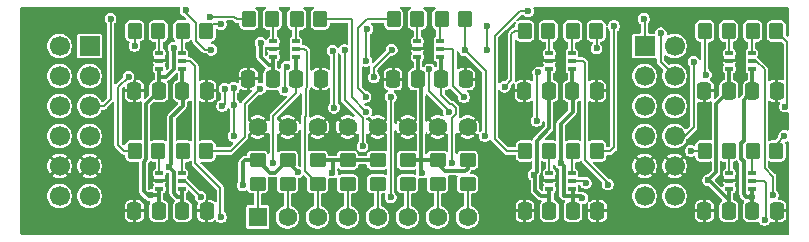
<source format=gbr>
%TF.GenerationSoftware,KiCad,Pcbnew,9.0.6-9.0.6~ubuntu24.04.1*%
%TF.CreationDate,2026-01-17T20:35:02-03:00*%
%TF.ProjectId,cotti_level_shifter,636f7474-695f-46c6-9576-656c5f736869,0.0*%
%TF.SameCoordinates,Original*%
%TF.FileFunction,Copper,L2,Bot*%
%TF.FilePolarity,Positive*%
%FSLAX46Y46*%
G04 Gerber Fmt 4.6, Leading zero omitted, Abs format (unit mm)*
G04 Created by KiCad (PCBNEW 9.0.6-9.0.6~ubuntu24.04.1) date 2026-01-17 20:35:02*
%MOMM*%
%LPD*%
G01*
G04 APERTURE LIST*
G04 Aperture macros list*
%AMRoundRect*
0 Rectangle with rounded corners*
0 $1 Rounding radius*
0 $2 $3 $4 $5 $6 $7 $8 $9 X,Y pos of 4 corners*
0 Add a 4 corners polygon primitive as box body*
4,1,4,$2,$3,$4,$5,$6,$7,$8,$9,$2,$3,0*
0 Add four circle primitives for the rounded corners*
1,1,$1+$1,$2,$3*
1,1,$1+$1,$4,$5*
1,1,$1+$1,$6,$7*
1,1,$1+$1,$8,$9*
0 Add four rect primitives between the rounded corners*
20,1,$1+$1,$2,$3,$4,$5,0*
20,1,$1+$1,$4,$5,$6,$7,0*
20,1,$1+$1,$6,$7,$8,$9,0*
20,1,$1+$1,$8,$9,$2,$3,0*%
G04 Aperture macros list end*
%TA.AperFunction,ComponentPad*%
%ADD10R,1.700000X1.700000*%
%TD*%
%TA.AperFunction,ComponentPad*%
%ADD11C,1.700000*%
%TD*%
%TA.AperFunction,ComponentPad*%
%ADD12R,1.580000X1.580000*%
%TD*%
%TA.AperFunction,ComponentPad*%
%ADD13C,1.580000*%
%TD*%
%TA.AperFunction,SMDPad,CuDef*%
%ADD14RoundRect,0.100000X-0.225000X-0.100000X0.225000X-0.100000X0.225000X0.100000X-0.225000X0.100000X0*%
%TD*%
%TA.AperFunction,SMDPad,CuDef*%
%ADD15RoundRect,0.250000X-0.350000X-0.450000X0.350000X-0.450000X0.350000X0.450000X-0.350000X0.450000X0*%
%TD*%
%TA.AperFunction,SMDPad,CuDef*%
%ADD16RoundRect,0.250000X-0.337500X-0.475000X0.337500X-0.475000X0.337500X0.475000X-0.337500X0.475000X0*%
%TD*%
%TA.AperFunction,SMDPad,CuDef*%
%ADD17RoundRect,0.250000X0.450000X-0.350000X0.450000X0.350000X-0.450000X0.350000X-0.450000X-0.350000X0*%
%TD*%
%TA.AperFunction,SMDPad,CuDef*%
%ADD18RoundRect,0.250000X0.337500X0.475000X-0.337500X0.475000X-0.337500X-0.475000X0.337500X-0.475000X0*%
%TD*%
%TA.AperFunction,ViaPad*%
%ADD19C,0.600000*%
%TD*%
%TA.AperFunction,Conductor*%
%ADD20C,0.200000*%
%TD*%
%TA.AperFunction,Conductor*%
%ADD21C,0.300000*%
%TD*%
G04 APERTURE END LIST*
D10*
%TO.P,J2,1,IO1*%
%TO.N,/b1*%
X154940000Y-156210000D03*
D11*
%TO.P,J2,2,IO2/PWM*%
%TO.N,/b2*%
X154940000Y-158750000D03*
%TO.P,J2,3,IO3*%
%TO.N,/b3*%
X154940000Y-161290000D03*
%TO.P,J2,4,IO4*%
%TO.N,/b4*%
X154940000Y-163830000D03*
%TO.P,J2,5,GND*%
%TO.N,GND*%
X154940000Y-166370000D03*
%TO.P,J2,6,VCC*%
%TO.N,VCCB*%
X154940000Y-168910000D03*
%TO.P,J2,7,IO5*%
%TO.N,/b5*%
X157480000Y-156210000D03*
%TO.P,J2,8,IO6/PWM*%
%TO.N,/b6*%
X157480000Y-158750000D03*
%TO.P,J2,9,IO7*%
%TO.N,/b7*%
X157480000Y-161290000D03*
%TO.P,J2,10,IO8*%
%TO.N,/b8*%
X157480000Y-163830000D03*
%TO.P,J2,11,GND*%
%TO.N,GND*%
X157480000Y-166370000D03*
%TO.P,J2,12,VCC*%
%TO.N,VCCB*%
X157480000Y-168910000D03*
%TD*%
D12*
%TO.P,SW1,1*%
%TO.N,/dir1*%
X122174000Y-170688000D03*
D13*
%TO.P,SW1,2*%
%TO.N,/dir2*%
X124714000Y-170688000D03*
%TO.P,SW1,3*%
%TO.N,/dir3*%
X127254000Y-170688000D03*
%TO.P,SW1,4*%
%TO.N,/dir4*%
X129794000Y-170688000D03*
%TO.P,SW1,5*%
%TO.N,/dir5*%
X132334000Y-170688000D03*
%TO.P,SW1,6*%
%TO.N,/dir6*%
X134874000Y-170688000D03*
%TO.P,SW1,7*%
%TO.N,/dir7*%
X137414000Y-170688000D03*
%TO.P,SW1,8*%
%TO.N,/dir8*%
X139954000Y-170688000D03*
%TO.P,SW1,9*%
%TO.N,GND*%
X139954000Y-163068000D03*
%TO.P,SW1,10*%
X137414000Y-163068000D03*
%TO.P,SW1,11*%
X134874000Y-163068000D03*
%TO.P,SW1,12*%
X132334000Y-163068000D03*
%TO.P,SW1,13*%
X129794000Y-163068000D03*
%TO.P,SW1,14*%
X127254000Y-163068000D03*
%TO.P,SW1,15*%
X124714000Y-163068000D03*
%TO.P,SW1,16*%
X122174000Y-163068000D03*
%TD*%
D14*
%TO.P,U1,6,VCCB*%
%TO.N,VCCB*%
X115758000Y-158130000D03*
%TO.P,U1,5,DIR*%
%TO.N,/dir1*%
X115758000Y-157480000D03*
%TO.P,U1,4,B*%
%TO.N,Net-(U1-B)*%
X115758000Y-156830000D03*
%TO.P,U1,3,A*%
%TO.N,Net-(U1-A)*%
X113858000Y-156830000D03*
%TO.P,U1,2,GND*%
%TO.N,GND*%
X113858000Y-157480000D03*
%TO.P,U1,1,VCCA*%
%TO.N,VCCA*%
X113858000Y-158130000D03*
%TD*%
%TO.P,U8,1,VCCA*%
%TO.N,VCCA*%
X162118000Y-168290000D03*
%TO.P,U8,2,GND*%
%TO.N,GND*%
X162118000Y-167640000D03*
%TO.P,U8,3,A*%
%TO.N,Net-(U8-A)*%
X162118000Y-166990000D03*
%TO.P,U8,4,B*%
%TO.N,Net-(U8-B)*%
X164018000Y-166990000D03*
%TO.P,U8,5,DIR*%
%TO.N,/dir8*%
X164018000Y-167640000D03*
%TO.P,U8,6,VCCB*%
%TO.N,VCCB*%
X164018000Y-168290000D03*
%TD*%
%TO.P,U7,1,VCCA*%
%TO.N,VCCA*%
X162118000Y-158130000D03*
%TO.P,U7,2,GND*%
%TO.N,GND*%
X162118000Y-157480000D03*
%TO.P,U7,3,A*%
%TO.N,Net-(U7-A)*%
X162118000Y-156830000D03*
%TO.P,U7,4,B*%
%TO.N,Net-(U7-B)*%
X164018000Y-156830000D03*
%TO.P,U7,5,DIR*%
%TO.N,/dir7*%
X164018000Y-157480000D03*
%TO.P,U7,6,VCCB*%
%TO.N,VCCB*%
X164018000Y-158130000D03*
%TD*%
%TO.P,U6,1,VCCA*%
%TO.N,VCCA*%
X146878000Y-158130000D03*
%TO.P,U6,2,GND*%
%TO.N,GND*%
X146878000Y-157480000D03*
%TO.P,U6,3,A*%
%TO.N,Net-(U6-A)*%
X146878000Y-156830000D03*
%TO.P,U6,4,B*%
%TO.N,Net-(U6-B)*%
X148778000Y-156830000D03*
%TO.P,U6,5,DIR*%
%TO.N,/dir6*%
X148778000Y-157480000D03*
%TO.P,U6,6,VCCB*%
%TO.N,VCCB*%
X148778000Y-158130000D03*
%TD*%
%TO.P,U5,1,VCCA*%
%TO.N,VCCA*%
X146878000Y-168290000D03*
%TO.P,U5,2,GND*%
%TO.N,GND*%
X146878000Y-167640000D03*
%TO.P,U5,3,A*%
%TO.N,Net-(U5-A)*%
X146878000Y-166990000D03*
%TO.P,U5,4,B*%
%TO.N,Net-(U5-B)*%
X148778000Y-166990000D03*
%TO.P,U5,5,DIR*%
%TO.N,/dir5*%
X148778000Y-167640000D03*
%TO.P,U5,6,VCCB*%
%TO.N,VCCB*%
X148778000Y-168290000D03*
%TD*%
%TO.P,U4,1,VCCA*%
%TO.N,VCCA*%
X135702000Y-157114000D03*
%TO.P,U4,2,GND*%
%TO.N,GND*%
X135702000Y-156464000D03*
%TO.P,U4,3,A*%
%TO.N,Net-(U4-A)*%
X135702000Y-155814000D03*
%TO.P,U4,4,B*%
%TO.N,Net-(U4-B)*%
X137602000Y-155814000D03*
%TO.P,U4,5,DIR*%
%TO.N,/dir4*%
X137602000Y-156464000D03*
%TO.P,U4,6,VCCB*%
%TO.N,VCCB*%
X137602000Y-157114000D03*
%TD*%
%TO.P,U3,1,VCCA*%
%TO.N,VCCA*%
X123510000Y-157114000D03*
%TO.P,U3,2,GND*%
%TO.N,GND*%
X123510000Y-156464000D03*
%TO.P,U3,3,A*%
%TO.N,Net-(U3-A)*%
X123510000Y-155814000D03*
%TO.P,U3,4,B*%
%TO.N,Net-(U3-B)*%
X125410000Y-155814000D03*
%TO.P,U3,5,DIR*%
%TO.N,/dir3*%
X125410000Y-156464000D03*
%TO.P,U3,6,VCCB*%
%TO.N,VCCB*%
X125410000Y-157114000D03*
%TD*%
%TO.P,U2,1,VCCA*%
%TO.N,VCCA*%
X113858000Y-168290000D03*
%TO.P,U2,2,GND*%
%TO.N,GND*%
X113858000Y-167640000D03*
%TO.P,U2,3,A*%
%TO.N,Net-(U2-A)*%
X113858000Y-166990000D03*
%TO.P,U2,4,B*%
%TO.N,Net-(U2-B)*%
X115758000Y-166990000D03*
%TO.P,U2,5,DIR*%
%TO.N,/dir2*%
X115758000Y-167640000D03*
%TO.P,U2,6,VCCB*%
%TO.N,VCCB*%
X115758000Y-168290000D03*
%TD*%
D10*
%TO.P,J1,1,IO1*%
%TO.N,/a1*%
X107950000Y-156210000D03*
D11*
%TO.P,J1,2,IO2/PWM*%
%TO.N,/a2*%
X107950000Y-158750000D03*
%TO.P,J1,3,IO3*%
%TO.N,/a3*%
X107950000Y-161290000D03*
%TO.P,J1,4,IO4*%
%TO.N,/a4*%
X107950000Y-163830000D03*
%TO.P,J1,5,GND*%
%TO.N,GND*%
X107950000Y-166370000D03*
%TO.P,J1,6,VCC*%
%TO.N,VCCA*%
X107950000Y-168910000D03*
%TO.P,J1,7,IO5*%
%TO.N,/a5*%
X105410000Y-156210000D03*
%TO.P,J1,8,IO6/PWM*%
%TO.N,/a6*%
X105410000Y-158750000D03*
%TO.P,J1,9,IO7*%
%TO.N,/a7*%
X105410000Y-161290000D03*
%TO.P,J1,10,IO8*%
%TO.N,/a8*%
X105410000Y-163830000D03*
%TO.P,J1,11,GND*%
%TO.N,GND*%
X105410000Y-166370000D03*
%TO.P,J1,12,VCC*%
%TO.N,VCCA*%
X105410000Y-168910000D03*
%TD*%
D15*
%TO.P,R2,1*%
%TO.N,/a1*%
X111776000Y-154940000D03*
%TO.P,R2,2*%
%TO.N,Net-(U1-A)*%
X113776000Y-154940000D03*
%TD*%
%TO.P,R17,1*%
%TO.N,/a4*%
X133692000Y-153941000D03*
%TO.P,R17,2*%
%TO.N,Net-(U4-A)*%
X135692000Y-153941000D03*
%TD*%
%TO.P,R27,1*%
%TO.N,/a6*%
X144796000Y-154940000D03*
%TO.P,R27,2*%
%TO.N,Net-(U6-A)*%
X146796000Y-154940000D03*
%TD*%
D16*
%TO.P,C3,1*%
%TO.N,VCCB*%
X115802500Y-170180000D03*
%TO.P,C3,2*%
%TO.N,GND*%
X117877500Y-170180000D03*
%TD*%
D15*
%TO.P,R12,1*%
%TO.N,/a3*%
X121428000Y-153924000D03*
%TO.P,R12,2*%
%TO.N,Net-(U3-A)*%
X123428000Y-153924000D03*
%TD*%
D17*
%TO.P,R13,1*%
%TO.N,/dir3*%
X127254000Y-167878000D03*
%TO.P,R13,2*%
%TO.N,VCCA*%
X127254000Y-165878000D03*
%TD*%
D15*
%TO.P,R32,1*%
%TO.N,/a7*%
X160052000Y-154940000D03*
%TO.P,R32,2*%
%TO.N,Net-(U7-A)*%
X162052000Y-154940000D03*
%TD*%
%TO.P,R19,1*%
%TO.N,Net-(U4-B)*%
X137756000Y-153941000D03*
%TO.P,R19,2*%
%TO.N,/b4*%
X139756000Y-153941000D03*
%TD*%
%TO.P,R7,1*%
%TO.N,/a2*%
X111776000Y-165100000D03*
%TO.P,R7,2*%
%TO.N,Net-(U2-A)*%
X113776000Y-165100000D03*
%TD*%
D16*
%TO.P,C11,1*%
%TO.N,VCCB*%
X148801000Y-160020000D03*
%TO.P,C11,2*%
%TO.N,GND*%
X150876000Y-160020000D03*
%TD*%
%TO.P,C9,1*%
%TO.N,VCCB*%
X148878500Y-170180000D03*
%TO.P,C9,2*%
%TO.N,GND*%
X150953500Y-170180000D03*
%TD*%
D15*
%TO.P,R39,1*%
%TO.N,Net-(U8-B)*%
X164100000Y-165100000D03*
%TO.P,R39,2*%
%TO.N,/b8*%
X166100000Y-165100000D03*
%TD*%
%TO.P,R22,1*%
%TO.N,/a5*%
X144852000Y-165100000D03*
%TO.P,R22,2*%
%TO.N,Net-(U5-A)*%
X146852000Y-165100000D03*
%TD*%
D18*
%TO.P,C8,1*%
%TO.N,VCCA*%
X135729500Y-159021000D03*
%TO.P,C8,2*%
%TO.N,GND*%
X133654500Y-159021000D03*
%TD*%
D15*
%TO.P,R9,1*%
%TO.N,Net-(U2-B)*%
X115840000Y-165100000D03*
%TO.P,R9,2*%
%TO.N,/b2*%
X117840000Y-165100000D03*
%TD*%
D17*
%TO.P,R38,1*%
%TO.N,/dir8*%
X139954000Y-167878000D03*
%TO.P,R38,2*%
%TO.N,VCCA*%
X139954000Y-165878000D03*
%TD*%
%TO.P,R33,1*%
%TO.N,/dir7*%
X137414000Y-167878000D03*
%TO.P,R33,2*%
%TO.N,VCCA*%
X137414000Y-165878000D03*
%TD*%
%TO.P,R23,1*%
%TO.N,/dir5*%
X132334000Y-167878000D03*
%TO.P,R23,2*%
%TO.N,VCCA*%
X132334000Y-165878000D03*
%TD*%
D15*
%TO.P,R4,1*%
%TO.N,Net-(U1-B)*%
X115840000Y-154940000D03*
%TO.P,R4,2*%
%TO.N,/b1*%
X117840000Y-154940000D03*
%TD*%
D18*
%TO.P,C10,1*%
%TO.N,VCCA*%
X146889500Y-170180000D03*
%TO.P,C10,2*%
%TO.N,GND*%
X144814500Y-170180000D03*
%TD*%
D16*
%TO.P,C7,1*%
%TO.N,VCCB*%
X137718500Y-159021000D03*
%TO.P,C7,2*%
%TO.N,GND*%
X139793500Y-159021000D03*
%TD*%
D15*
%TO.P,R24,1*%
%TO.N,Net-(U5-B)*%
X148916000Y-165100000D03*
%TO.P,R24,2*%
%TO.N,/b5*%
X150916000Y-165100000D03*
%TD*%
D18*
%TO.P,C16,1*%
%TO.N,VCCA*%
X162073500Y-170180000D03*
%TO.P,C16,2*%
%TO.N,GND*%
X159998500Y-170180000D03*
%TD*%
D15*
%TO.P,R14,1*%
%TO.N,Net-(U3-B)*%
X125492000Y-153924000D03*
%TO.P,R14,2*%
%TO.N,/b3*%
X127492000Y-153924000D03*
%TD*%
D17*
%TO.P,R3,1*%
%TO.N,/dir1*%
X122174000Y-167878000D03*
%TO.P,R3,2*%
%TO.N,VCCA*%
X122174000Y-165878000D03*
%TD*%
D18*
%TO.P,C4,1*%
%TO.N,VCCA*%
X113813500Y-170180000D03*
%TO.P,C4,2*%
%TO.N,GND*%
X111738500Y-170180000D03*
%TD*%
%TO.P,C14,1*%
%TO.N,VCCA*%
X162073500Y-160020000D03*
%TO.P,C14,2*%
%TO.N,GND*%
X159998500Y-160020000D03*
%TD*%
D17*
%TO.P,R18,1*%
%TO.N,/dir4*%
X129794000Y-167878000D03*
%TO.P,R18,2*%
%TO.N,VCCA*%
X129794000Y-165878000D03*
%TD*%
D18*
%TO.P,C2,1*%
%TO.N,VCCA*%
X113813500Y-160020000D03*
%TO.P,C2,2*%
%TO.N,GND*%
X111738500Y-160020000D03*
%TD*%
D15*
%TO.P,R29,1*%
%TO.N,Net-(U6-B)*%
X148860000Y-154940000D03*
%TO.P,R29,2*%
%TO.N,/b6*%
X150860000Y-154940000D03*
%TD*%
%TO.P,R34,1*%
%TO.N,Net-(U7-B)*%
X164100000Y-154940000D03*
%TO.P,R34,2*%
%TO.N,/b7*%
X166100000Y-154940000D03*
%TD*%
%TO.P,R37,1*%
%TO.N,/a8*%
X160052000Y-165100000D03*
%TO.P,R37,2*%
%TO.N,Net-(U8-A)*%
X162052000Y-165100000D03*
%TD*%
D17*
%TO.P,R8,1*%
%TO.N,/dir2*%
X124714000Y-167878000D03*
%TO.P,R8,2*%
%TO.N,VCCA*%
X124714000Y-165878000D03*
%TD*%
D18*
%TO.P,C6,1*%
%TO.N,VCCA*%
X123465500Y-159004000D03*
%TO.P,C6,2*%
%TO.N,GND*%
X121390500Y-159004000D03*
%TD*%
D16*
%TO.P,C5,1*%
%TO.N,VCCB*%
X125454500Y-159004000D03*
%TO.P,C5,2*%
%TO.N,GND*%
X127529500Y-159004000D03*
%TD*%
D17*
%TO.P,R28,1*%
%TO.N,/dir6*%
X134874000Y-167878000D03*
%TO.P,R28,2*%
%TO.N,VCCA*%
X134874000Y-165878000D03*
%TD*%
D16*
%TO.P,C1,1*%
%TO.N,VCCB*%
X115802500Y-160020000D03*
%TO.P,C1,2*%
%TO.N,GND*%
X117877500Y-160020000D03*
%TD*%
D18*
%TO.P,C12,1*%
%TO.N,VCCA*%
X146833500Y-160020000D03*
%TO.P,C12,2*%
%TO.N,GND*%
X144758500Y-160020000D03*
%TD*%
D16*
%TO.P,C15,1*%
%TO.N,VCCB*%
X164062500Y-170180000D03*
%TO.P,C15,2*%
%TO.N,GND*%
X166137500Y-170180000D03*
%TD*%
%TO.P,C13,1*%
%TO.N,VCCB*%
X164062500Y-160020000D03*
%TO.P,C13,2*%
%TO.N,GND*%
X166137500Y-160020000D03*
%TD*%
D19*
%TO.N,GND*%
X153162000Y-167894000D03*
X159004000Y-166624000D03*
X111455200Y-163041000D03*
X151638000Y-163160000D03*
X108585000Y-154559000D03*
X150977600Y-158343600D03*
X122936000Y-161848800D03*
X142849600Y-156362400D03*
X115620800Y-163068000D03*
X118059200Y-163041000D03*
X134112000Y-164287200D03*
X134721600Y-156362400D03*
X132334000Y-156362400D03*
X109601000Y-163068000D03*
X143916400Y-163169600D03*
X125577600Y-161848800D03*
X136652000Y-156311600D03*
X124460000Y-156514800D03*
X148478000Y-163160000D03*
X110490000Y-154940000D03*
X110998000Y-157480000D03*
X125476000Y-164338000D03*
X113893600Y-163068000D03*
X153060400Y-160070800D03*
%TO.N,VCCA*%
X120904000Y-167995600D03*
X145542000Y-167132000D03*
X128473200Y-166928800D03*
X125564427Y-166893538D03*
X160324800Y-167571000D03*
X115060800Y-156358042D03*
X136093200Y-166928800D03*
X113131600Y-168859200D03*
X122428000Y-155942285D03*
%TO.N,VCCB*%
X123494800Y-166116000D03*
X147828000Y-166116000D03*
X164033200Y-168960800D03*
X149675988Y-169090655D03*
X114655600Y-166471600D03*
X138633200Y-166116000D03*
%TO.N,/a2*%
X111252000Y-158800800D03*
%TO.N,/a4*%
X120142000Y-163830000D03*
X131318000Y-160528000D03*
X120172985Y-161184269D03*
X120177501Y-159763186D03*
%TO.N,/a8*%
X131064000Y-164719000D03*
X158877000Y-165100000D03*
X129541000Y-156564000D03*
%TO.N,/a3*%
X119380000Y-159826400D03*
X118110000Y-153740000D03*
X119176800Y-161290000D03*
X109728000Y-153924000D03*
%TO.N,/a6*%
X143103600Y-159654800D03*
X124627252Y-157956072D03*
X124460000Y-159928000D03*
%TO.N,/a7*%
X128651000Y-161432800D03*
X128523635Y-156616100D03*
X160121600Y-158648400D03*
%TO.N,/a1*%
X111760000Y-156210000D03*
%TO.N,/a5*%
X116078000Y-153200000D03*
X145084800Y-153263600D03*
X118256487Y-156518333D03*
%TO.N,/b3*%
X131392180Y-161771911D03*
X138347260Y-161763000D03*
X136723999Y-158179506D03*
%TO.N,/b8*%
X166776400Y-163830000D03*
X159105600Y-157530800D03*
%TO.N,/b6*%
X156311600Y-155133600D03*
X150876000Y-156413200D03*
%TO.N,/b7*%
X145796000Y-162560000D03*
X166840000Y-161340800D03*
X145947116Y-158454800D03*
%TO.N,/b2*%
X133526745Y-156540281D03*
X132029200Y-158851600D03*
X122396591Y-159826400D03*
%TO.N,/b5*%
X141640000Y-156514800D03*
X141640000Y-154504000D03*
X152349200Y-154533600D03*
%TO.N,/b4*%
X139700000Y-156565600D03*
X141427200Y-163830000D03*
%TO.N,/b1*%
X154889200Y-153924000D03*
X131368800Y-157480000D03*
X119068000Y-154364000D03*
X131450165Y-154767365D03*
%TO.N,/dir6*%
X151841200Y-167944800D03*
%TO.N,/dir1*%
X119075200Y-170688000D03*
%TO.N,/dir2*%
X117348000Y-168960800D03*
%TO.N,/dir4*%
X139649200Y-160528000D03*
X133451600Y-169011600D03*
X133451600Y-160528000D03*
%TO.N,/dir5*%
X149961600Y-167802000D03*
%TO.N,/dir7*%
X165801600Y-168859200D03*
%TO.N,/dir8*%
X165100001Y-170937573D03*
%TD*%
D20*
%TO.N,/dir4*%
X133451600Y-160528000D02*
X133451600Y-169011600D01*
%TO.N,/a4*%
X131318000Y-160528000D02*
X131267200Y-160477200D01*
X130708400Y-159766000D02*
X130708400Y-154660600D01*
X131267200Y-160324800D02*
X130708400Y-159766000D01*
X131428000Y-153941000D02*
X133692000Y-153941000D01*
X130708400Y-154660600D02*
X131428000Y-153941000D01*
X131267200Y-160477200D02*
X131267200Y-160324800D01*
%TO.N,/b4*%
X139700000Y-156565600D02*
X139750800Y-156565600D01*
X139750800Y-156565600D02*
X141478000Y-158292800D01*
X141478000Y-158292800D02*
X141478000Y-163779200D01*
X141478000Y-163779200D02*
X141427200Y-163830000D01*
D21*
%TO.N,VCCA*%
X113813500Y-168334500D02*
X113858000Y-168290000D01*
X139954000Y-166624000D02*
X139954000Y-165878000D01*
X113813500Y-158800800D02*
X113813500Y-158174500D01*
X112727000Y-164394130D02*
X112725200Y-164392330D01*
X145542000Y-167132000D02*
X145803000Y-166871000D01*
X161003000Y-164394130D02*
X160985200Y-164376330D01*
X112522000Y-166010870D02*
X112727000Y-165805870D01*
X123465500Y-157158500D02*
X123510000Y-157114000D01*
X162073500Y-158174500D02*
X162118000Y-158130000D01*
X160985200Y-161108300D02*
X162073500Y-160020000D01*
X120904000Y-167995600D02*
X120904000Y-166046400D01*
X113711900Y-168859200D02*
X113813500Y-168960800D01*
X160985200Y-164376330D02*
X160985200Y-161108300D01*
X146833500Y-163191100D02*
X146833500Y-160020000D01*
X122174000Y-165878000D02*
X123224800Y-166928800D01*
X145694400Y-167284400D02*
X145694400Y-168452800D01*
X124714000Y-165878000D02*
X124714000Y-166043111D01*
X124714000Y-166043111D02*
X125564427Y-166893538D01*
X120904000Y-166046400D02*
X121072400Y-165878000D01*
X162073500Y-160020000D02*
X162073500Y-158174500D01*
X123465500Y-157835600D02*
X123465500Y-157158500D01*
X128473200Y-166928800D02*
X128524000Y-166878000D01*
X115062000Y-156430116D02*
X115062000Y-158191200D01*
X113131600Y-168859200D02*
X113711900Y-168859200D01*
X136026400Y-159317900D02*
X135729500Y-159021000D01*
X136026400Y-166862000D02*
X136093200Y-166928800D01*
X136026400Y-165878000D02*
X137414000Y-165878000D01*
X145694400Y-168452800D02*
X146151600Y-168910000D01*
X146889500Y-168301500D02*
X146878000Y-168290000D01*
X123465500Y-159004000D02*
X123465500Y-157835600D01*
X146833500Y-160020000D02*
X146833500Y-158174500D01*
X136026400Y-165878000D02*
X136026400Y-166862000D01*
X146833500Y-158174500D02*
X146878000Y-158130000D01*
X115060800Y-156428916D02*
X115062000Y-156430116D01*
X146837400Y-163195000D02*
X146833500Y-163191100D01*
X136026400Y-165878000D02*
X134874000Y-165878000D01*
X135729500Y-159021000D02*
X135729500Y-157141500D01*
X162073500Y-168334500D02*
X162118000Y-168290000D01*
X113131600Y-168859200D02*
X112877600Y-168859200D01*
X145803000Y-166871000D02*
X145803000Y-164229400D01*
X128524000Y-166878000D02*
X128524000Y-165963600D01*
X128524000Y-165963600D02*
X128438400Y-165878000D01*
X162073500Y-170180000D02*
X162073500Y-168334500D01*
X112727000Y-165805870D02*
X112727000Y-164394130D01*
X161003000Y-165805870D02*
X161003000Y-164394130D01*
X122428000Y-157124400D02*
X123139200Y-157835600D01*
X160324800Y-167571000D02*
X160357400Y-167571000D01*
X129794000Y-165878000D02*
X131165600Y-165878000D01*
X114452400Y-158800800D02*
X113813500Y-158800800D01*
X123663200Y-166928800D02*
X124714000Y-165878000D01*
X131165600Y-165878000D02*
X132334000Y-165878000D01*
X160985200Y-166910600D02*
X160985200Y-165823670D01*
X137414000Y-165878000D02*
X137414000Y-166217600D01*
X115060800Y-156358042D02*
X115060800Y-156428916D01*
X112725200Y-161108300D02*
X113813500Y-160020000D01*
X113813500Y-160020000D02*
X113813500Y-158800800D01*
X138023600Y-166827200D02*
X139750800Y-166827200D01*
X162073500Y-169287100D02*
X162073500Y-170180000D01*
X123224800Y-166928800D02*
X123663200Y-166928800D01*
X121072400Y-165878000D02*
X122174000Y-165878000D01*
X146889500Y-168910000D02*
X146889500Y-168301500D01*
X127254000Y-165878000D02*
X129794000Y-165878000D01*
X139750800Y-166827200D02*
X139954000Y-166624000D01*
X112725200Y-164392330D02*
X112725200Y-161108300D01*
X137414000Y-166217600D02*
X138023600Y-166827200D01*
X113813500Y-168960800D02*
X113813500Y-168334500D01*
X146889500Y-170180000D02*
X146889500Y-168910000D01*
X122428000Y-155942285D02*
X122428000Y-157124400D01*
X136026400Y-165878000D02*
X136026400Y-159317900D01*
X160985200Y-165823670D02*
X161003000Y-165805870D01*
X128438400Y-165878000D02*
X127254000Y-165878000D01*
X160357400Y-167571000D02*
X162073500Y-169287100D01*
X145803000Y-164229400D02*
X146837400Y-163195000D01*
X123139200Y-157835600D02*
X123465500Y-157835600D01*
X115062000Y-158191200D02*
X114452400Y-158800800D01*
X113813500Y-158174500D02*
X113858000Y-158130000D01*
X160324800Y-167571000D02*
X160985200Y-166910600D01*
X113813500Y-170180000D02*
X113813500Y-168960800D01*
X112877600Y-168859200D02*
X112522000Y-168503600D01*
X146151600Y-168910000D02*
X146889500Y-168910000D01*
X112522000Y-168503600D02*
X112522000Y-166010870D01*
X135729500Y-157141500D02*
X135702000Y-157114000D01*
X145542000Y-167132000D02*
X145694400Y-167284400D01*
%TO.N,VCCB*%
X114655600Y-166471600D02*
X114889000Y-166238200D01*
X164033200Y-168960800D02*
X164033200Y-168305200D01*
D20*
X138948260Y-161479060D02*
X138633200Y-161164000D01*
X125454500Y-160193900D02*
X125454500Y-159004000D01*
D21*
X114889000Y-162225000D02*
X115824000Y-161290000D01*
X163322000Y-168757600D02*
X163322000Y-165978870D01*
X115366800Y-168960800D02*
X115802500Y-168960800D01*
X163149000Y-165805870D02*
X163149000Y-164394130D01*
D20*
X123494800Y-166116000D02*
X123494800Y-162153600D01*
D21*
X164033200Y-168960800D02*
X163525200Y-168960800D01*
X148082000Y-166370000D02*
X148082000Y-168859200D01*
X115824000Y-160041500D02*
X115802500Y-160020000D01*
X147828000Y-162814000D02*
X148844000Y-161798000D01*
X148844000Y-161798000D02*
X148844000Y-160063000D01*
D20*
X137718500Y-160396643D02*
X137718500Y-159021000D01*
X138633200Y-162327003D02*
X138948260Y-162011943D01*
D21*
X147828000Y-166116000D02*
X148082000Y-166370000D01*
X115802500Y-158174500D02*
X115758000Y-158130000D01*
X163322000Y-165978870D02*
X163149000Y-165805870D01*
X115824000Y-161290000D02*
X115824000Y-160041500D01*
X148082000Y-168859200D02*
X148132800Y-168910000D01*
X115802500Y-168334500D02*
X115758000Y-168290000D01*
D20*
X123494800Y-162153600D02*
X125454500Y-160193900D01*
D21*
X114655600Y-166471600D02*
X115062000Y-166878000D01*
X148878500Y-168390500D02*
X148778000Y-168290000D01*
X149675988Y-169090655D02*
X149536533Y-168951200D01*
X164033200Y-168305200D02*
X164018000Y-168290000D01*
X149536533Y-168951200D02*
X148919700Y-168951200D01*
D20*
X138633200Y-166116000D02*
X138633200Y-162327003D01*
D21*
X148878500Y-170180000D02*
X148878500Y-168910000D01*
X125454500Y-159004000D02*
X125454500Y-157158500D01*
D20*
X138633200Y-161164000D02*
X138485857Y-161164000D01*
D21*
X115062000Y-166878000D02*
X115062000Y-168656000D01*
X137718500Y-159021000D02*
X137718500Y-157230500D01*
X163525200Y-168960800D02*
X163322000Y-168757600D01*
X163322000Y-160760500D02*
X164062500Y-160020000D01*
X148132800Y-168910000D02*
X148878500Y-168910000D01*
X115802500Y-160020000D02*
X115802500Y-158174500D01*
X148801000Y-158153000D02*
X148778000Y-158130000D01*
D20*
X138948260Y-162011943D02*
X138948260Y-161479060D01*
D21*
X148878500Y-168910000D02*
X148878500Y-168390500D01*
X137718500Y-157230500D02*
X137602000Y-157114000D01*
X148919700Y-168951200D02*
X148878500Y-168910000D01*
X125454500Y-157158500D02*
X125410000Y-157114000D01*
X115062000Y-168656000D02*
X115366800Y-168960800D01*
X163149000Y-164394130D02*
X163322000Y-164221130D01*
X148801000Y-160020000D02*
X148801000Y-158153000D01*
X164062500Y-158174500D02*
X164018000Y-158130000D01*
X148844000Y-160063000D02*
X148801000Y-160020000D01*
X163322000Y-164221130D02*
X163322000Y-160760500D01*
X115802500Y-170180000D02*
X115802500Y-168960800D01*
X164033200Y-168960800D02*
X164033200Y-170150700D01*
X164033200Y-170150700D02*
X164062500Y-170180000D01*
D20*
X138485857Y-161164000D02*
X137718500Y-160396643D01*
D21*
X115802500Y-168960800D02*
X115802500Y-168334500D01*
X147828000Y-166116000D02*
X147828000Y-162814000D01*
X114889000Y-166238200D02*
X114889000Y-162225000D01*
X164062500Y-160020000D02*
X164062500Y-158174500D01*
D20*
%TO.N,/a2*%
X110363000Y-159689800D02*
X110363000Y-164592000D01*
X110363000Y-164592000D02*
X110871000Y-165100000D01*
X110871000Y-165100000D02*
X111776000Y-165100000D01*
X111252000Y-158800800D02*
X110363000Y-159689800D01*
%TO.N,/a4*%
X120142000Y-159798687D02*
X120142000Y-163830000D01*
X120177501Y-159763186D02*
X120142000Y-159798687D01*
%TO.N,/a8*%
X129540000Y-156565000D02*
X129540000Y-160782000D01*
X129540000Y-160782000D02*
X131064000Y-162306000D01*
X131064000Y-162306000D02*
X131064000Y-164719000D01*
X129541000Y-156564000D02*
X129540000Y-156565000D01*
X158877000Y-165100000D02*
X160052000Y-165100000D01*
%TO.N,/a3*%
X109169200Y-161290000D02*
X109728000Y-160731200D01*
X109169200Y-161290000D02*
X107950000Y-161290000D01*
X109728000Y-160731200D02*
X109728000Y-153924000D01*
X119176800Y-161290000D02*
X119380000Y-161086800D01*
X118110000Y-153740000D02*
X120221962Y-153740000D01*
X120405962Y-153924000D02*
X121428000Y-153924000D01*
X119380000Y-161086800D02*
X119380000Y-159826400D01*
X120221962Y-153740000D02*
X120405962Y-153924000D01*
%TO.N,/a6*%
X143662400Y-159096000D02*
X143662400Y-155219400D01*
X143662400Y-155219400D02*
X143941800Y-154940000D01*
X143941800Y-154940000D02*
X144796000Y-154940000D01*
X124627252Y-157956072D02*
X124460000Y-158123324D01*
X143103600Y-159654800D02*
X143662400Y-159096000D01*
X124460000Y-158123324D02*
X124460000Y-159928000D01*
%TO.N,/a7*%
X128651000Y-161432800D02*
X128651000Y-156743465D01*
X160052000Y-158578800D02*
X160052000Y-154940000D01*
X128651000Y-156743465D02*
X128523635Y-156616100D01*
X160121600Y-158648400D02*
X160052000Y-158578800D01*
%TO.N,/a1*%
X111760000Y-156210000D02*
X111760000Y-154956000D01*
X111760000Y-154956000D02*
X111776000Y-154940000D01*
%TO.N,/a5*%
X117707133Y-156518333D02*
X118256487Y-156518333D01*
X143256000Y-165100000D02*
X144852000Y-165100000D01*
X144363200Y-153263600D02*
X142240000Y-155386800D01*
X116939000Y-154254840D02*
X116939000Y-155750200D01*
X142240000Y-164084000D02*
X143256000Y-165100000D01*
X145084800Y-153263600D02*
X144363200Y-153263600D01*
X116078000Y-153393840D02*
X116939000Y-154254840D01*
X116078000Y-153200000D02*
X116078000Y-153393840D01*
X116939000Y-155750200D02*
X117707133Y-156518333D01*
X142240000Y-155386800D02*
X142240000Y-164084000D01*
%TO.N,/b3*%
X131392180Y-161771911D02*
X130141000Y-160520731D01*
X136723999Y-158179506D02*
X136652000Y-158251505D01*
X130141000Y-153932600D02*
X130149600Y-153924000D01*
X138347260Y-161715260D02*
X138347260Y-161763000D01*
X136652000Y-158251505D02*
X136652000Y-160020000D01*
X130141000Y-160520731D02*
X130141000Y-153932600D01*
X136652000Y-160020000D02*
X138347260Y-161715260D01*
X130149600Y-153924000D02*
X127492000Y-153924000D01*
%TO.N,/b8*%
X159110000Y-163063600D02*
X158343600Y-163830000D01*
X166116000Y-164490400D02*
X166116000Y-165084000D01*
X158343600Y-163830000D02*
X157480000Y-163830000D01*
X159105600Y-157826800D02*
X159110000Y-157831200D01*
X159110000Y-157831200D02*
X159110000Y-163063600D01*
X166116000Y-165084000D02*
X166100000Y-165100000D01*
X159105600Y-157530800D02*
X159105600Y-157826800D01*
X166776400Y-163830000D02*
X166116000Y-164490400D01*
%TO.N,/b6*%
X150876000Y-156413200D02*
X150876000Y-154956000D01*
X157480000Y-158750000D02*
X156311600Y-157581600D01*
X156311600Y-157581600D02*
X156311600Y-155133600D01*
X150876000Y-154956000D02*
X150860000Y-154940000D01*
%TO.N,/b7*%
X167030400Y-161150400D02*
X167030400Y-155870400D01*
X167030400Y-155870400D02*
X166100000Y-154940000D01*
X166840000Y-161340800D02*
X167030400Y-161150400D01*
X145796000Y-162560000D02*
X145796000Y-158605916D01*
X145796000Y-158605916D02*
X145947116Y-158454800D01*
%TO.N,/b2*%
X117840000Y-165100000D02*
X119897049Y-165100000D01*
X121073000Y-163924049D02*
X121073000Y-161149991D01*
X121073000Y-161149991D02*
X122396591Y-159826400D01*
X119897049Y-165100000D02*
X121073000Y-163924049D01*
X132029200Y-158037826D02*
X132029200Y-158851600D01*
X133526745Y-156540281D02*
X132029200Y-158037826D01*
%TO.N,/b5*%
X141630400Y-156505200D02*
X141640000Y-156514800D01*
X152044400Y-165100000D02*
X150916000Y-165100000D01*
X141640000Y-154504000D02*
X141630400Y-154513600D01*
X141630400Y-154513600D02*
X141630400Y-156505200D01*
X152349200Y-164795200D02*
X152044400Y-165100000D01*
X152349200Y-154533600D02*
X152349200Y-164795200D01*
%TO.N,/b4*%
X139700000Y-156565600D02*
X139756000Y-156509600D01*
X139756000Y-156509600D02*
X139756000Y-153941000D01*
%TO.N,/b1*%
X119068000Y-154364000D02*
X118416000Y-154364000D01*
X131368800Y-157480000D02*
X131521200Y-157480000D01*
X118416000Y-154364000D02*
X117840000Y-154940000D01*
X154940000Y-156210000D02*
X154940000Y-153974800D01*
X131450165Y-154767365D02*
X131368800Y-154848730D01*
X154940000Y-153974800D02*
X154889200Y-153924000D01*
X131368800Y-154848730D02*
X131368800Y-157480000D01*
%TO.N,Net-(U1-A)*%
X113858000Y-155022000D02*
X113776000Y-154940000D01*
X113858000Y-156830000D02*
X113858000Y-155022000D01*
%TO.N,/dir6*%
X134874000Y-167878000D02*
X134874000Y-170688000D01*
X151841200Y-167944800D02*
X151841200Y-167809360D01*
X149860000Y-165828160D02*
X149860000Y-157632400D01*
X149860000Y-157632400D02*
X149707600Y-157480000D01*
X149707600Y-157480000D02*
X148778000Y-157480000D01*
X151841200Y-167809360D02*
X149860000Y-165828160D01*
%TO.N,Net-(U1-B)*%
X115758000Y-155022000D02*
X115840000Y-154940000D01*
X115758000Y-156830000D02*
X115758000Y-155022000D01*
%TO.N,Net-(U2-A)*%
X113858000Y-165182000D02*
X113776000Y-165100000D01*
X113858000Y-166990000D02*
X113858000Y-165182000D01*
%TO.N,/dir1*%
X122174000Y-167878000D02*
X122174000Y-170688000D01*
X116890800Y-157937200D02*
X116433600Y-157480000D01*
X119024400Y-168249600D02*
X116890800Y-166116000D01*
X116890800Y-166116000D02*
X116890800Y-157937200D01*
X119024400Y-170637200D02*
X119024400Y-168249600D01*
X116433600Y-157480000D02*
X115758000Y-157480000D01*
X119075200Y-170688000D02*
X119024400Y-170637200D01*
%TO.N,Net-(U2-B)*%
X115758000Y-166990000D02*
X115758000Y-165182000D01*
X115758000Y-165182000D02*
X115840000Y-165100000D01*
%TO.N,Net-(U3-A)*%
X123510000Y-155814000D02*
X123510000Y-154006000D01*
X123510000Y-154006000D02*
X123428000Y-153924000D01*
%TO.N,/dir2*%
X117348000Y-168960800D02*
X116027200Y-167640000D01*
X124714000Y-167878000D02*
X124714000Y-170688000D01*
X116027200Y-167640000D02*
X115758000Y-167640000D01*
%TO.N,Net-(U3-B)*%
X125410000Y-155814000D02*
X125410000Y-154006000D01*
X125410000Y-154006000D02*
X125492000Y-153924000D01*
%TO.N,Net-(U4-A)*%
X135702000Y-153951000D02*
X135692000Y-153941000D01*
X135702000Y-155814000D02*
X135702000Y-153951000D01*
%TO.N,/dir3*%
X126238000Y-162126951D02*
X126238000Y-159819160D01*
X126153000Y-162211951D02*
X126238000Y-162126951D01*
X127254000Y-167878000D02*
X127254000Y-170688000D01*
X126136400Y-156464000D02*
X125410000Y-156464000D01*
X126343000Y-159714160D02*
X126343000Y-156670600D01*
X126238000Y-159819160D02*
X126343000Y-159714160D01*
X126343000Y-156670600D02*
X126136400Y-156464000D01*
X127254000Y-167878000D02*
X126153000Y-166777000D01*
X126153000Y-166777000D02*
X126153000Y-162211951D01*
%TO.N,Net-(U4-B)*%
X137602000Y-155814000D02*
X137602000Y-154095000D01*
X137602000Y-154095000D02*
X137756000Y-153941000D01*
%TO.N,Net-(U5-A)*%
X146878000Y-165126000D02*
X146852000Y-165100000D01*
X146878000Y-166990000D02*
X146878000Y-165126000D01*
%TO.N,/dir4*%
X138633200Y-156464000D02*
X137602000Y-156464000D01*
X129794000Y-167878000D02*
X129794000Y-170688000D01*
X138734800Y-156565600D02*
X138633200Y-156464000D01*
X138734800Y-159613600D02*
X138734800Y-156565600D01*
X139649200Y-160528000D02*
X138734800Y-159613600D01*
%TO.N,Net-(U5-B)*%
X148778000Y-165238000D02*
X148916000Y-165100000D01*
X148778000Y-166990000D02*
X148778000Y-165238000D01*
%TO.N,Net-(U6-A)*%
X146878000Y-156830000D02*
X146878000Y-155022000D01*
X146878000Y-155022000D02*
X146796000Y-154940000D01*
%TO.N,/dir5*%
X149810200Y-167640000D02*
X148778000Y-167640000D01*
X149961600Y-167802000D02*
X149961600Y-167791400D01*
X149961600Y-167791400D02*
X149810200Y-167640000D01*
X132334000Y-167878000D02*
X132334000Y-170688000D01*
%TO.N,Net-(U6-B)*%
X148778000Y-156830000D02*
X148778000Y-155022000D01*
X148778000Y-155022000D02*
X148860000Y-154940000D01*
%TO.N,Net-(U7-A)*%
X162118000Y-156830000D02*
X162118000Y-155006000D01*
X162118000Y-155006000D02*
X162052000Y-154940000D01*
%TO.N,/dir7*%
X165100000Y-158191200D02*
X164388800Y-157480000D01*
X165801600Y-168859200D02*
X165801600Y-167274800D01*
X164388800Y-157480000D02*
X164018000Y-157480000D01*
X137414000Y-167878000D02*
X137414000Y-170688000D01*
X165100000Y-166573200D02*
X165100000Y-158191200D01*
X165801600Y-167274800D02*
X165100000Y-166573200D01*
%TO.N,Net-(U7-B)*%
X164018000Y-155022000D02*
X164100000Y-154940000D01*
X164018000Y-156830000D02*
X164018000Y-155022000D01*
%TO.N,Net-(U8-A)*%
X162118000Y-166990000D02*
X162118000Y-165166000D01*
X162118000Y-165166000D02*
X162052000Y-165100000D01*
%TO.N,/dir8*%
X165205731Y-167823385D02*
X165022346Y-167640000D01*
X165201600Y-167827516D02*
X165205731Y-167823385D01*
X165201600Y-170835974D02*
X165201600Y-167827516D01*
X165100001Y-170937573D02*
X165201600Y-170835974D01*
X165022346Y-167640000D02*
X164018000Y-167640000D01*
X139954000Y-167878000D02*
X139954000Y-170688000D01*
%TO.N,Net-(U8-B)*%
X164018000Y-165182000D02*
X164100000Y-165100000D01*
X164018000Y-166990000D02*
X164018000Y-165182000D01*
%TD*%
%TA.AperFunction,Conductor*%
%TO.N,GND*%
G36*
X115569267Y-152919407D02*
G01*
X115605231Y-152968907D01*
X115606702Y-153025120D01*
X115577500Y-153134108D01*
X115577500Y-153265892D01*
X115597222Y-153339496D01*
X115611609Y-153393190D01*
X115677496Y-153507309D01*
X115677498Y-153507311D01*
X115677500Y-153507314D01*
X115770686Y-153600500D01*
X115884814Y-153666392D01*
X115914878Y-153674447D01*
X115959258Y-153700069D01*
X116129685Y-153870496D01*
X116157462Y-153925013D01*
X116147891Y-153985445D01*
X116104626Y-154028710D01*
X116059681Y-154039500D01*
X115435725Y-154039500D01*
X115405305Y-154042353D01*
X115405296Y-154042355D01*
X115277116Y-154087207D01*
X115167855Y-154167845D01*
X115167845Y-154167855D01*
X115087207Y-154277116D01*
X115042355Y-154405296D01*
X115042353Y-154405305D01*
X115039500Y-154435725D01*
X115039500Y-155444274D01*
X115042353Y-155474694D01*
X115042355Y-155474703D01*
X115087207Y-155602883D01*
X115158701Y-155699754D01*
X115178043Y-155757802D01*
X115159572Y-155816132D01*
X115110342Y-155852465D01*
X115079046Y-155857542D01*
X114994908Y-155857542D01*
X114924551Y-155876394D01*
X114867609Y-155891651D01*
X114753490Y-155957538D01*
X114660296Y-156050732D01*
X114594409Y-156164851D01*
X114582553Y-156209099D01*
X114560300Y-156292150D01*
X114560300Y-156423934D01*
X114580604Y-156499709D01*
X114594409Y-156551232D01*
X114660296Y-156665351D01*
X114660298Y-156665353D01*
X114660300Y-156665356D01*
X114682505Y-156687561D01*
X114710281Y-156742076D01*
X114711500Y-156757563D01*
X114711500Y-158005010D01*
X114709031Y-158012607D01*
X114710281Y-158020497D01*
X114699757Y-158041150D01*
X114692593Y-158063201D01*
X114682503Y-158075014D01*
X114552502Y-158205014D01*
X114497986Y-158232791D01*
X114437554Y-158223219D01*
X114394289Y-158179955D01*
X114383499Y-158135012D01*
X114383499Y-157985136D01*
X114380585Y-157960009D01*
X114335206Y-157857235D01*
X114335205Y-157857234D01*
X114331500Y-157848843D01*
X114333719Y-157847863D01*
X114320154Y-157801806D01*
X114333160Y-157761788D01*
X114331081Y-157760870D01*
X114380090Y-157649872D01*
X114382999Y-157624797D01*
X114383000Y-157624795D01*
X114383000Y-157605001D01*
X114382999Y-157605000D01*
X113333002Y-157605000D01*
X113333001Y-157605001D01*
X113333001Y-157624791D01*
X113335909Y-157649874D01*
X113384919Y-157760870D01*
X113382488Y-157761943D01*
X113395845Y-157807295D01*
X113382618Y-157848012D01*
X113384500Y-157848843D01*
X113380794Y-157857234D01*
X113380794Y-157857235D01*
X113359829Y-157904717D01*
X113335414Y-157960011D01*
X113332500Y-157985130D01*
X113332500Y-158274859D01*
X113332501Y-158274864D01*
X113335414Y-158299990D01*
X113353558Y-158341082D01*
X113380794Y-158402765D01*
X113434005Y-158455976D01*
X113461781Y-158510491D01*
X113463000Y-158525978D01*
X113463000Y-159002021D01*
X113444093Y-159060212D01*
X113396698Y-159095465D01*
X113263116Y-159142207D01*
X113153855Y-159222845D01*
X113153845Y-159222855D01*
X113073207Y-159332116D01*
X113028355Y-159460296D01*
X113028353Y-159460305D01*
X113025500Y-159490725D01*
X113025500Y-160271310D01*
X113006593Y-160329501D01*
X112996504Y-160341314D01*
X112693040Y-160644778D01*
X112638523Y-160672555D01*
X112578091Y-160662984D01*
X112534826Y-160619719D01*
X112524469Y-160565527D01*
X112526000Y-160549208D01*
X112526000Y-160145001D01*
X112525999Y-160145000D01*
X111863501Y-160145000D01*
X111863500Y-160145001D01*
X111863500Y-160944998D01*
X111863501Y-160944999D01*
X112130203Y-160944999D01*
X112160600Y-160942149D01*
X112160606Y-160942148D01*
X112255527Y-160908934D01*
X112316697Y-160907561D01*
X112366992Y-160942405D01*
X112387200Y-161000156D01*
X112383852Y-161028000D01*
X112374700Y-161062156D01*
X112374700Y-164120212D01*
X112355793Y-164178403D01*
X112306293Y-164214367D01*
X112245107Y-164214367D01*
X112243004Y-164213657D01*
X112210701Y-164202354D01*
X112210694Y-164202353D01*
X112180274Y-164199500D01*
X112180266Y-164199500D01*
X111371734Y-164199500D01*
X111371725Y-164199500D01*
X111341305Y-164202353D01*
X111341296Y-164202355D01*
X111213116Y-164247207D01*
X111103855Y-164327845D01*
X111103845Y-164327855D01*
X111023207Y-164437116D01*
X110978355Y-164565295D01*
X110978089Y-164566516D01*
X110977689Y-164567199D01*
X110976364Y-164570987D01*
X110975625Y-164570728D01*
X110971591Y-164577624D01*
X110969579Y-164590335D01*
X110956521Y-164603392D01*
X110947200Y-164619331D01*
X110935414Y-164624499D01*
X110926314Y-164633600D01*
X110908074Y-164636488D01*
X110891165Y-164643904D01*
X110878592Y-164641157D01*
X110865882Y-164643171D01*
X110849429Y-164634788D01*
X110831389Y-164630848D01*
X110811365Y-164615394D01*
X110692496Y-164496525D01*
X110664719Y-164442008D01*
X110663500Y-164426521D01*
X110663500Y-160145001D01*
X110951001Y-160145001D01*
X110951001Y-160549203D01*
X110953850Y-160579600D01*
X110953850Y-160579602D01*
X110998654Y-160707647D01*
X111079207Y-160816790D01*
X111079209Y-160816792D01*
X111188352Y-160897345D01*
X111316398Y-160942149D01*
X111346789Y-160944999D01*
X111613498Y-160944999D01*
X111613500Y-160944998D01*
X111613500Y-160145001D01*
X111613499Y-160145000D01*
X110951002Y-160145000D01*
X110951001Y-160145001D01*
X110663500Y-160145001D01*
X110663500Y-159855277D01*
X110682407Y-159797086D01*
X110692484Y-159785286D01*
X110781999Y-159695771D01*
X110836513Y-159667996D01*
X110896945Y-159677567D01*
X110940210Y-159720832D01*
X110951000Y-159765777D01*
X110951000Y-159894999D01*
X110951001Y-159895000D01*
X111613499Y-159895000D01*
X111613500Y-159894999D01*
X111613500Y-159188121D01*
X111630796Y-159132216D01*
X111635992Y-159124621D01*
X111652500Y-159108114D01*
X111660071Y-159095000D01*
X111859941Y-159095000D01*
X111862958Y-159101775D01*
X111863335Y-159108977D01*
X111863460Y-159109328D01*
X111863369Y-159109635D01*
X111863500Y-159112124D01*
X111863500Y-159894999D01*
X111863501Y-159895000D01*
X112525998Y-159895000D01*
X112525999Y-159894999D01*
X112525999Y-159490796D01*
X112523149Y-159460399D01*
X112523149Y-159460397D01*
X112478345Y-159332352D01*
X112397792Y-159223209D01*
X112397790Y-159223207D01*
X112288647Y-159142654D01*
X112160601Y-159097850D01*
X112130211Y-159095000D01*
X111859941Y-159095000D01*
X111660071Y-159095000D01*
X111680655Y-159059346D01*
X111682796Y-159056219D01*
X111704171Y-159039746D01*
X111724233Y-159021683D01*
X111727772Y-159021310D01*
X111721779Y-158983430D01*
X111723927Y-158973325D01*
X111752500Y-158866692D01*
X111752500Y-158734908D01*
X111718392Y-158607614D01*
X111718390Y-158607611D01*
X111718390Y-158607609D01*
X111652503Y-158493490D01*
X111652501Y-158493488D01*
X111652500Y-158493486D01*
X111559314Y-158400300D01*
X111559311Y-158400298D01*
X111559309Y-158400296D01*
X111445189Y-158334409D01*
X111445191Y-158334409D01*
X111376926Y-158316118D01*
X111317892Y-158300300D01*
X111186108Y-158300300D01*
X111127074Y-158316118D01*
X111058809Y-158334409D01*
X110944690Y-158400296D01*
X110851496Y-158493490D01*
X110785609Y-158607609D01*
X110751500Y-158734909D01*
X110751500Y-158835320D01*
X110732593Y-158893511D01*
X110722504Y-158905324D01*
X110197504Y-159430324D01*
X110142987Y-159458101D01*
X110082555Y-159448530D01*
X110039290Y-159405265D01*
X110028500Y-159360320D01*
X110028500Y-154435725D01*
X110975500Y-154435725D01*
X110975500Y-155444274D01*
X110978353Y-155474694D01*
X110978355Y-155474703D01*
X111023207Y-155602883D01*
X111103845Y-155712144D01*
X111103847Y-155712146D01*
X111103850Y-155712150D01*
X111103853Y-155712152D01*
X111103855Y-155712154D01*
X111213114Y-155792791D01*
X111213116Y-155792791D01*
X111213118Y-155792793D01*
X111274900Y-155814411D01*
X111323578Y-155851474D01*
X111341175Y-155910074D01*
X111327937Y-155957354D01*
X111293608Y-156016812D01*
X111271959Y-156097609D01*
X111259500Y-156144108D01*
X111259500Y-156275892D01*
X111276410Y-156339000D01*
X111293609Y-156403190D01*
X111359496Y-156517309D01*
X111359498Y-156517311D01*
X111359500Y-156517314D01*
X111452686Y-156610500D01*
X111452688Y-156610501D01*
X111452690Y-156610503D01*
X111566810Y-156676390D01*
X111566808Y-156676390D01*
X111566812Y-156676391D01*
X111566814Y-156676392D01*
X111694108Y-156710500D01*
X111694110Y-156710500D01*
X111825890Y-156710500D01*
X111825892Y-156710500D01*
X111953186Y-156676392D01*
X111953188Y-156676390D01*
X111953190Y-156676390D01*
X112067309Y-156610503D01*
X112067309Y-156610502D01*
X112067314Y-156610500D01*
X112160500Y-156517314D01*
X112171589Y-156498108D01*
X112226390Y-156403190D01*
X112226390Y-156403188D01*
X112226392Y-156403186D01*
X112260500Y-156275892D01*
X112260500Y-156144108D01*
X112226392Y-156016814D01*
X112226390Y-156016811D01*
X112226390Y-156016809D01*
X112197442Y-155966670D01*
X112184720Y-155906822D01*
X112209606Y-155850926D01*
X112250478Y-155823726D01*
X112338882Y-155792793D01*
X112448150Y-155712150D01*
X112528793Y-155602882D01*
X112573646Y-155474699D01*
X112576499Y-155444273D01*
X112576500Y-155444273D01*
X112576500Y-154435727D01*
X112576499Y-154435725D01*
X112975500Y-154435725D01*
X112975500Y-155444274D01*
X112978353Y-155474694D01*
X112978355Y-155474703D01*
X113023207Y-155602883D01*
X113103845Y-155712144D01*
X113103847Y-155712146D01*
X113103850Y-155712150D01*
X113103853Y-155712152D01*
X113103855Y-155712154D01*
X113213116Y-155792792D01*
X113213117Y-155792792D01*
X113213118Y-155792793D01*
X113341301Y-155837646D01*
X113371725Y-155840499D01*
X113371727Y-155840500D01*
X113371734Y-155840500D01*
X113458500Y-155840500D01*
X113516691Y-155859407D01*
X113552655Y-155908907D01*
X113557500Y-155939500D01*
X113557500Y-156370339D01*
X113538593Y-156428530D01*
X113498489Y-156460903D01*
X113460236Y-156477793D01*
X113380794Y-156557235D01*
X113335414Y-156660011D01*
X113332500Y-156685130D01*
X113332500Y-156974859D01*
X113332501Y-156974864D01*
X113335414Y-156999990D01*
X113359437Y-157054397D01*
X113380316Y-157101683D01*
X113384500Y-157111157D01*
X113382280Y-157112137D01*
X113395845Y-157158198D01*
X113382845Y-157198214D01*
X113384919Y-157199130D01*
X113335909Y-157310127D01*
X113333000Y-157335202D01*
X113333000Y-157354999D01*
X113333001Y-157355000D01*
X114382998Y-157355000D01*
X114382999Y-157354999D01*
X114382999Y-157335210D01*
X114382998Y-157335208D01*
X114380090Y-157310125D01*
X114331081Y-157199130D01*
X114333512Y-157198056D01*
X114320154Y-157152709D01*
X114333385Y-157111989D01*
X114331500Y-157111157D01*
X114335204Y-157102766D01*
X114335206Y-157102765D01*
X114380585Y-156999991D01*
X114383500Y-156974865D01*
X114383499Y-156685136D01*
X114380585Y-156660009D01*
X114335206Y-156557235D01*
X114255765Y-156477794D01*
X114248053Y-156474389D01*
X114217511Y-156460903D01*
X114171916Y-156420102D01*
X114158500Y-156370339D01*
X114158500Y-155926155D01*
X114177407Y-155867964D01*
X114224800Y-155832711D01*
X114338882Y-155792793D01*
X114448150Y-155712150D01*
X114528793Y-155602882D01*
X114573646Y-155474699D01*
X114576499Y-155444273D01*
X114576500Y-155444273D01*
X114576500Y-154435727D01*
X114576499Y-154435725D01*
X114575800Y-154428273D01*
X114573646Y-154405301D01*
X114528793Y-154277118D01*
X114518617Y-154263330D01*
X114448154Y-154167855D01*
X114448152Y-154167853D01*
X114448150Y-154167850D01*
X114448146Y-154167847D01*
X114448144Y-154167845D01*
X114338883Y-154087207D01*
X114210703Y-154042355D01*
X114210694Y-154042353D01*
X114180274Y-154039500D01*
X114180266Y-154039500D01*
X113371734Y-154039500D01*
X113371725Y-154039500D01*
X113341305Y-154042353D01*
X113341296Y-154042355D01*
X113213116Y-154087207D01*
X113103855Y-154167845D01*
X113103845Y-154167855D01*
X113023207Y-154277116D01*
X112978355Y-154405296D01*
X112978353Y-154405305D01*
X112975500Y-154435725D01*
X112576499Y-154435725D01*
X112575800Y-154428273D01*
X112573646Y-154405301D01*
X112528793Y-154277118D01*
X112518617Y-154263330D01*
X112448154Y-154167855D01*
X112448152Y-154167853D01*
X112448150Y-154167850D01*
X112448146Y-154167847D01*
X112448144Y-154167845D01*
X112338883Y-154087207D01*
X112210703Y-154042355D01*
X112210694Y-154042353D01*
X112180274Y-154039500D01*
X112180266Y-154039500D01*
X111371734Y-154039500D01*
X111371725Y-154039500D01*
X111341305Y-154042353D01*
X111341296Y-154042355D01*
X111213116Y-154087207D01*
X111103855Y-154167845D01*
X111103845Y-154167855D01*
X111023207Y-154277116D01*
X110978355Y-154405296D01*
X110978353Y-154405305D01*
X110975500Y-154435725D01*
X110028500Y-154435725D01*
X110028500Y-154372321D01*
X110047407Y-154314130D01*
X110057490Y-154302323D01*
X110128500Y-154231314D01*
X110148493Y-154196686D01*
X110194390Y-154117190D01*
X110194390Y-154117188D01*
X110194392Y-154117186D01*
X110228500Y-153989892D01*
X110228500Y-153858108D01*
X110194392Y-153730814D01*
X110194390Y-153730811D01*
X110194390Y-153730809D01*
X110128503Y-153616690D01*
X110128501Y-153616688D01*
X110128500Y-153616686D01*
X110035314Y-153523500D01*
X110035311Y-153523498D01*
X110035309Y-153523496D01*
X109921189Y-153457609D01*
X109921191Y-153457609D01*
X109843256Y-153436727D01*
X109793892Y-153423500D01*
X109662108Y-153423500D01*
X109612744Y-153436727D01*
X109534809Y-153457609D01*
X109420690Y-153523496D01*
X109327496Y-153616690D01*
X109261609Y-153730809D01*
X109259283Y-153739491D01*
X109227500Y-153858108D01*
X109227500Y-153989892D01*
X109247223Y-154063500D01*
X109261609Y-154117190D01*
X109327496Y-154231309D01*
X109327498Y-154231311D01*
X109327500Y-154231314D01*
X109398505Y-154302319D01*
X109426281Y-154356834D01*
X109427500Y-154372321D01*
X109427500Y-160565721D01*
X109408593Y-160623912D01*
X109398503Y-160635725D01*
X109091409Y-160942818D01*
X109036893Y-160970595D01*
X108976461Y-160961024D01*
X108933196Y-160917759D01*
X108929942Y-160910700D01*
X108880941Y-160792402D01*
X108765979Y-160620348D01*
X108765977Y-160620345D01*
X108619655Y-160474023D01*
X108609682Y-160467359D01*
X108447597Y-160359058D01*
X108256418Y-160279869D01*
X108053467Y-160239500D01*
X108053465Y-160239500D01*
X107846535Y-160239500D01*
X107846532Y-160239500D01*
X107643581Y-160279869D01*
X107452402Y-160359058D01*
X107280348Y-160474020D01*
X107134020Y-160620348D01*
X107019058Y-160792402D01*
X106939869Y-160983581D01*
X106899500Y-161186532D01*
X106899500Y-161393467D01*
X106939869Y-161596418D01*
X107019058Y-161787597D01*
X107134020Y-161959651D01*
X107134023Y-161959655D01*
X107280345Y-162105977D01*
X107452402Y-162220941D01*
X107643580Y-162300130D01*
X107846535Y-162340500D01*
X107846536Y-162340500D01*
X108053464Y-162340500D01*
X108053465Y-162340500D01*
X108256420Y-162300130D01*
X108447598Y-162220941D01*
X108619655Y-162105977D01*
X108765977Y-161959655D01*
X108880941Y-161787598D01*
X108921161Y-161690500D01*
X108937268Y-161651614D01*
X108977005Y-161605088D01*
X109028732Y-161590500D01*
X109208763Y-161590500D01*
X109208763Y-161590499D01*
X109285189Y-161570021D01*
X109353711Y-161530460D01*
X109392588Y-161491583D01*
X109409661Y-161474511D01*
X109893496Y-160990675D01*
X109948013Y-160962897D01*
X110008445Y-160972468D01*
X110051710Y-161015733D01*
X110062500Y-161060678D01*
X110062500Y-164631564D01*
X110082977Y-164707985D01*
X110082979Y-164707990D01*
X110104132Y-164744628D01*
X110113551Y-164760941D01*
X110122540Y-164776511D01*
X110630540Y-165284511D01*
X110630539Y-165284511D01*
X110686489Y-165340460D01*
X110755007Y-165380019D01*
X110755011Y-165380021D01*
X110831435Y-165400499D01*
X110831437Y-165400500D01*
X110831438Y-165400500D01*
X110876500Y-165400500D01*
X110934691Y-165419407D01*
X110970655Y-165468907D01*
X110975500Y-165499500D01*
X110975500Y-165604274D01*
X110978353Y-165634694D01*
X110978355Y-165634703D01*
X111023207Y-165762883D01*
X111103845Y-165872144D01*
X111103847Y-165872146D01*
X111103850Y-165872150D01*
X111103853Y-165872152D01*
X111103855Y-165872154D01*
X111213116Y-165952792D01*
X111213117Y-165952792D01*
X111213118Y-165952793D01*
X111341301Y-165997646D01*
X111371725Y-166000499D01*
X111371727Y-166000500D01*
X111371734Y-166000500D01*
X112072500Y-166000500D01*
X112130691Y-166019407D01*
X112166655Y-166068907D01*
X112171500Y-166099500D01*
X112171500Y-168549744D01*
X112174989Y-168562764D01*
X112191466Y-168624261D01*
X112195385Y-168638888D01*
X112195387Y-168638891D01*
X112241529Y-168718811D01*
X112597130Y-169074411D01*
X112597131Y-169074413D01*
X112662387Y-169139668D01*
X112662389Y-169139670D01*
X112747932Y-169189059D01*
X112747254Y-169190231D01*
X112770042Y-169205457D01*
X112824285Y-169259699D01*
X112824290Y-169259703D01*
X112938410Y-169325590D01*
X112938408Y-169325590D01*
X112938412Y-169325591D01*
X112938414Y-169325592D01*
X113013669Y-169345756D01*
X113064981Y-169379079D01*
X113086908Y-169436200D01*
X113075577Y-169487631D01*
X113073208Y-169492114D01*
X113028355Y-169620296D01*
X113028353Y-169620305D01*
X113025500Y-169650725D01*
X113025500Y-170709274D01*
X113028353Y-170739694D01*
X113028355Y-170739703D01*
X113073207Y-170867883D01*
X113153845Y-170977144D01*
X113153847Y-170977146D01*
X113153850Y-170977150D01*
X113153853Y-170977152D01*
X113153855Y-170977154D01*
X113263116Y-171057792D01*
X113263117Y-171057792D01*
X113263118Y-171057793D01*
X113391301Y-171102646D01*
X113421725Y-171105499D01*
X113421727Y-171105500D01*
X113421734Y-171105500D01*
X114205273Y-171105500D01*
X114205273Y-171105499D01*
X114235699Y-171102646D01*
X114363882Y-171057793D01*
X114473150Y-170977150D01*
X114553793Y-170867882D01*
X114598646Y-170739699D01*
X114601499Y-170709273D01*
X114601500Y-170709273D01*
X114601500Y-169650727D01*
X114601499Y-169650725D01*
X114598646Y-169620301D01*
X114553793Y-169492118D01*
X114553790Y-169492114D01*
X114473154Y-169382855D01*
X114473152Y-169382853D01*
X114473150Y-169382850D01*
X114473146Y-169382847D01*
X114473144Y-169382845D01*
X114363883Y-169302207D01*
X114230302Y-169255465D01*
X114181622Y-169218400D01*
X114164000Y-169162021D01*
X114164000Y-168747232D01*
X114182907Y-168689041D01*
X114223009Y-168656668D01*
X114255765Y-168642206D01*
X114335206Y-168562765D01*
X114380585Y-168459991D01*
X114383500Y-168434865D01*
X114383499Y-168145136D01*
X114380585Y-168120009D01*
X114335206Y-168017235D01*
X114335205Y-168017234D01*
X114331500Y-168008843D01*
X114333719Y-168007863D01*
X114320154Y-167961806D01*
X114333160Y-167921788D01*
X114331081Y-167920870D01*
X114380090Y-167809872D01*
X114382999Y-167784797D01*
X114383000Y-167784795D01*
X114383000Y-167765001D01*
X114382999Y-167765000D01*
X113333002Y-167765000D01*
X113333001Y-167765001D01*
X113333001Y-167784791D01*
X113335909Y-167809874D01*
X113384919Y-167920870D01*
X113382488Y-167921943D01*
X113395845Y-167967295D01*
X113382618Y-168008012D01*
X113384500Y-168008843D01*
X113380794Y-168017234D01*
X113380794Y-168017235D01*
X113357455Y-168070093D01*
X113335414Y-168120011D01*
X113332500Y-168145130D01*
X113332500Y-168265856D01*
X113313593Y-168324047D01*
X113264093Y-168360011D01*
X113207878Y-168361483D01*
X113197492Y-168358700D01*
X113065708Y-168358700D01*
X113055322Y-168361483D01*
X112997122Y-168377077D01*
X112936021Y-168373874D01*
X112888471Y-168335368D01*
X112872500Y-168281450D01*
X112872500Y-166197059D01*
X112891407Y-166138868D01*
X112901490Y-166127061D01*
X113007470Y-166021082D01*
X113041172Y-165962708D01*
X113086639Y-165921768D01*
X113147489Y-165915372D01*
X113185693Y-165932552D01*
X113213118Y-165952793D01*
X113341301Y-165997646D01*
X113371725Y-166000499D01*
X113371727Y-166000500D01*
X113371734Y-166000500D01*
X113458500Y-166000500D01*
X113516691Y-166019407D01*
X113552655Y-166068907D01*
X113557500Y-166099500D01*
X113557500Y-166530339D01*
X113538593Y-166588530D01*
X113498489Y-166620903D01*
X113460236Y-166637793D01*
X113380794Y-166717235D01*
X113335414Y-166820011D01*
X113332500Y-166845130D01*
X113332500Y-167134859D01*
X113332501Y-167134864D01*
X113335414Y-167159990D01*
X113353457Y-167200852D01*
X113377548Y-167255414D01*
X113384500Y-167271157D01*
X113382280Y-167272137D01*
X113395845Y-167318198D01*
X113382845Y-167358214D01*
X113384919Y-167359130D01*
X113335909Y-167470127D01*
X113333000Y-167495202D01*
X113333000Y-167514999D01*
X113333001Y-167515000D01*
X114382998Y-167515000D01*
X114382999Y-167514999D01*
X114382999Y-167495210D01*
X114382998Y-167495208D01*
X114380090Y-167470125D01*
X114331081Y-167359130D01*
X114333512Y-167358056D01*
X114320154Y-167312709D01*
X114333385Y-167271989D01*
X114331500Y-167271157D01*
X114335204Y-167262766D01*
X114335206Y-167262765D01*
X114380585Y-167159991D01*
X114383500Y-167134865D01*
X114383499Y-167045864D01*
X114391168Y-167022261D01*
X114395899Y-166997891D01*
X114400473Y-166993623D01*
X114402406Y-166987675D01*
X114422485Y-166973085D01*
X114440637Y-166956151D01*
X114446501Y-166955637D01*
X114451905Y-166951711D01*
X114501364Y-166948679D01*
X114504756Y-166949337D01*
X114589708Y-166972100D01*
X114622020Y-166972100D01*
X114631365Y-166973914D01*
X114650204Y-166984350D01*
X114670691Y-166991007D01*
X114676397Y-166998860D01*
X114684887Y-167003564D01*
X114693993Y-167023079D01*
X114706655Y-167040507D01*
X114708982Y-167055202D01*
X114710759Y-167059010D01*
X114710112Y-167062339D01*
X114711500Y-167071100D01*
X114711500Y-168702144D01*
X114724649Y-168751217D01*
X114733257Y-168783341D01*
X114733257Y-168783342D01*
X114735386Y-168791290D01*
X114769958Y-168851169D01*
X114781530Y-168871212D01*
X115086331Y-169176012D01*
X115148007Y-169237688D01*
X115166131Y-169273260D01*
X115175783Y-169292202D01*
X115175782Y-169292202D01*
X115175783Y-169292203D01*
X115166212Y-169352635D01*
X115166209Y-169352637D01*
X115148009Y-169377690D01*
X115142850Y-169382849D01*
X115062207Y-169492116D01*
X115017355Y-169620296D01*
X115017353Y-169620305D01*
X115014500Y-169650725D01*
X115014500Y-170709274D01*
X115017353Y-170739694D01*
X115017355Y-170739703D01*
X115062207Y-170867883D01*
X115142845Y-170977144D01*
X115142847Y-170977146D01*
X115142850Y-170977150D01*
X115142853Y-170977152D01*
X115142855Y-170977154D01*
X115252116Y-171057792D01*
X115252117Y-171057792D01*
X115252118Y-171057793D01*
X115380301Y-171102646D01*
X115410725Y-171105499D01*
X115410727Y-171105500D01*
X115410734Y-171105500D01*
X116194273Y-171105500D01*
X116194273Y-171105499D01*
X116224699Y-171102646D01*
X116352882Y-171057793D01*
X116462150Y-170977150D01*
X116542793Y-170867882D01*
X116587646Y-170739699D01*
X116590499Y-170709273D01*
X116590500Y-170709273D01*
X116590500Y-170305001D01*
X117090001Y-170305001D01*
X117090001Y-170709203D01*
X117092850Y-170739600D01*
X117092850Y-170739602D01*
X117137654Y-170867647D01*
X117218207Y-170976790D01*
X117218209Y-170976792D01*
X117327352Y-171057345D01*
X117455398Y-171102149D01*
X117485789Y-171104999D01*
X117752498Y-171104999D01*
X117752500Y-171104998D01*
X117752500Y-170305001D01*
X117752499Y-170305000D01*
X117090002Y-170305000D01*
X117090001Y-170305001D01*
X116590500Y-170305001D01*
X116590500Y-169650727D01*
X116590499Y-169650725D01*
X116587646Y-169620301D01*
X116542793Y-169492118D01*
X116542790Y-169492114D01*
X116462154Y-169382855D01*
X116462152Y-169382853D01*
X116462150Y-169382850D01*
X116462146Y-169382847D01*
X116462144Y-169382845D01*
X116352883Y-169302207D01*
X116219302Y-169255465D01*
X116170622Y-169218400D01*
X116153000Y-169162021D01*
X116153000Y-168685978D01*
X116170326Y-168630028D01*
X116175509Y-168622461D01*
X116235206Y-168562765D01*
X116269299Y-168485550D01*
X116274482Y-168477985D01*
X116291811Y-168464645D01*
X116306392Y-168448352D01*
X116315545Y-168446376D01*
X116322967Y-168440664D01*
X116344826Y-168440058D01*
X116366200Y-168435446D01*
X116374766Y-168439228D01*
X116384129Y-168438969D01*
X116402170Y-168451328D01*
X116422173Y-168460160D01*
X116426160Y-168463931D01*
X116818504Y-168856275D01*
X116846281Y-168910792D01*
X116847500Y-168926279D01*
X116847500Y-169026692D01*
X116860287Y-169074413D01*
X116881609Y-169153990D01*
X116947496Y-169268109D01*
X116947498Y-169268111D01*
X116947500Y-169268114D01*
X117040686Y-169361300D01*
X117088472Y-169388889D01*
X117129412Y-169434358D01*
X117135808Y-169495208D01*
X117132416Y-169507322D01*
X117092850Y-169620398D01*
X117090000Y-169650788D01*
X117090000Y-170054999D01*
X117090001Y-170055000D01*
X117752499Y-170055000D01*
X117752500Y-170054999D01*
X117752500Y-169287711D01*
X117765763Y-169238213D01*
X117814392Y-169153986D01*
X117848500Y-169026692D01*
X117848500Y-168894908D01*
X117814392Y-168767614D01*
X117814390Y-168767611D01*
X117814390Y-168767609D01*
X117748503Y-168653490D01*
X117748501Y-168653488D01*
X117748500Y-168653486D01*
X117655314Y-168560300D01*
X117655311Y-168560298D01*
X117655309Y-168560296D01*
X117541189Y-168494409D01*
X117541191Y-168494409D01*
X117479894Y-168477985D01*
X117413892Y-168460300D01*
X117313479Y-168460300D01*
X117255288Y-168441393D01*
X117243475Y-168431304D01*
X116292408Y-167480237D01*
X116272179Y-167450964D01*
X116272014Y-167450599D01*
X116235206Y-167367235D01*
X116233707Y-167365736D01*
X116229191Y-167355731D01*
X116226750Y-167333608D01*
X116220462Y-167312261D01*
X116223399Y-167303221D01*
X116222483Y-167294914D01*
X116230881Y-167280193D01*
X116233526Y-167272051D01*
X116231500Y-167271157D01*
X116235204Y-167262766D01*
X116235206Y-167262765D01*
X116280585Y-167159991D01*
X116283500Y-167134865D01*
X116283499Y-166845136D01*
X116280585Y-166820009D01*
X116235206Y-166717235D01*
X116155765Y-166637794D01*
X116155117Y-166637508D01*
X116117511Y-166620903D01*
X116071916Y-166580102D01*
X116058500Y-166530339D01*
X116058500Y-166099500D01*
X116077407Y-166041309D01*
X116126907Y-166005345D01*
X116157500Y-166000500D01*
X116244273Y-166000500D01*
X116244273Y-166000499D01*
X116274699Y-165997646D01*
X116402882Y-165952793D01*
X116402883Y-165952792D01*
X116402884Y-165952792D01*
X116432511Y-165930926D01*
X116490558Y-165911583D01*
X116548889Y-165930054D01*
X116585223Y-165979283D01*
X116590300Y-166010580D01*
X116590300Y-166155564D01*
X116610777Y-166231985D01*
X116610777Y-166231986D01*
X116610779Y-166231989D01*
X116639806Y-166282266D01*
X116650340Y-166300511D01*
X118694905Y-168345076D01*
X118722681Y-168399591D01*
X118723900Y-168415078D01*
X118723900Y-169335873D01*
X118704993Y-169394064D01*
X118655493Y-169430028D01*
X118594307Y-169430028D01*
X118545245Y-169394662D01*
X118536792Y-169383209D01*
X118536790Y-169383207D01*
X118427647Y-169302654D01*
X118299601Y-169257850D01*
X118269211Y-169255000D01*
X118002501Y-169255000D01*
X118002500Y-169255001D01*
X118002500Y-171104998D01*
X118002501Y-171104999D01*
X118269203Y-171104999D01*
X118299600Y-171102149D01*
X118299602Y-171102149D01*
X118427647Y-171057345D01*
X118537584Y-170976206D01*
X118595631Y-170956864D01*
X118653962Y-170975335D01*
X118669997Y-170990839D01*
X118670112Y-170990725D01*
X118674698Y-170995311D01*
X118674700Y-170995314D01*
X118767886Y-171088500D01*
X118767888Y-171088501D01*
X118767890Y-171088503D01*
X118882010Y-171154390D01*
X118882008Y-171154390D01*
X118882012Y-171154391D01*
X118882014Y-171154392D01*
X119009308Y-171188500D01*
X119009310Y-171188500D01*
X119141090Y-171188500D01*
X119141092Y-171188500D01*
X119268386Y-171154392D01*
X119268388Y-171154390D01*
X119268390Y-171154390D01*
X119382509Y-171088503D01*
X119382509Y-171088502D01*
X119382514Y-171088500D01*
X119475700Y-170995314D01*
X119478284Y-170990839D01*
X119541590Y-170881190D01*
X119541590Y-170881188D01*
X119541592Y-170881186D01*
X119575700Y-170753892D01*
X119575700Y-170622108D01*
X119541592Y-170494814D01*
X119541590Y-170494811D01*
X119541590Y-170494809D01*
X119475703Y-170380690D01*
X119475701Y-170380688D01*
X119475700Y-170380686D01*
X119382514Y-170287500D01*
X119382511Y-170287498D01*
X119374397Y-170282813D01*
X119333458Y-170237342D01*
X119324900Y-170197078D01*
X119324900Y-168210037D01*
X119324899Y-168210035D01*
X119304421Y-168133611D01*
X119304419Y-168133607D01*
X119264860Y-168065089D01*
X119208911Y-168009139D01*
X119208911Y-168009140D01*
X117369275Y-166169504D01*
X117341498Y-166114987D01*
X117351069Y-166054555D01*
X117394334Y-166011290D01*
X117439279Y-166000500D01*
X118244273Y-166000500D01*
X118244273Y-166000499D01*
X118274699Y-165997646D01*
X118402882Y-165952793D01*
X118512150Y-165872150D01*
X118592793Y-165762882D01*
X118637646Y-165634699D01*
X118640499Y-165604273D01*
X118640500Y-165604273D01*
X118640500Y-165499500D01*
X118659407Y-165441309D01*
X118708907Y-165405345D01*
X118739500Y-165400500D01*
X119936612Y-165400500D01*
X119936612Y-165400499D01*
X120013038Y-165380021D01*
X120081560Y-165340460D01*
X120137509Y-165284511D01*
X121313460Y-164108560D01*
X121320792Y-164095860D01*
X121353021Y-164040038D01*
X121373500Y-163963611D01*
X121373500Y-163732730D01*
X121392407Y-163674539D01*
X121402496Y-163662726D01*
X121743269Y-163321951D01*
X121773901Y-163375007D01*
X121866993Y-163468099D01*
X121920046Y-163498729D01*
X121571500Y-163847276D01*
X121571500Y-163856085D01*
X121705055Y-163945324D01*
X121705058Y-163945325D01*
X121885229Y-164019955D01*
X122076491Y-164057999D01*
X122076495Y-164058000D01*
X122271505Y-164058000D01*
X122271508Y-164057999D01*
X122462770Y-164019955D01*
X122642940Y-163945326D01*
X122781779Y-163852556D01*
X122427952Y-163498729D01*
X122481007Y-163468099D01*
X122574099Y-163375007D01*
X122604729Y-163321952D01*
X122958556Y-163675779D01*
X123012985Y-163594321D01*
X123061035Y-163556442D01*
X123122173Y-163554040D01*
X123173046Y-163588033D01*
X123194224Y-163645436D01*
X123194300Y-163649323D01*
X123194300Y-165241224D01*
X123175393Y-165299415D01*
X123125893Y-165335379D01*
X123064707Y-165335379D01*
X123015645Y-165300012D01*
X122946154Y-165205855D01*
X122946152Y-165205853D01*
X122946150Y-165205850D01*
X122946146Y-165205847D01*
X122946144Y-165205845D01*
X122836883Y-165125207D01*
X122708703Y-165080355D01*
X122708694Y-165080353D01*
X122678274Y-165077500D01*
X122678266Y-165077500D01*
X121669734Y-165077500D01*
X121669725Y-165077500D01*
X121639305Y-165080353D01*
X121639296Y-165080355D01*
X121511116Y-165125207D01*
X121401855Y-165205845D01*
X121401845Y-165205855D01*
X121321207Y-165315116D01*
X121276355Y-165443296D01*
X121275069Y-165449185D01*
X121272193Y-165448556D01*
X121252656Y-165493871D01*
X121200033Y-165525087D01*
X121178308Y-165527500D01*
X121026256Y-165527500D01*
X121003946Y-165533478D01*
X120967658Y-165543201D01*
X120967657Y-165543200D01*
X120937115Y-165551384D01*
X120857188Y-165597530D01*
X120623528Y-165831190D01*
X120589006Y-165890985D01*
X120589006Y-165890986D01*
X120577387Y-165911109D01*
X120577386Y-165911111D01*
X120577386Y-165911112D01*
X120554019Y-165998321D01*
X120553500Y-166000257D01*
X120553500Y-167597278D01*
X120534593Y-167655469D01*
X120524505Y-167667280D01*
X120503501Y-167688284D01*
X120503496Y-167688290D01*
X120437609Y-167802409D01*
X120435609Y-167809874D01*
X120403500Y-167929708D01*
X120403500Y-168061492D01*
X120425862Y-168144950D01*
X120437609Y-168188790D01*
X120503496Y-168302909D01*
X120503498Y-168302911D01*
X120503500Y-168302914D01*
X120596686Y-168396100D01*
X120596688Y-168396101D01*
X120596690Y-168396103D01*
X120710810Y-168461990D01*
X120710808Y-168461990D01*
X120710812Y-168461991D01*
X120710814Y-168461992D01*
X120838108Y-168496100D01*
X120838110Y-168496100D01*
X120969890Y-168496100D01*
X120969892Y-168496100D01*
X121097186Y-168461992D01*
X121188578Y-168409226D01*
X121248424Y-168396505D01*
X121304320Y-168421391D01*
X121317732Y-168436175D01*
X121401845Y-168550144D01*
X121401847Y-168550146D01*
X121401850Y-168550150D01*
X121401853Y-168550152D01*
X121401855Y-168550154D01*
X121511116Y-168630792D01*
X121511117Y-168630792D01*
X121511118Y-168630793D01*
X121639301Y-168675646D01*
X121669725Y-168678499D01*
X121669727Y-168678500D01*
X121669734Y-168678500D01*
X121774500Y-168678500D01*
X121832691Y-168697407D01*
X121868655Y-168746907D01*
X121873500Y-168777500D01*
X121873500Y-169598500D01*
X121854593Y-169656691D01*
X121805093Y-169692655D01*
X121774500Y-169697500D01*
X121364252Y-169697500D01*
X121364251Y-169697500D01*
X121364241Y-169697501D01*
X121305772Y-169709132D01*
X121305766Y-169709134D01*
X121239451Y-169753445D01*
X121239445Y-169753451D01*
X121195134Y-169819766D01*
X121195132Y-169819772D01*
X121183501Y-169878241D01*
X121183500Y-169878253D01*
X121183500Y-171497746D01*
X121183501Y-171497758D01*
X121195132Y-171556227D01*
X121195133Y-171556231D01*
X121239448Y-171622552D01*
X121305769Y-171666867D01*
X121350231Y-171675711D01*
X121364241Y-171678498D01*
X121364246Y-171678498D01*
X121364252Y-171678500D01*
X121364253Y-171678500D01*
X122983747Y-171678500D01*
X122983748Y-171678500D01*
X123042231Y-171666867D01*
X123108552Y-171622552D01*
X123152867Y-171556231D01*
X123164500Y-171497748D01*
X123164500Y-169878252D01*
X123152867Y-169819769D01*
X123108552Y-169753448D01*
X123108548Y-169753445D01*
X123042233Y-169709134D01*
X123042231Y-169709133D01*
X123042228Y-169709132D01*
X123042227Y-169709132D01*
X122983758Y-169697501D01*
X122983748Y-169697500D01*
X122983747Y-169697500D01*
X122573500Y-169697500D01*
X122515309Y-169678593D01*
X122479345Y-169629093D01*
X122474500Y-169598500D01*
X122474500Y-168777500D01*
X122493407Y-168719309D01*
X122542907Y-168683345D01*
X122573500Y-168678500D01*
X122678273Y-168678500D01*
X122678273Y-168678499D01*
X122708699Y-168675646D01*
X122836882Y-168630793D01*
X122946150Y-168550150D01*
X123026793Y-168440882D01*
X123071646Y-168312699D01*
X123074499Y-168282273D01*
X123074500Y-168282273D01*
X123074500Y-167473727D01*
X123074499Y-167473725D01*
X123074162Y-167470127D01*
X123071646Y-167443301D01*
X123059117Y-167407497D01*
X123057744Y-167346328D01*
X123092588Y-167296034D01*
X123150340Y-167275825D01*
X123172223Y-167278456D01*
X123172224Y-167278453D01*
X123172546Y-167278495D01*
X123178183Y-167279173D01*
X123178656Y-167279300D01*
X123178657Y-167279300D01*
X123178659Y-167279300D01*
X123709341Y-167279300D01*
X123709344Y-167279300D01*
X123709809Y-167279175D01*
X123710154Y-167279193D01*
X123715776Y-167278453D01*
X123715913Y-167279494D01*
X123770908Y-167282373D01*
X123818461Y-167320874D01*
X123834302Y-167379974D01*
X123828882Y-167407496D01*
X123816354Y-167443298D01*
X123816353Y-167443305D01*
X123813500Y-167473725D01*
X123813500Y-168282274D01*
X123816353Y-168312694D01*
X123816355Y-168312703D01*
X123861207Y-168440883D01*
X123941845Y-168550144D01*
X123941847Y-168550146D01*
X123941850Y-168550150D01*
X123941853Y-168550152D01*
X123941855Y-168550154D01*
X124051116Y-168630792D01*
X124051117Y-168630792D01*
X124051118Y-168630793D01*
X124179301Y-168675646D01*
X124209725Y-168678499D01*
X124209727Y-168678500D01*
X124209734Y-168678500D01*
X124314500Y-168678500D01*
X124372691Y-168697407D01*
X124408655Y-168746907D01*
X124413500Y-168777500D01*
X124413500Y-169674211D01*
X124394593Y-169732402D01*
X124352386Y-169765675D01*
X124244823Y-169810229D01*
X124244814Y-169810233D01*
X124082593Y-169918628D01*
X124082589Y-169918631D01*
X123944631Y-170056589D01*
X123944628Y-170056593D01*
X123836233Y-170218814D01*
X123836227Y-170218826D01*
X123761564Y-170399080D01*
X123761564Y-170399082D01*
X123723500Y-170590441D01*
X123723500Y-170785558D01*
X123739876Y-170867883D01*
X123761422Y-170976206D01*
X123761564Y-170976917D01*
X123761564Y-170976919D01*
X123836227Y-171157173D01*
X123836233Y-171157185D01*
X123894832Y-171244882D01*
X123944628Y-171319407D01*
X124082593Y-171457372D01*
X124143017Y-171497746D01*
X124244814Y-171565766D01*
X124244826Y-171565772D01*
X124311412Y-171593352D01*
X124425082Y-171640436D01*
X124616444Y-171678500D01*
X124616445Y-171678500D01*
X124811555Y-171678500D01*
X124811556Y-171678500D01*
X125002918Y-171640436D01*
X125183178Y-171565770D01*
X125183180Y-171565768D01*
X125183185Y-171565766D01*
X125230026Y-171534466D01*
X125345407Y-171457372D01*
X125483372Y-171319407D01*
X125560466Y-171204026D01*
X125591766Y-171157185D01*
X125591772Y-171157173D01*
X125605271Y-171124584D01*
X125666436Y-170976918D01*
X125704500Y-170785556D01*
X125704500Y-170590444D01*
X125666436Y-170399082D01*
X125638437Y-170331486D01*
X125591772Y-170218826D01*
X125591766Y-170218814D01*
X125509575Y-170095809D01*
X125483372Y-170056593D01*
X125345407Y-169918628D01*
X125284964Y-169878241D01*
X125183185Y-169810233D01*
X125183176Y-169810229D01*
X125075614Y-169765675D01*
X125029088Y-169725938D01*
X125014500Y-169674211D01*
X125014500Y-168777500D01*
X125033407Y-168719309D01*
X125082907Y-168683345D01*
X125113500Y-168678500D01*
X125218273Y-168678500D01*
X125218273Y-168678499D01*
X125248699Y-168675646D01*
X125376882Y-168630793D01*
X125486150Y-168550150D01*
X125566793Y-168440882D01*
X125611646Y-168312699D01*
X125614499Y-168282273D01*
X125614500Y-168282273D01*
X125614500Y-167474242D01*
X125633407Y-167416051D01*
X125682907Y-167380087D01*
X125687858Y-167378620D01*
X125757613Y-167359930D01*
X125757615Y-167359928D01*
X125757617Y-167359928D01*
X125871736Y-167294041D01*
X125871736Y-167294040D01*
X125871741Y-167294038D01*
X125964927Y-167200852D01*
X125968844Y-167194066D01*
X126014311Y-167153123D01*
X126075161Y-167146724D01*
X126124587Y-167173558D01*
X126326700Y-167375671D01*
X126354477Y-167430188D01*
X126355264Y-167454916D01*
X126353500Y-167473732D01*
X126353500Y-168282274D01*
X126356353Y-168312694D01*
X126356355Y-168312703D01*
X126401207Y-168440883D01*
X126481845Y-168550144D01*
X126481847Y-168550146D01*
X126481850Y-168550150D01*
X126481853Y-168550152D01*
X126481855Y-168550154D01*
X126591116Y-168630792D01*
X126591117Y-168630792D01*
X126591118Y-168630793D01*
X126719301Y-168675646D01*
X126749725Y-168678499D01*
X126749727Y-168678500D01*
X126749734Y-168678500D01*
X126854500Y-168678500D01*
X126912691Y-168697407D01*
X126948655Y-168746907D01*
X126953500Y-168777500D01*
X126953500Y-169674211D01*
X126934593Y-169732402D01*
X126892386Y-169765675D01*
X126784823Y-169810229D01*
X126784814Y-169810233D01*
X126622593Y-169918628D01*
X126622589Y-169918631D01*
X126484631Y-170056589D01*
X126484628Y-170056593D01*
X126376233Y-170218814D01*
X126376227Y-170218826D01*
X126301564Y-170399080D01*
X126301564Y-170399082D01*
X126263500Y-170590441D01*
X126263500Y-170785558D01*
X126279876Y-170867883D01*
X126301422Y-170976206D01*
X126301564Y-170976917D01*
X126301564Y-170976919D01*
X126376227Y-171157173D01*
X126376233Y-171157185D01*
X126434832Y-171244882D01*
X126484628Y-171319407D01*
X126622593Y-171457372D01*
X126683017Y-171497746D01*
X126784814Y-171565766D01*
X126784826Y-171565772D01*
X126851412Y-171593352D01*
X126965082Y-171640436D01*
X127156444Y-171678500D01*
X127156445Y-171678500D01*
X127351555Y-171678500D01*
X127351556Y-171678500D01*
X127542918Y-171640436D01*
X127723178Y-171565770D01*
X127723180Y-171565768D01*
X127723185Y-171565766D01*
X127770026Y-171534466D01*
X127885407Y-171457372D01*
X128023372Y-171319407D01*
X128100466Y-171204026D01*
X128131766Y-171157185D01*
X128131772Y-171157173D01*
X128145271Y-171124584D01*
X128206436Y-170976918D01*
X128244500Y-170785556D01*
X128244500Y-170590444D01*
X128206436Y-170399082D01*
X128178437Y-170331486D01*
X128131772Y-170218826D01*
X128131766Y-170218814D01*
X128049575Y-170095809D01*
X128023372Y-170056593D01*
X127885407Y-169918628D01*
X127824964Y-169878241D01*
X127723185Y-169810233D01*
X127723176Y-169810229D01*
X127615614Y-169765675D01*
X127569088Y-169725938D01*
X127554500Y-169674211D01*
X127554500Y-168777500D01*
X127573407Y-168719309D01*
X127622907Y-168683345D01*
X127653500Y-168678500D01*
X127758273Y-168678500D01*
X127758273Y-168678499D01*
X127788699Y-168675646D01*
X127916882Y-168630793D01*
X128026150Y-168550150D01*
X128106793Y-168440882D01*
X128151646Y-168312699D01*
X128154499Y-168282273D01*
X128154500Y-168282273D01*
X128154500Y-167490579D01*
X128173407Y-167432388D01*
X128222907Y-167396424D01*
X128279123Y-167394952D01*
X128280009Y-167395189D01*
X128280014Y-167395192D01*
X128407308Y-167429300D01*
X128407310Y-167429300D01*
X128539090Y-167429300D01*
X128539092Y-167429300D01*
X128666386Y-167395192D01*
X128748328Y-167347882D01*
X128808174Y-167335161D01*
X128864070Y-167360047D01*
X128894663Y-167413035D01*
X128896395Y-167442862D01*
X128893500Y-167473734D01*
X128893500Y-168282274D01*
X128896353Y-168312694D01*
X128896355Y-168312703D01*
X128941207Y-168440883D01*
X129021845Y-168550144D01*
X129021847Y-168550146D01*
X129021850Y-168550150D01*
X129021853Y-168550152D01*
X129021855Y-168550154D01*
X129131116Y-168630792D01*
X129131117Y-168630792D01*
X129131118Y-168630793D01*
X129259301Y-168675646D01*
X129289725Y-168678499D01*
X129289727Y-168678500D01*
X129289734Y-168678500D01*
X129394500Y-168678500D01*
X129452691Y-168697407D01*
X129488655Y-168746907D01*
X129493500Y-168777500D01*
X129493500Y-169674211D01*
X129474593Y-169732402D01*
X129432386Y-169765675D01*
X129324823Y-169810229D01*
X129324814Y-169810233D01*
X129162593Y-169918628D01*
X129162589Y-169918631D01*
X129024631Y-170056589D01*
X129024628Y-170056593D01*
X128916233Y-170218814D01*
X128916227Y-170218826D01*
X128841564Y-170399080D01*
X128841564Y-170399082D01*
X128803500Y-170590441D01*
X128803500Y-170785558D01*
X128819876Y-170867883D01*
X128841422Y-170976206D01*
X128841564Y-170976917D01*
X128841564Y-170976919D01*
X128916227Y-171157173D01*
X128916233Y-171157185D01*
X128974832Y-171244882D01*
X129024628Y-171319407D01*
X129162593Y-171457372D01*
X129223017Y-171497746D01*
X129324814Y-171565766D01*
X129324826Y-171565772D01*
X129391412Y-171593352D01*
X129505082Y-171640436D01*
X129696444Y-171678500D01*
X129696445Y-171678500D01*
X129891555Y-171678500D01*
X129891556Y-171678500D01*
X130082918Y-171640436D01*
X130263178Y-171565770D01*
X130263180Y-171565768D01*
X130263185Y-171565766D01*
X130310026Y-171534466D01*
X130425407Y-171457372D01*
X130563372Y-171319407D01*
X130640466Y-171204026D01*
X130671766Y-171157185D01*
X130671772Y-171157173D01*
X130685271Y-171124584D01*
X130746436Y-170976918D01*
X130784500Y-170785556D01*
X130784500Y-170590444D01*
X130746436Y-170399082D01*
X130718437Y-170331486D01*
X130671772Y-170218826D01*
X130671766Y-170218814D01*
X130589575Y-170095809D01*
X130563372Y-170056593D01*
X130425407Y-169918628D01*
X130364964Y-169878241D01*
X130263185Y-169810233D01*
X130263176Y-169810229D01*
X130155614Y-169765675D01*
X130109088Y-169725938D01*
X130094500Y-169674211D01*
X130094500Y-168777500D01*
X130113407Y-168719309D01*
X130162907Y-168683345D01*
X130193500Y-168678500D01*
X130298273Y-168678500D01*
X130298273Y-168678499D01*
X130328699Y-168675646D01*
X130456882Y-168630793D01*
X130566150Y-168550150D01*
X130646793Y-168440882D01*
X130691646Y-168312699D01*
X130694499Y-168282273D01*
X130694500Y-168282273D01*
X130694500Y-167473727D01*
X130694499Y-167473725D01*
X130694162Y-167470127D01*
X130691646Y-167443301D01*
X130646793Y-167315118D01*
X130645015Y-167312709D01*
X130566154Y-167205855D01*
X130566152Y-167205853D01*
X130566150Y-167205850D01*
X130566146Y-167205847D01*
X130566144Y-167205845D01*
X130456883Y-167125207D01*
X130328703Y-167080355D01*
X130328694Y-167080353D01*
X130298274Y-167077500D01*
X130298266Y-167077500D01*
X129289734Y-167077500D01*
X129289725Y-167077500D01*
X129259305Y-167080353D01*
X129259296Y-167080355D01*
X129131116Y-167125207D01*
X129118944Y-167134191D01*
X129060896Y-167153532D01*
X129002566Y-167135060D01*
X128966233Y-167085830D01*
X128964531Y-167028911D01*
X128973700Y-166994692D01*
X128973700Y-166862908D01*
X128939592Y-166735614D01*
X128937214Y-166731496D01*
X128929175Y-166717571D01*
X128916454Y-166657723D01*
X128941341Y-166601827D01*
X128994330Y-166571235D01*
X129055180Y-166577631D01*
X129073700Y-166588417D01*
X129131116Y-166630792D01*
X129131117Y-166630792D01*
X129131118Y-166630793D01*
X129259301Y-166675646D01*
X129289725Y-166678499D01*
X129289727Y-166678500D01*
X129289734Y-166678500D01*
X130298273Y-166678500D01*
X130298273Y-166678499D01*
X130328699Y-166675646D01*
X130456882Y-166630793D01*
X130566150Y-166550150D01*
X130646793Y-166440882D01*
X130691646Y-166312699D01*
X130691646Y-166312689D01*
X130692931Y-166306815D01*
X130695806Y-166307443D01*
X130715344Y-166262129D01*
X130767967Y-166230913D01*
X130789692Y-166228500D01*
X131119456Y-166228500D01*
X131338308Y-166228500D01*
X131396499Y-166247407D01*
X131432463Y-166296907D01*
X131434531Y-166306932D01*
X131435069Y-166306815D01*
X131436355Y-166312703D01*
X131481207Y-166440883D01*
X131561845Y-166550144D01*
X131561847Y-166550146D01*
X131561850Y-166550150D01*
X131561853Y-166550152D01*
X131561855Y-166550154D01*
X131671116Y-166630792D01*
X131671117Y-166630792D01*
X131671118Y-166630793D01*
X131799301Y-166675646D01*
X131829725Y-166678499D01*
X131829727Y-166678500D01*
X131829734Y-166678500D01*
X132838273Y-166678500D01*
X132838273Y-166678499D01*
X132868699Y-166675646D01*
X132996882Y-166630793D01*
X132996884Y-166630791D01*
X133003445Y-166627325D01*
X133004671Y-166629645D01*
X133051347Y-166614086D01*
X133109680Y-166632550D01*
X133146019Y-166681775D01*
X133151100Y-166713083D01*
X133151100Y-167042916D01*
X133132193Y-167101107D01*
X133082693Y-167137071D01*
X133021507Y-167137071D01*
X133003815Y-167127974D01*
X133003445Y-167128675D01*
X132996883Y-167125207D01*
X132868703Y-167080355D01*
X132868694Y-167080353D01*
X132838274Y-167077500D01*
X132838266Y-167077500D01*
X131829734Y-167077500D01*
X131829725Y-167077500D01*
X131799305Y-167080353D01*
X131799296Y-167080355D01*
X131671116Y-167125207D01*
X131561855Y-167205845D01*
X131561845Y-167205855D01*
X131481207Y-167315116D01*
X131436355Y-167443296D01*
X131436353Y-167443305D01*
X131433500Y-167473725D01*
X131433500Y-168282274D01*
X131436353Y-168312694D01*
X131436355Y-168312703D01*
X131481207Y-168440883D01*
X131561845Y-168550144D01*
X131561847Y-168550146D01*
X131561850Y-168550150D01*
X131561853Y-168550152D01*
X131561855Y-168550154D01*
X131671116Y-168630792D01*
X131671117Y-168630792D01*
X131671118Y-168630793D01*
X131799301Y-168675646D01*
X131829725Y-168678499D01*
X131829727Y-168678500D01*
X131829734Y-168678500D01*
X131934500Y-168678500D01*
X131992691Y-168697407D01*
X132028655Y-168746907D01*
X132033500Y-168777500D01*
X132033500Y-169674211D01*
X132014593Y-169732402D01*
X131972386Y-169765675D01*
X131864823Y-169810229D01*
X131864814Y-169810233D01*
X131702593Y-169918628D01*
X131702589Y-169918631D01*
X131564631Y-170056589D01*
X131564628Y-170056593D01*
X131456233Y-170218814D01*
X131456227Y-170218826D01*
X131381564Y-170399080D01*
X131381564Y-170399082D01*
X131343500Y-170590441D01*
X131343500Y-170785558D01*
X131359876Y-170867883D01*
X131381422Y-170976206D01*
X131381564Y-170976917D01*
X131381564Y-170976919D01*
X131456227Y-171157173D01*
X131456233Y-171157185D01*
X131514832Y-171244882D01*
X131564628Y-171319407D01*
X131702593Y-171457372D01*
X131763017Y-171497746D01*
X131864814Y-171565766D01*
X131864826Y-171565772D01*
X131931412Y-171593352D01*
X132045082Y-171640436D01*
X132236444Y-171678500D01*
X132236445Y-171678500D01*
X132431555Y-171678500D01*
X132431556Y-171678500D01*
X132622918Y-171640436D01*
X132803178Y-171565770D01*
X132803180Y-171565768D01*
X132803185Y-171565766D01*
X132850026Y-171534466D01*
X132965407Y-171457372D01*
X133103372Y-171319407D01*
X133180466Y-171204026D01*
X133211766Y-171157185D01*
X133211772Y-171157173D01*
X133225271Y-171124584D01*
X133286436Y-170976918D01*
X133324500Y-170785556D01*
X133324500Y-170590444D01*
X133286436Y-170399082D01*
X133258437Y-170331486D01*
X133211772Y-170218826D01*
X133211766Y-170218814D01*
X133129575Y-170095809D01*
X133103372Y-170056593D01*
X132965407Y-169918628D01*
X132904964Y-169878241D01*
X132803185Y-169810233D01*
X132803176Y-169810229D01*
X132695614Y-169765675D01*
X132649088Y-169725938D01*
X132634500Y-169674211D01*
X132634500Y-168777500D01*
X132638665Y-168764680D01*
X132638053Y-168751217D01*
X132647885Y-168736302D01*
X132653407Y-168719309D01*
X132664311Y-168711386D01*
X132671730Y-168700134D01*
X132687308Y-168694677D01*
X132702907Y-168683345D01*
X132729002Y-168678602D01*
X132731245Y-168678500D01*
X132838266Y-168678500D01*
X132868699Y-168675646D01*
X132879860Y-168671740D01*
X132894357Y-168671081D01*
X132910533Y-168675535D01*
X132927304Y-168675155D01*
X132939289Y-168683454D01*
X132953346Y-168687325D01*
X132963812Y-168700434D01*
X132977607Y-168709986D01*
X132982426Y-168723747D01*
X132991522Y-168735140D01*
X132992284Y-168751896D01*
X132997830Y-168767733D01*
X132993733Y-168783753D01*
X132994302Y-168796262D01*
X132988147Y-168805598D01*
X132986526Y-168811933D01*
X132987692Y-168812416D01*
X132985209Y-168818408D01*
X132975063Y-168856275D01*
X132951100Y-168945708D01*
X132951100Y-169077492D01*
X132972282Y-169156545D01*
X132985209Y-169204790D01*
X133051096Y-169318909D01*
X133051098Y-169318911D01*
X133051100Y-169318914D01*
X133144286Y-169412100D01*
X133144288Y-169412101D01*
X133144290Y-169412103D01*
X133258410Y-169477990D01*
X133258408Y-169477990D01*
X133258412Y-169477991D01*
X133258414Y-169477992D01*
X133385708Y-169512100D01*
X133385710Y-169512100D01*
X133517490Y-169512100D01*
X133517492Y-169512100D01*
X133644786Y-169477992D01*
X133644788Y-169477990D01*
X133644790Y-169477990D01*
X133758909Y-169412103D01*
X133758909Y-169412102D01*
X133758914Y-169412100D01*
X133852100Y-169318914D01*
X133861746Y-169302207D01*
X133917990Y-169204790D01*
X133917990Y-169204788D01*
X133917992Y-169204786D01*
X133952100Y-169077492D01*
X133952100Y-168945708D01*
X133917992Y-168818414D01*
X133917990Y-168818411D01*
X133917990Y-168818409D01*
X133852103Y-168704290D01*
X133852101Y-168704288D01*
X133852100Y-168704286D01*
X133781094Y-168633280D01*
X133753319Y-168578766D01*
X133752100Y-168563279D01*
X133752100Y-163444194D01*
X133771007Y-163386003D01*
X133820507Y-163350039D01*
X133881693Y-163350039D01*
X133931193Y-163386003D01*
X133942564Y-163406308D01*
X133996673Y-163536939D01*
X133996680Y-163536953D01*
X134089441Y-163675779D01*
X134443269Y-163321951D01*
X134473901Y-163375007D01*
X134566993Y-163468099D01*
X134620045Y-163498729D01*
X134266219Y-163852556D01*
X134405060Y-163945326D01*
X134585229Y-164019955D01*
X134776491Y-164057999D01*
X134776495Y-164058000D01*
X134971505Y-164058000D01*
X134971508Y-164057999D01*
X135162770Y-164019955D01*
X135342940Y-163945326D01*
X135481779Y-163852556D01*
X135127952Y-163498729D01*
X135181007Y-163468099D01*
X135274099Y-163375007D01*
X135304729Y-163321952D01*
X135646904Y-163664127D01*
X135650530Y-163671244D01*
X135656993Y-163675940D01*
X135664156Y-163697988D01*
X135674681Y-163718644D01*
X135675900Y-163734131D01*
X135675900Y-163807669D01*
X135662715Y-163848246D01*
X135675900Y-163896815D01*
X135675900Y-165034381D01*
X135656993Y-165092572D01*
X135607493Y-165128536D01*
X135546307Y-165128536D01*
X135543928Y-165127529D01*
X135543884Y-165127657D01*
X135408703Y-165080355D01*
X135408694Y-165080353D01*
X135378274Y-165077500D01*
X135378266Y-165077500D01*
X134369734Y-165077500D01*
X134369725Y-165077500D01*
X134339305Y-165080353D01*
X134339296Y-165080355D01*
X134211116Y-165125207D01*
X134101855Y-165205845D01*
X134101845Y-165205855D01*
X134021207Y-165315116D01*
X133976355Y-165443296D01*
X133976353Y-165443305D01*
X133973500Y-165473725D01*
X133973500Y-166282274D01*
X133976353Y-166312694D01*
X133976355Y-166312703D01*
X134021207Y-166440883D01*
X134101845Y-166550144D01*
X134101847Y-166550146D01*
X134101850Y-166550150D01*
X134101853Y-166550152D01*
X134101855Y-166550154D01*
X134211116Y-166630792D01*
X134211117Y-166630792D01*
X134211118Y-166630793D01*
X134339301Y-166675646D01*
X134369725Y-166678499D01*
X134369727Y-166678500D01*
X134369734Y-166678500D01*
X135378273Y-166678500D01*
X135378273Y-166678499D01*
X135408699Y-166675646D01*
X135490299Y-166647092D01*
X135551468Y-166645719D01*
X135601762Y-166680563D01*
X135621971Y-166738315D01*
X135618623Y-166766159D01*
X135592700Y-166862908D01*
X135592700Y-167001181D01*
X135590797Y-167001181D01*
X135581258Y-167052646D01*
X135536875Y-167094762D01*
X135476212Y-167102747D01*
X135461559Y-167098850D01*
X135425437Y-167086211D01*
X135408699Y-167080354D01*
X135408697Y-167080353D01*
X135408694Y-167080353D01*
X135378274Y-167077500D01*
X135378266Y-167077500D01*
X134369734Y-167077500D01*
X134369725Y-167077500D01*
X134339305Y-167080353D01*
X134339296Y-167080355D01*
X134211116Y-167125207D01*
X134101855Y-167205845D01*
X134101845Y-167205855D01*
X134021207Y-167315116D01*
X133976355Y-167443296D01*
X133976353Y-167443305D01*
X133973500Y-167473725D01*
X133973500Y-168282274D01*
X133976353Y-168312694D01*
X133976355Y-168312703D01*
X134021207Y-168440883D01*
X134101845Y-168550144D01*
X134101847Y-168550146D01*
X134101850Y-168550150D01*
X134101853Y-168550152D01*
X134101855Y-168550154D01*
X134211116Y-168630792D01*
X134211117Y-168630792D01*
X134211118Y-168630793D01*
X134339301Y-168675646D01*
X134369725Y-168678499D01*
X134369727Y-168678500D01*
X134369734Y-168678500D01*
X134474500Y-168678500D01*
X134532691Y-168697407D01*
X134568655Y-168746907D01*
X134573500Y-168777500D01*
X134573500Y-169674211D01*
X134554593Y-169732402D01*
X134512386Y-169765675D01*
X134404823Y-169810229D01*
X134404814Y-169810233D01*
X134242593Y-169918628D01*
X134242589Y-169918631D01*
X134104631Y-170056589D01*
X134104628Y-170056593D01*
X133996233Y-170218814D01*
X133996227Y-170218826D01*
X133921564Y-170399080D01*
X133921564Y-170399082D01*
X133883500Y-170590441D01*
X133883500Y-170785558D01*
X133899876Y-170867883D01*
X133921422Y-170976206D01*
X133921564Y-170976917D01*
X133921564Y-170976919D01*
X133996227Y-171157173D01*
X133996233Y-171157185D01*
X134054832Y-171244882D01*
X134104628Y-171319407D01*
X134242593Y-171457372D01*
X134303017Y-171497746D01*
X134404814Y-171565766D01*
X134404826Y-171565772D01*
X134471412Y-171593352D01*
X134585082Y-171640436D01*
X134776444Y-171678500D01*
X134776445Y-171678500D01*
X134971555Y-171678500D01*
X134971556Y-171678500D01*
X135162918Y-171640436D01*
X135343178Y-171565770D01*
X135343180Y-171565768D01*
X135343185Y-171565766D01*
X135390026Y-171534466D01*
X135505407Y-171457372D01*
X135643372Y-171319407D01*
X135720466Y-171204026D01*
X135751766Y-171157185D01*
X135751772Y-171157173D01*
X135765271Y-171124584D01*
X135826436Y-170976918D01*
X135864500Y-170785556D01*
X135864500Y-170590444D01*
X135826436Y-170399082D01*
X135798437Y-170331486D01*
X135751772Y-170218826D01*
X135751766Y-170218814D01*
X135669575Y-170095809D01*
X135643372Y-170056593D01*
X135505407Y-169918628D01*
X135444964Y-169878241D01*
X135343185Y-169810233D01*
X135343176Y-169810229D01*
X135235614Y-169765675D01*
X135189088Y-169725938D01*
X135174500Y-169674211D01*
X135174500Y-168777500D01*
X135193407Y-168719309D01*
X135242907Y-168683345D01*
X135273500Y-168678500D01*
X135378273Y-168678500D01*
X135378273Y-168678499D01*
X135408699Y-168675646D01*
X135536882Y-168630793D01*
X135646150Y-168550150D01*
X135726793Y-168440882D01*
X135771646Y-168312699D01*
X135774499Y-168282273D01*
X135774500Y-168282273D01*
X135774500Y-167490579D01*
X135793407Y-167432388D01*
X135842907Y-167396424D01*
X135899123Y-167394952D01*
X135900009Y-167395189D01*
X135900014Y-167395192D01*
X136027308Y-167429300D01*
X136027310Y-167429300D01*
X136159090Y-167429300D01*
X136159092Y-167429300D01*
X136286386Y-167395192D01*
X136368328Y-167347882D01*
X136428174Y-167335161D01*
X136484070Y-167360047D01*
X136514663Y-167413035D01*
X136516395Y-167442862D01*
X136513500Y-167473734D01*
X136513500Y-168282274D01*
X136516353Y-168312694D01*
X136516355Y-168312703D01*
X136561207Y-168440883D01*
X136641845Y-168550144D01*
X136641847Y-168550146D01*
X136641850Y-168550150D01*
X136641853Y-168550152D01*
X136641855Y-168550154D01*
X136751116Y-168630792D01*
X136751117Y-168630792D01*
X136751118Y-168630793D01*
X136879301Y-168675646D01*
X136909725Y-168678499D01*
X136909727Y-168678500D01*
X136909734Y-168678500D01*
X137014500Y-168678500D01*
X137072691Y-168697407D01*
X137108655Y-168746907D01*
X137113500Y-168777500D01*
X137113500Y-169674211D01*
X137094593Y-169732402D01*
X137052386Y-169765675D01*
X136944823Y-169810229D01*
X136944814Y-169810233D01*
X136782593Y-169918628D01*
X136782589Y-169918631D01*
X136644631Y-170056589D01*
X136644628Y-170056593D01*
X136536233Y-170218814D01*
X136536227Y-170218826D01*
X136461564Y-170399080D01*
X136461564Y-170399082D01*
X136423500Y-170590441D01*
X136423500Y-170785558D01*
X136439876Y-170867883D01*
X136461422Y-170976206D01*
X136461564Y-170976917D01*
X136461564Y-170976919D01*
X136536227Y-171157173D01*
X136536233Y-171157185D01*
X136594832Y-171244882D01*
X136644628Y-171319407D01*
X136782593Y-171457372D01*
X136843017Y-171497746D01*
X136944814Y-171565766D01*
X136944826Y-171565772D01*
X137011412Y-171593352D01*
X137125082Y-171640436D01*
X137316444Y-171678500D01*
X137316445Y-171678500D01*
X137511555Y-171678500D01*
X137511556Y-171678500D01*
X137702918Y-171640436D01*
X137883178Y-171565770D01*
X137883180Y-171565768D01*
X137883185Y-171565766D01*
X137930026Y-171534466D01*
X138045407Y-171457372D01*
X138183372Y-171319407D01*
X138260466Y-171204026D01*
X138291766Y-171157185D01*
X138291772Y-171157173D01*
X138305271Y-171124584D01*
X138366436Y-170976918D01*
X138404500Y-170785556D01*
X138404500Y-170590444D01*
X138366436Y-170399082D01*
X138338437Y-170331486D01*
X138291772Y-170218826D01*
X138291766Y-170218814D01*
X138209575Y-170095809D01*
X138183372Y-170056593D01*
X138045407Y-169918628D01*
X137984964Y-169878241D01*
X137883185Y-169810233D01*
X137883176Y-169810229D01*
X137775614Y-169765675D01*
X137729088Y-169725938D01*
X137714500Y-169674211D01*
X137714500Y-168777500D01*
X137733407Y-168719309D01*
X137782907Y-168683345D01*
X137813500Y-168678500D01*
X137918273Y-168678500D01*
X137918273Y-168678499D01*
X137948699Y-168675646D01*
X138076882Y-168630793D01*
X138186150Y-168550150D01*
X138266793Y-168440882D01*
X138311646Y-168312699D01*
X138314499Y-168282273D01*
X138314500Y-168282273D01*
X138314500Y-167473727D01*
X138314499Y-167473725D01*
X138314162Y-167470127D01*
X138311646Y-167443301D01*
X138266793Y-167315118D01*
X138266792Y-167315116D01*
X138264791Y-167309397D01*
X138263419Y-167248227D01*
X138298263Y-167197933D01*
X138356015Y-167177725D01*
X138358236Y-167177700D01*
X139009764Y-167177700D01*
X139067955Y-167196607D01*
X139103919Y-167246107D01*
X139103919Y-167307293D01*
X139103209Y-167309397D01*
X139101208Y-167315116D01*
X139101207Y-167315118D01*
X139066198Y-167415168D01*
X139056354Y-167443301D01*
X139056353Y-167443305D01*
X139053500Y-167473725D01*
X139053500Y-168282274D01*
X139056353Y-168312694D01*
X139056355Y-168312703D01*
X139101207Y-168440883D01*
X139181845Y-168550144D01*
X139181847Y-168550146D01*
X139181850Y-168550150D01*
X139181853Y-168550152D01*
X139181855Y-168550154D01*
X139291116Y-168630792D01*
X139291117Y-168630792D01*
X139291118Y-168630793D01*
X139419301Y-168675646D01*
X139449725Y-168678499D01*
X139449727Y-168678500D01*
X139449734Y-168678500D01*
X139554500Y-168678500D01*
X139612691Y-168697407D01*
X139648655Y-168746907D01*
X139653500Y-168777500D01*
X139653500Y-169674211D01*
X139634593Y-169732402D01*
X139592386Y-169765675D01*
X139484823Y-169810229D01*
X139484814Y-169810233D01*
X139322593Y-169918628D01*
X139322589Y-169918631D01*
X139184631Y-170056589D01*
X139184628Y-170056593D01*
X139076233Y-170218814D01*
X139076227Y-170218826D01*
X139001564Y-170399080D01*
X139001564Y-170399082D01*
X138963500Y-170590441D01*
X138963500Y-170785558D01*
X138979876Y-170867883D01*
X139001422Y-170976206D01*
X139001564Y-170976917D01*
X139001564Y-170976919D01*
X139076227Y-171157173D01*
X139076233Y-171157185D01*
X139134832Y-171244882D01*
X139184628Y-171319407D01*
X139322593Y-171457372D01*
X139383017Y-171497746D01*
X139484814Y-171565766D01*
X139484826Y-171565772D01*
X139551412Y-171593352D01*
X139665082Y-171640436D01*
X139856444Y-171678500D01*
X139856445Y-171678500D01*
X140051555Y-171678500D01*
X140051556Y-171678500D01*
X140242918Y-171640436D01*
X140423178Y-171565770D01*
X140423180Y-171565768D01*
X140423185Y-171565766D01*
X140470026Y-171534466D01*
X140585407Y-171457372D01*
X140723372Y-171319407D01*
X140800466Y-171204026D01*
X140831766Y-171157185D01*
X140831772Y-171157173D01*
X140845271Y-171124584D01*
X140906436Y-170976918D01*
X140944500Y-170785556D01*
X140944500Y-170590444D01*
X140906436Y-170399082D01*
X140878437Y-170331486D01*
X140867467Y-170305001D01*
X144027001Y-170305001D01*
X144027001Y-170709203D01*
X144029850Y-170739600D01*
X144029850Y-170739602D01*
X144074654Y-170867647D01*
X144155207Y-170976790D01*
X144155209Y-170976792D01*
X144264352Y-171057345D01*
X144392398Y-171102149D01*
X144422789Y-171104999D01*
X144689498Y-171104999D01*
X144689500Y-171104998D01*
X144689500Y-170305001D01*
X144939500Y-170305001D01*
X144939500Y-171104998D01*
X144939501Y-171104999D01*
X145206203Y-171104999D01*
X145236600Y-171102149D01*
X145236602Y-171102149D01*
X145364647Y-171057345D01*
X145473790Y-170976792D01*
X145473792Y-170976790D01*
X145554345Y-170867647D01*
X145599149Y-170739601D01*
X145601999Y-170709211D01*
X145602000Y-170709210D01*
X145602000Y-170305001D01*
X145601999Y-170305000D01*
X144939501Y-170305000D01*
X144939500Y-170305001D01*
X144689500Y-170305001D01*
X144689499Y-170305000D01*
X144027002Y-170305000D01*
X144027001Y-170305001D01*
X140867467Y-170305001D01*
X140866173Y-170301878D01*
X140831772Y-170218826D01*
X140831766Y-170218814D01*
X140749575Y-170095809D01*
X140723372Y-170056593D01*
X140585407Y-169918628D01*
X140524964Y-169878241D01*
X140423185Y-169810233D01*
X140423176Y-169810229D01*
X140315614Y-169765675D01*
X140295167Y-169748211D01*
X140273407Y-169732402D01*
X140272158Y-169728560D01*
X140269088Y-169725938D01*
X140254500Y-169674211D01*
X140254500Y-169650788D01*
X144027000Y-169650788D01*
X144027000Y-170054999D01*
X144027001Y-170055000D01*
X144689499Y-170055000D01*
X144689500Y-170054999D01*
X144689500Y-169255001D01*
X144939500Y-169255001D01*
X144939500Y-170054999D01*
X144939501Y-170055000D01*
X145601998Y-170055000D01*
X145601999Y-170054999D01*
X145601999Y-169650796D01*
X145599149Y-169620399D01*
X145599149Y-169620397D01*
X145554345Y-169492352D01*
X145473792Y-169383209D01*
X145473790Y-169383207D01*
X145364647Y-169302654D01*
X145236601Y-169257850D01*
X145206211Y-169255000D01*
X144939501Y-169255000D01*
X144939500Y-169255001D01*
X144689500Y-169255001D01*
X144689499Y-169255000D01*
X144422796Y-169255000D01*
X144392399Y-169257850D01*
X144392397Y-169257850D01*
X144264352Y-169302654D01*
X144155209Y-169383207D01*
X144155207Y-169383209D01*
X144074654Y-169492352D01*
X144029850Y-169620398D01*
X144027000Y-169650788D01*
X140254500Y-169650788D01*
X140254500Y-168777500D01*
X140273407Y-168719309D01*
X140322907Y-168683345D01*
X140353500Y-168678500D01*
X140458273Y-168678500D01*
X140458273Y-168678499D01*
X140488699Y-168675646D01*
X140616882Y-168630793D01*
X140726150Y-168550150D01*
X140806793Y-168440882D01*
X140851646Y-168312699D01*
X140854499Y-168282273D01*
X140854500Y-168282273D01*
X140854500Y-167473727D01*
X140854499Y-167473725D01*
X140854162Y-167470127D01*
X140851646Y-167443301D01*
X140806793Y-167315118D01*
X140805015Y-167312709D01*
X140726154Y-167205855D01*
X140726152Y-167205853D01*
X140726150Y-167205850D01*
X140726146Y-167205847D01*
X140726144Y-167205845D01*
X140616883Y-167125207D01*
X140488703Y-167080355D01*
X140488694Y-167080353D01*
X140458274Y-167077500D01*
X140458266Y-167077500D01*
X140235189Y-167077500D01*
X140176998Y-167058593D01*
X140141034Y-167009093D01*
X140141034Y-166947907D01*
X140165183Y-166908498D01*
X140234470Y-166839212D01*
X140280614Y-166759288D01*
X140281037Y-166757708D01*
X140282550Y-166752065D01*
X140282584Y-166751938D01*
X140282636Y-166751745D01*
X140316031Y-166700477D01*
X140373182Y-166678629D01*
X140378227Y-166678500D01*
X140458273Y-166678500D01*
X140458273Y-166678499D01*
X140488699Y-166675646D01*
X140616882Y-166630793D01*
X140726150Y-166550150D01*
X140806793Y-166440882D01*
X140851646Y-166312699D01*
X140854500Y-166282266D01*
X140854500Y-165473734D01*
X140854500Y-165473727D01*
X140854499Y-165473725D01*
X140853127Y-165459093D01*
X140851646Y-165443301D01*
X140806793Y-165315118D01*
X140795644Y-165300012D01*
X140726154Y-165205855D01*
X140726152Y-165205853D01*
X140726150Y-165205850D01*
X140726146Y-165205847D01*
X140726144Y-165205845D01*
X140616883Y-165125207D01*
X140488703Y-165080355D01*
X140488694Y-165080353D01*
X140458274Y-165077500D01*
X140458266Y-165077500D01*
X139449734Y-165077500D01*
X139449725Y-165077500D01*
X139419305Y-165080353D01*
X139419296Y-165080355D01*
X139291116Y-165125207D01*
X139181855Y-165205845D01*
X139181845Y-165205855D01*
X139112355Y-165300012D01*
X139062588Y-165335605D01*
X139001404Y-165335147D01*
X138952174Y-165298814D01*
X138933700Y-165241224D01*
X138933700Y-163649325D01*
X138952607Y-163591134D01*
X139002107Y-163555170D01*
X139063293Y-163555170D01*
X139112793Y-163591134D01*
X139115016Y-163594324D01*
X139169442Y-163675779D01*
X139523270Y-163321952D01*
X139553901Y-163375007D01*
X139646993Y-163468099D01*
X139700045Y-163498729D01*
X139346219Y-163852556D01*
X139485060Y-163945326D01*
X139665229Y-164019955D01*
X139856491Y-164057999D01*
X139856495Y-164058000D01*
X140051505Y-164058000D01*
X140051508Y-164057999D01*
X140242770Y-164019955D01*
X140422940Y-163945326D01*
X140561779Y-163852556D01*
X140207952Y-163498729D01*
X140261007Y-163468099D01*
X140354099Y-163375007D01*
X140384729Y-163321952D01*
X140738555Y-163675778D01*
X140759033Y-163645132D01*
X140807083Y-163607252D01*
X140868221Y-163604850D01*
X140919095Y-163638842D01*
X140940273Y-163696246D01*
X140936976Y-163725754D01*
X140926700Y-163764105D01*
X140926700Y-163764108D01*
X140926700Y-163895892D01*
X140944845Y-163963611D01*
X140960809Y-164023190D01*
X141026696Y-164137309D01*
X141026698Y-164137311D01*
X141026700Y-164137314D01*
X141119886Y-164230500D01*
X141119888Y-164230501D01*
X141119890Y-164230503D01*
X141234010Y-164296390D01*
X141234008Y-164296390D01*
X141234012Y-164296391D01*
X141234014Y-164296392D01*
X141361308Y-164330500D01*
X141361310Y-164330500D01*
X141493090Y-164330500D01*
X141493092Y-164330500D01*
X141620386Y-164296392D01*
X141620388Y-164296390D01*
X141620390Y-164296390D01*
X141734509Y-164230503D01*
X141734509Y-164230502D01*
X141734514Y-164230500D01*
X141798112Y-164166901D01*
X141852626Y-164139125D01*
X141913058Y-164148696D01*
X141956323Y-164191960D01*
X141959579Y-164199022D01*
X141959980Y-164199991D01*
X141992917Y-164257041D01*
X141999537Y-164268507D01*
X141999538Y-164268508D01*
X141999540Y-164268511D01*
X143015540Y-165284511D01*
X143015539Y-165284511D01*
X143071489Y-165340460D01*
X143140007Y-165380019D01*
X143140011Y-165380021D01*
X143216435Y-165400499D01*
X143216437Y-165400500D01*
X143216438Y-165400500D01*
X143295562Y-165400500D01*
X143952500Y-165400500D01*
X144010691Y-165419407D01*
X144046655Y-165468907D01*
X144051500Y-165499500D01*
X144051500Y-165604274D01*
X144054353Y-165634694D01*
X144054355Y-165634703D01*
X144099207Y-165762883D01*
X144179845Y-165872144D01*
X144179847Y-165872146D01*
X144179850Y-165872150D01*
X144179853Y-165872152D01*
X144179855Y-165872154D01*
X144289116Y-165952792D01*
X144289117Y-165952792D01*
X144289118Y-165952793D01*
X144417301Y-165997646D01*
X144447725Y-166000499D01*
X144447727Y-166000500D01*
X144447734Y-166000500D01*
X145256273Y-166000500D01*
X145256273Y-166000499D01*
X145286699Y-165997646D01*
X145320802Y-165985713D01*
X145381972Y-165984340D01*
X145432267Y-166019183D01*
X145452475Y-166076935D01*
X145452500Y-166079157D01*
X145452500Y-166561859D01*
X145433593Y-166620050D01*
X145384093Y-166656014D01*
X145379126Y-166657485D01*
X145348811Y-166665608D01*
X145348810Y-166665609D01*
X145234690Y-166731496D01*
X145141496Y-166824690D01*
X145075609Y-166938809D01*
X145059519Y-166998860D01*
X145041500Y-167066108D01*
X145041500Y-167197892D01*
X145067262Y-167294038D01*
X145075609Y-167325190D01*
X145141496Y-167439309D01*
X145141498Y-167439311D01*
X145141500Y-167439314D01*
X145234686Y-167532500D01*
X145294400Y-167566976D01*
X145335341Y-167612445D01*
X145343900Y-167652712D01*
X145343900Y-168498944D01*
X145361001Y-168562764D01*
X145361001Y-168562765D01*
X145361000Y-168562765D01*
X145365288Y-168578766D01*
X145367786Y-168588088D01*
X145413930Y-168668012D01*
X145936387Y-169190469D01*
X146007747Y-169231669D01*
X146016312Y-169236614D01*
X146105456Y-169260500D01*
X146136410Y-169260500D01*
X146148403Y-169263545D01*
X146164323Y-169273588D01*
X146182231Y-169279407D01*
X146189580Y-169289522D01*
X146200151Y-169296191D01*
X146207127Y-169313673D01*
X146218195Y-169328907D01*
X146218195Y-169341408D01*
X146222828Y-169353019D01*
X146218195Y-169371265D01*
X146218195Y-169390093D01*
X146208752Y-169408454D01*
X146207770Y-169412323D01*
X146206009Y-169413787D01*
X146203695Y-169418288D01*
X146149207Y-169492116D01*
X146104355Y-169620296D01*
X146104353Y-169620305D01*
X146101500Y-169650725D01*
X146101500Y-170709274D01*
X146104353Y-170739694D01*
X146104355Y-170739703D01*
X146149207Y-170867883D01*
X146229845Y-170977144D01*
X146229847Y-170977146D01*
X146229850Y-170977150D01*
X146229853Y-170977152D01*
X146229855Y-170977154D01*
X146339116Y-171057792D01*
X146339117Y-171057792D01*
X146339118Y-171057793D01*
X146467301Y-171102646D01*
X146497725Y-171105499D01*
X146497727Y-171105500D01*
X146497734Y-171105500D01*
X147281273Y-171105500D01*
X147281273Y-171105499D01*
X147311699Y-171102646D01*
X147439882Y-171057793D01*
X147549150Y-170977150D01*
X147629793Y-170867882D01*
X147674646Y-170739699D01*
X147677499Y-170709273D01*
X147677500Y-170709273D01*
X147677500Y-169650727D01*
X147677499Y-169650725D01*
X147674646Y-169620301D01*
X147629793Y-169492118D01*
X147629790Y-169492114D01*
X147549154Y-169382855D01*
X147549152Y-169382853D01*
X147549150Y-169382850D01*
X147549146Y-169382847D01*
X147549144Y-169382845D01*
X147439883Y-169302207D01*
X147306302Y-169255465D01*
X147257622Y-169218400D01*
X147240000Y-169162021D01*
X147240000Y-168718889D01*
X147258907Y-168660698D01*
X147270256Y-168649672D01*
X147269277Y-168648693D01*
X147275763Y-168642206D01*
X147275765Y-168642206D01*
X147355206Y-168562765D01*
X147400585Y-168459991D01*
X147403500Y-168434865D01*
X147403499Y-168145136D01*
X147400585Y-168120009D01*
X147355206Y-168017235D01*
X147355205Y-168017234D01*
X147351500Y-168008843D01*
X147353719Y-168007863D01*
X147340154Y-167961806D01*
X147353160Y-167921788D01*
X147351081Y-167920870D01*
X147400090Y-167809872D01*
X147402999Y-167784797D01*
X147403000Y-167784795D01*
X147403000Y-167765001D01*
X147402999Y-167765000D01*
X146353002Y-167765000D01*
X146353001Y-167765001D01*
X146353001Y-167784791D01*
X146355909Y-167809874D01*
X146404919Y-167920870D01*
X146402488Y-167921943D01*
X146415845Y-167967295D01*
X146402618Y-168008012D01*
X146404500Y-168008843D01*
X146400794Y-168017234D01*
X146400794Y-168017235D01*
X146377455Y-168070093D01*
X146355414Y-168120011D01*
X146352500Y-168145130D01*
X146352500Y-168376210D01*
X146345336Y-168398257D01*
X146341710Y-168421155D01*
X146336061Y-168426803D01*
X146333593Y-168434401D01*
X146314836Y-168448028D01*
X146298445Y-168464420D01*
X146290555Y-168465669D01*
X146284093Y-168470365D01*
X146260908Y-168470365D01*
X146238013Y-168473991D01*
X146230896Y-168470365D01*
X146222907Y-168470365D01*
X146183496Y-168446214D01*
X146073896Y-168336614D01*
X146046119Y-168282097D01*
X146044900Y-168266610D01*
X146044900Y-167238257D01*
X146044826Y-167237981D01*
X146044449Y-167234830D01*
X146044053Y-167231822D01*
X146044088Y-167231817D01*
X146041478Y-167209996D01*
X146041694Y-167200898D01*
X146042500Y-167197892D01*
X146042500Y-167167013D01*
X146042528Y-167165836D01*
X146052296Y-167138037D01*
X146061407Y-167109998D01*
X146062669Y-167108520D01*
X146062813Y-167108111D01*
X146063314Y-167107764D01*
X146071490Y-167098191D01*
X146083470Y-167086212D01*
X146129614Y-167006288D01*
X146132721Y-166994692D01*
X146137352Y-166977412D01*
X146145257Y-166947907D01*
X146153500Y-166917144D01*
X146153500Y-166044865D01*
X146172407Y-165986674D01*
X146221907Y-165950710D01*
X146283093Y-165950710D01*
X146285198Y-165951421D01*
X146289117Y-165952792D01*
X146289118Y-165952793D01*
X146417301Y-165997646D01*
X146447725Y-166000499D01*
X146447727Y-166000500D01*
X146447734Y-166000500D01*
X146478500Y-166000500D01*
X146536691Y-166019407D01*
X146572655Y-166068907D01*
X146577500Y-166099500D01*
X146577500Y-166530339D01*
X146558593Y-166588530D01*
X146518489Y-166620903D01*
X146480236Y-166637793D01*
X146400794Y-166717235D01*
X146355414Y-166820011D01*
X146352500Y-166845130D01*
X146352500Y-167134859D01*
X146352501Y-167134864D01*
X146355414Y-167159990D01*
X146373457Y-167200852D01*
X146397548Y-167255414D01*
X146404500Y-167271157D01*
X146402280Y-167272137D01*
X146415845Y-167318198D01*
X146402845Y-167358214D01*
X146404919Y-167359130D01*
X146355909Y-167470127D01*
X146353000Y-167495202D01*
X146353000Y-167514999D01*
X146353001Y-167515000D01*
X147402998Y-167515000D01*
X147402999Y-167514999D01*
X147402999Y-167495210D01*
X147402998Y-167495208D01*
X147400090Y-167470125D01*
X147351081Y-167359130D01*
X147353512Y-167358056D01*
X147340154Y-167312709D01*
X147353385Y-167271989D01*
X147351500Y-167271157D01*
X147355204Y-167262766D01*
X147355206Y-167262765D01*
X147400585Y-167159991D01*
X147403500Y-167134865D01*
X147403499Y-166845136D01*
X147400585Y-166820009D01*
X147355206Y-166717235D01*
X147275765Y-166637794D01*
X147275117Y-166637508D01*
X147237511Y-166620903D01*
X147218286Y-166603700D01*
X147197407Y-166588530D01*
X147195797Y-166583574D01*
X147191916Y-166580102D01*
X147178500Y-166530339D01*
X147178500Y-166361507D01*
X147197407Y-166303316D01*
X147246907Y-166267352D01*
X147308093Y-166267352D01*
X147357593Y-166303316D01*
X147363236Y-166312007D01*
X147427496Y-166423309D01*
X147427498Y-166423311D01*
X147427500Y-166423314D01*
X147520686Y-166516500D01*
X147634814Y-166582392D01*
X147658121Y-166588637D01*
X147709436Y-166621958D01*
X147731364Y-166679079D01*
X147731500Y-166684263D01*
X147731500Y-168905344D01*
X147752554Y-168983918D01*
X147755386Y-168994488D01*
X147801530Y-169074412D01*
X147917588Y-169190470D01*
X147958788Y-169214256D01*
X147988948Y-169231670D01*
X147988947Y-169231670D01*
X147995699Y-169235567D01*
X147997512Y-169236614D01*
X148086656Y-169260500D01*
X148113040Y-169260500D01*
X148171231Y-169279407D01*
X148207195Y-169328907D01*
X148207195Y-169390093D01*
X148192695Y-169418288D01*
X148138207Y-169492116D01*
X148093355Y-169620296D01*
X148093353Y-169620305D01*
X148090500Y-169650725D01*
X148090500Y-170709274D01*
X148093353Y-170739694D01*
X148093355Y-170739703D01*
X148138207Y-170867883D01*
X148218845Y-170977144D01*
X148218847Y-170977146D01*
X148218850Y-170977150D01*
X148218853Y-170977152D01*
X148218855Y-170977154D01*
X148328116Y-171057792D01*
X148328117Y-171057792D01*
X148328118Y-171057793D01*
X148456301Y-171102646D01*
X148486725Y-171105499D01*
X148486727Y-171105500D01*
X148486734Y-171105500D01*
X149270273Y-171105500D01*
X149270273Y-171105499D01*
X149300699Y-171102646D01*
X149428882Y-171057793D01*
X149538150Y-170977150D01*
X149618793Y-170867882D01*
X149663646Y-170739699D01*
X149666499Y-170709273D01*
X149666500Y-170709273D01*
X149666500Y-170305001D01*
X150166001Y-170305001D01*
X150166001Y-170709203D01*
X150168850Y-170739600D01*
X150168850Y-170739602D01*
X150213654Y-170867647D01*
X150294207Y-170976790D01*
X150294209Y-170976792D01*
X150403352Y-171057345D01*
X150531398Y-171102149D01*
X150561789Y-171104999D01*
X150828498Y-171104999D01*
X150828500Y-171104998D01*
X150828500Y-170305001D01*
X151078500Y-170305001D01*
X151078500Y-171104998D01*
X151078501Y-171104999D01*
X151345203Y-171104999D01*
X151375600Y-171102149D01*
X151375602Y-171102149D01*
X151503647Y-171057345D01*
X151612790Y-170976792D01*
X151612792Y-170976790D01*
X151693345Y-170867647D01*
X151738149Y-170739601D01*
X151740999Y-170709211D01*
X151741000Y-170709210D01*
X151741000Y-170305001D01*
X159211001Y-170305001D01*
X159211001Y-170709203D01*
X159213850Y-170739600D01*
X159213850Y-170739602D01*
X159258654Y-170867647D01*
X159339207Y-170976790D01*
X159339209Y-170976792D01*
X159448352Y-171057345D01*
X159576398Y-171102149D01*
X159606789Y-171104999D01*
X159873498Y-171104999D01*
X159873500Y-171104998D01*
X159873500Y-170305001D01*
X160123500Y-170305001D01*
X160123500Y-171104998D01*
X160123501Y-171104999D01*
X160390203Y-171104999D01*
X160420600Y-171102149D01*
X160420602Y-171102149D01*
X160548647Y-171057345D01*
X160657790Y-170976792D01*
X160657792Y-170976790D01*
X160738345Y-170867647D01*
X160783149Y-170739601D01*
X160785999Y-170709211D01*
X160786000Y-170709210D01*
X160786000Y-170305001D01*
X160785999Y-170305000D01*
X160123501Y-170305000D01*
X160123500Y-170305001D01*
X159873500Y-170305001D01*
X159873499Y-170305000D01*
X159211002Y-170305000D01*
X159211001Y-170305001D01*
X151741000Y-170305001D01*
X151740999Y-170305000D01*
X151078501Y-170305000D01*
X151078500Y-170305001D01*
X150828500Y-170305001D01*
X150828499Y-170305000D01*
X150166002Y-170305000D01*
X150166001Y-170305001D01*
X149666500Y-170305001D01*
X149666500Y-169687318D01*
X149685407Y-169629127D01*
X149734907Y-169593163D01*
X149739877Y-169591691D01*
X149741877Y-169591155D01*
X149741880Y-169591155D01*
X149869174Y-169557047D01*
X149869176Y-169557045D01*
X149869178Y-169557045D01*
X149983297Y-169491158D01*
X149983297Y-169491157D01*
X149983302Y-169491155D01*
X150031585Y-169442871D01*
X150086099Y-169415095D01*
X150146531Y-169424666D01*
X150189796Y-169467930D01*
X150199368Y-169528362D01*
X150195032Y-169545573D01*
X150168850Y-169620398D01*
X150166000Y-169650788D01*
X150166000Y-170054999D01*
X150166001Y-170055000D01*
X150828499Y-170055000D01*
X150828500Y-170054999D01*
X150828500Y-169255001D01*
X151078500Y-169255001D01*
X151078500Y-170054999D01*
X151078501Y-170055000D01*
X151740998Y-170055000D01*
X151740999Y-170054999D01*
X151740999Y-169650796D01*
X151738149Y-169620399D01*
X151738149Y-169620397D01*
X151693345Y-169492352D01*
X151612792Y-169383209D01*
X151612790Y-169383207D01*
X151503647Y-169302654D01*
X151375601Y-169257850D01*
X151345211Y-169255000D01*
X151078501Y-169255000D01*
X151078500Y-169255001D01*
X150828500Y-169255001D01*
X150828499Y-169255000D01*
X150561796Y-169255000D01*
X150531399Y-169257850D01*
X150531397Y-169257850D01*
X150403350Y-169302655D01*
X150299406Y-169379371D01*
X150241359Y-169398713D01*
X150183028Y-169380242D01*
X150146695Y-169331012D01*
X150144991Y-169274096D01*
X150176488Y-169156547D01*
X150176488Y-169024763D01*
X150142380Y-168897469D01*
X150140902Y-168894909D01*
X150115650Y-168851171D01*
X150115649Y-168851169D01*
X150089877Y-168806532D01*
X153889500Y-168806532D01*
X153889500Y-169013467D01*
X153929869Y-169216418D01*
X154009058Y-169407597D01*
X154108917Y-169557047D01*
X154124023Y-169579655D01*
X154270345Y-169725977D01*
X154442402Y-169840941D01*
X154633580Y-169920130D01*
X154836535Y-169960500D01*
X154836536Y-169960500D01*
X155043464Y-169960500D01*
X155043465Y-169960500D01*
X155246420Y-169920130D01*
X155437598Y-169840941D01*
X155609655Y-169725977D01*
X155755977Y-169579655D01*
X155870941Y-169407598D01*
X155950130Y-169216420D01*
X155990500Y-169013465D01*
X155990500Y-168806535D01*
X155990499Y-168806532D01*
X156429500Y-168806532D01*
X156429500Y-169013467D01*
X156469869Y-169216418D01*
X156549058Y-169407597D01*
X156648917Y-169557047D01*
X156664023Y-169579655D01*
X156810345Y-169725977D01*
X156982402Y-169840941D01*
X157173580Y-169920130D01*
X157376535Y-169960500D01*
X157376536Y-169960500D01*
X157583464Y-169960500D01*
X157583465Y-169960500D01*
X157786420Y-169920130D01*
X157977598Y-169840941D01*
X158149655Y-169725977D01*
X158224844Y-169650788D01*
X159211000Y-169650788D01*
X159211000Y-170054999D01*
X159211001Y-170055000D01*
X159873499Y-170055000D01*
X159873500Y-170054999D01*
X159873500Y-169255001D01*
X160123500Y-169255001D01*
X160123500Y-170054999D01*
X160123501Y-170055000D01*
X160785998Y-170055000D01*
X160785999Y-170054999D01*
X160785999Y-169650796D01*
X160783149Y-169620399D01*
X160783149Y-169620397D01*
X160738345Y-169492352D01*
X160657792Y-169383209D01*
X160657790Y-169383207D01*
X160548647Y-169302654D01*
X160420601Y-169257850D01*
X160390211Y-169255000D01*
X160123501Y-169255000D01*
X160123500Y-169255001D01*
X159873500Y-169255001D01*
X159873499Y-169255000D01*
X159606796Y-169255000D01*
X159576399Y-169257850D01*
X159576397Y-169257850D01*
X159448352Y-169302654D01*
X159339209Y-169383207D01*
X159339207Y-169383209D01*
X159258654Y-169492352D01*
X159213850Y-169620398D01*
X159211000Y-169650788D01*
X158224844Y-169650788D01*
X158295977Y-169579655D01*
X158410941Y-169407598D01*
X158490130Y-169216420D01*
X158530500Y-169013465D01*
X158530500Y-168806535D01*
X158490130Y-168603580D01*
X158410941Y-168412402D01*
X158295977Y-168240345D01*
X158149655Y-168094023D01*
X158149651Y-168094020D01*
X157977597Y-167979058D01*
X157786418Y-167899869D01*
X157583467Y-167859500D01*
X157583465Y-167859500D01*
X157376535Y-167859500D01*
X157376532Y-167859500D01*
X157173581Y-167899869D01*
X156982402Y-167979058D01*
X156810348Y-168094020D01*
X156664020Y-168240348D01*
X156549058Y-168412402D01*
X156469869Y-168603581D01*
X156429500Y-168806532D01*
X155990499Y-168806532D01*
X155950130Y-168603580D01*
X155870941Y-168412402D01*
X155755977Y-168240345D01*
X155609655Y-168094023D01*
X155609651Y-168094020D01*
X155437597Y-167979058D01*
X155246418Y-167899869D01*
X155043467Y-167859500D01*
X155043465Y-167859500D01*
X154836535Y-167859500D01*
X154836532Y-167859500D01*
X154633581Y-167899869D01*
X154442402Y-167979058D01*
X154270348Y-168094020D01*
X154124020Y-168240348D01*
X154009058Y-168412402D01*
X153929869Y-168603581D01*
X153889500Y-168806532D01*
X150089877Y-168806532D01*
X150076489Y-168783343D01*
X150076488Y-168783341D01*
X149983302Y-168690155D01*
X149983299Y-168690153D01*
X149983297Y-168690151D01*
X149869177Y-168624264D01*
X149869179Y-168624264D01*
X149819787Y-168611030D01*
X149741880Y-168590155D01*
X149610096Y-168590155D01*
X149590630Y-168595370D01*
X149583329Y-168597327D01*
X149557707Y-168600700D01*
X149390389Y-168600700D01*
X149332198Y-168581793D01*
X149296234Y-168532293D01*
X149296234Y-168471107D01*
X149299826Y-168461709D01*
X149300585Y-168459991D01*
X149303500Y-168434865D01*
X149303499Y-168145136D01*
X149300585Y-168120009D01*
X149282692Y-168079487D01*
X149282164Y-168074306D01*
X149279103Y-168070093D01*
X149279103Y-168044288D01*
X149276485Y-168018619D01*
X149279103Y-168014116D01*
X149279103Y-168008907D01*
X149294272Y-167988027D01*
X149307241Y-167965725D01*
X149312004Y-167963621D01*
X149315067Y-167959407D01*
X149339610Y-167951432D01*
X149363213Y-167941011D01*
X149373258Y-167940500D01*
X149406477Y-167940500D01*
X149464668Y-167959407D01*
X149492213Y-167990000D01*
X149561096Y-168109309D01*
X149561098Y-168109311D01*
X149561100Y-168109314D01*
X149654286Y-168202500D01*
X149654288Y-168202501D01*
X149654290Y-168202503D01*
X149768410Y-168268390D01*
X149768408Y-168268390D01*
X149768412Y-168268391D01*
X149768414Y-168268392D01*
X149895708Y-168302500D01*
X149895710Y-168302500D01*
X150027490Y-168302500D01*
X150027492Y-168302500D01*
X150154786Y-168268392D01*
X150154788Y-168268390D01*
X150154790Y-168268390D01*
X150268909Y-168202503D01*
X150268909Y-168202502D01*
X150268914Y-168202500D01*
X150362100Y-168109314D01*
X150384744Y-168070093D01*
X150427990Y-167995190D01*
X150427990Y-167995188D01*
X150427992Y-167995186D01*
X150462100Y-167867892D01*
X150462100Y-167736108D01*
X150427992Y-167608814D01*
X150427990Y-167608811D01*
X150427990Y-167608809D01*
X150362103Y-167494690D01*
X150362101Y-167494688D01*
X150362100Y-167494686D01*
X150268914Y-167401500D01*
X150268911Y-167401498D01*
X150268909Y-167401496D01*
X150154789Y-167335609D01*
X150154791Y-167335609D01*
X150089810Y-167318198D01*
X150027492Y-167301500D01*
X149895708Y-167301500D01*
X149768414Y-167335608D01*
X149768412Y-167335608D01*
X149766479Y-167336127D01*
X149740856Y-167339500D01*
X149373258Y-167339500D01*
X149315067Y-167320593D01*
X149279103Y-167271093D01*
X149279103Y-167209907D01*
X149282693Y-167200513D01*
X149285539Y-167194067D01*
X149300585Y-167159991D01*
X149303500Y-167134865D01*
X149303499Y-166845136D01*
X149300585Y-166820009D01*
X149255206Y-166717235D01*
X149175765Y-166637794D01*
X149175117Y-166637508D01*
X149137511Y-166620903D01*
X149091916Y-166580102D01*
X149078500Y-166530339D01*
X149078500Y-166099500D01*
X149097407Y-166041309D01*
X149146907Y-166005345D01*
X149177500Y-166000500D01*
X149320273Y-166000500D01*
X149320273Y-166000499D01*
X149350699Y-165997646D01*
X149478882Y-165952793D01*
X149478881Y-165952793D01*
X149485884Y-165950343D01*
X149486645Y-165952519D01*
X149536127Y-165943918D01*
X149591055Y-165970873D01*
X149607848Y-165992420D01*
X149610097Y-165996315D01*
X149619540Y-166012671D01*
X150475720Y-166868851D01*
X151330941Y-167724072D01*
X151358718Y-167778589D01*
X151356564Y-167819697D01*
X151340700Y-167878905D01*
X151340700Y-167878908D01*
X151340700Y-168010692D01*
X151363028Y-168094023D01*
X151374809Y-168137990D01*
X151440696Y-168252109D01*
X151440698Y-168252111D01*
X151440700Y-168252114D01*
X151533886Y-168345300D01*
X151533888Y-168345301D01*
X151533890Y-168345303D01*
X151648010Y-168411190D01*
X151648008Y-168411190D01*
X151648012Y-168411191D01*
X151648014Y-168411192D01*
X151775308Y-168445300D01*
X151775310Y-168445300D01*
X151907090Y-168445300D01*
X151907092Y-168445300D01*
X152034386Y-168411192D01*
X152034388Y-168411190D01*
X152034390Y-168411190D01*
X152148509Y-168345303D01*
X152148509Y-168345302D01*
X152148514Y-168345300D01*
X152241700Y-168252114D01*
X152265993Y-168210037D01*
X152307590Y-168137990D01*
X152307590Y-168137988D01*
X152307592Y-168137986D01*
X152341700Y-168010692D01*
X152341700Y-167878908D01*
X152307592Y-167751614D01*
X152307590Y-167751611D01*
X152307590Y-167751609D01*
X152241703Y-167637490D01*
X152241701Y-167637488D01*
X152241700Y-167637486D01*
X152148514Y-167544300D01*
X152148511Y-167544298D01*
X152148509Y-167544296D01*
X152034389Y-167478409D01*
X152034391Y-167478409D01*
X151972092Y-167461716D01*
X151924545Y-167448976D01*
X151880165Y-167423354D01*
X150723392Y-166266581D01*
X153890000Y-166266581D01*
X153890000Y-166473418D01*
X153930349Y-166676272D01*
X154009501Y-166867361D01*
X154112183Y-167021037D01*
X154509269Y-166623950D01*
X154539901Y-166677007D01*
X154632993Y-166770099D01*
X154686046Y-166800729D01*
X154288961Y-167197815D01*
X154442638Y-167300498D01*
X154633727Y-167379650D01*
X154836581Y-167419999D01*
X154836586Y-167420000D01*
X155043414Y-167420000D01*
X155043418Y-167419999D01*
X155246272Y-167379650D01*
X155437360Y-167300498D01*
X155591037Y-167197815D01*
X155193952Y-166800730D01*
X155247007Y-166770099D01*
X155340099Y-166677007D01*
X155370730Y-166623952D01*
X155767815Y-167021037D01*
X155870498Y-166867360D01*
X155949650Y-166676272D01*
X155989999Y-166473418D01*
X155990000Y-166473413D01*
X155990000Y-166266586D01*
X155989999Y-166266581D01*
X156430000Y-166266581D01*
X156430000Y-166473418D01*
X156470349Y-166676272D01*
X156549501Y-166867361D01*
X156652183Y-167021037D01*
X157049269Y-166623950D01*
X157079901Y-166677007D01*
X157172993Y-166770099D01*
X157226046Y-166800729D01*
X156828961Y-167197815D01*
X156982638Y-167300498D01*
X157173727Y-167379650D01*
X157376581Y-167419999D01*
X157376586Y-167420000D01*
X157583414Y-167420000D01*
X157583418Y-167419999D01*
X157786272Y-167379650D01*
X157977360Y-167300498D01*
X158131037Y-167197815D01*
X157733952Y-166800730D01*
X157787007Y-166770099D01*
X157880099Y-166677007D01*
X157910730Y-166623952D01*
X158307815Y-167021037D01*
X158410498Y-166867360D01*
X158489650Y-166676272D01*
X158529999Y-166473418D01*
X158530000Y-166473413D01*
X158530000Y-166266586D01*
X158529999Y-166266581D01*
X158489650Y-166063727D01*
X158410498Y-165872638D01*
X158307815Y-165718961D01*
X157910729Y-166116046D01*
X157880099Y-166062993D01*
X157787007Y-165969901D01*
X157733950Y-165939269D01*
X158131037Y-165542183D01*
X157977361Y-165439501D01*
X157786272Y-165360349D01*
X157583418Y-165320000D01*
X157376581Y-165320000D01*
X157173727Y-165360349D01*
X156982638Y-165439501D01*
X156828961Y-165542183D01*
X157226047Y-165939269D01*
X157172993Y-165969901D01*
X157079901Y-166062993D01*
X157049269Y-166116047D01*
X156652183Y-165718961D01*
X156549501Y-165872638D01*
X156470349Y-166063727D01*
X156430000Y-166266581D01*
X155989999Y-166266581D01*
X155949650Y-166063727D01*
X155870498Y-165872638D01*
X155767815Y-165718961D01*
X155370729Y-166116046D01*
X155340099Y-166062993D01*
X155247007Y-165969901D01*
X155193950Y-165939269D01*
X155591037Y-165542183D01*
X155437361Y-165439501D01*
X155246272Y-165360349D01*
X155043418Y-165320000D01*
X154836581Y-165320000D01*
X154633727Y-165360349D01*
X154442638Y-165439501D01*
X154288961Y-165542183D01*
X154686047Y-165939269D01*
X154632993Y-165969901D01*
X154539901Y-166062993D01*
X154509269Y-166116047D01*
X154112183Y-165718961D01*
X154009501Y-165872638D01*
X153930349Y-166063727D01*
X153890000Y-166266581D01*
X150723392Y-166266581D01*
X150626315Y-166169504D01*
X150598538Y-166114987D01*
X150608109Y-166054555D01*
X150651374Y-166011290D01*
X150696319Y-166000500D01*
X151320273Y-166000500D01*
X151320273Y-166000499D01*
X151350699Y-165997646D01*
X151478882Y-165952793D01*
X151588150Y-165872150D01*
X151668793Y-165762882D01*
X151713646Y-165634699D01*
X151716499Y-165604273D01*
X151716500Y-165604273D01*
X151716500Y-165499500D01*
X151735407Y-165441309D01*
X151784907Y-165405345D01*
X151815500Y-165400500D01*
X152083963Y-165400500D01*
X152083963Y-165400499D01*
X152160389Y-165380021D01*
X152228911Y-165340460D01*
X152270557Y-165298814D01*
X152284861Y-165284511D01*
X152491871Y-165077500D01*
X152589660Y-164979711D01*
X152596414Y-164968012D01*
X152629221Y-164911189D01*
X152649700Y-164834762D01*
X152649700Y-163726532D01*
X153889500Y-163726532D01*
X153889500Y-163933467D01*
X153929869Y-164136418D01*
X154009058Y-164327597D01*
X154124020Y-164499651D01*
X154124023Y-164499655D01*
X154270345Y-164645977D01*
X154442402Y-164760941D01*
X154633580Y-164840130D01*
X154836535Y-164880500D01*
X154836536Y-164880500D01*
X155043464Y-164880500D01*
X155043465Y-164880500D01*
X155246420Y-164840130D01*
X155437598Y-164760941D01*
X155609655Y-164645977D01*
X155755977Y-164499655D01*
X155870941Y-164327598D01*
X155950130Y-164136420D01*
X155990500Y-163933465D01*
X155990500Y-163726535D01*
X155990499Y-163726532D01*
X156429500Y-163726532D01*
X156429500Y-163933467D01*
X156469869Y-164136418D01*
X156549058Y-164327597D01*
X156664020Y-164499651D01*
X156664023Y-164499655D01*
X156810345Y-164645977D01*
X156982402Y-164760941D01*
X157173580Y-164840130D01*
X157376535Y-164880500D01*
X157376536Y-164880500D01*
X157583464Y-164880500D01*
X157583465Y-164880500D01*
X157786420Y-164840130D01*
X157977598Y-164760941D01*
X158149655Y-164645977D01*
X158295977Y-164499655D01*
X158410941Y-164327598D01*
X158490130Y-164136420D01*
X158491502Y-164129520D01*
X158521395Y-164076137D01*
X158528010Y-164070560D01*
X158528108Y-164070461D01*
X158528111Y-164070460D01*
X158584060Y-164014511D01*
X159350460Y-163248111D01*
X159356734Y-163237244D01*
X159357876Y-163235267D01*
X159363005Y-163226381D01*
X159390021Y-163179589D01*
X159410500Y-163103162D01*
X159410500Y-161023627D01*
X159429407Y-160965436D01*
X159478907Y-160929472D01*
X159540093Y-160929472D01*
X159542198Y-160930183D01*
X159576396Y-160942149D01*
X159576395Y-160942149D01*
X159606789Y-160944999D01*
X159873498Y-160944999D01*
X159873500Y-160944998D01*
X159873500Y-160119000D01*
X159878345Y-160104088D01*
X159878345Y-160088407D01*
X159887561Y-160075721D01*
X159892407Y-160060809D01*
X159905092Y-160051592D01*
X159914309Y-160038907D01*
X159929221Y-160034061D01*
X159941907Y-160024845D01*
X159972500Y-160020000D01*
X159998500Y-160020000D01*
X159998500Y-159994000D01*
X160017407Y-159935809D01*
X160066907Y-159899845D01*
X160097500Y-159895000D01*
X160785998Y-159895000D01*
X160785999Y-159894999D01*
X160785999Y-159490796D01*
X160783149Y-159460399D01*
X160783149Y-159460397D01*
X160738345Y-159332352D01*
X160657792Y-159223209D01*
X160657790Y-159223207D01*
X160548645Y-159142653D01*
X160539213Y-159139353D01*
X160490532Y-159102287D01*
X160472936Y-159043687D01*
X160493145Y-158985935D01*
X160501902Y-158975911D01*
X160522100Y-158955714D01*
X160541565Y-158922000D01*
X160587990Y-158841590D01*
X160587990Y-158841588D01*
X160587992Y-158841586D01*
X160622100Y-158714292D01*
X160622100Y-158582508D01*
X160587992Y-158455214D01*
X160587990Y-158455211D01*
X160587990Y-158455209D01*
X160522103Y-158341090D01*
X160522101Y-158341088D01*
X160522100Y-158341086D01*
X160428914Y-158247900D01*
X160428019Y-158247383D01*
X160401999Y-158232360D01*
X160361059Y-158186890D01*
X160352500Y-158146624D01*
X160352500Y-155939500D01*
X160371407Y-155881309D01*
X160420907Y-155845345D01*
X160451500Y-155840500D01*
X160456273Y-155840500D01*
X160456273Y-155840499D01*
X160486699Y-155837646D01*
X160614882Y-155792793D01*
X160724150Y-155712150D01*
X160804793Y-155602882D01*
X160849646Y-155474699D01*
X160852499Y-155444273D01*
X160852500Y-155444273D01*
X160852500Y-154435727D01*
X160852499Y-154435725D01*
X161251500Y-154435725D01*
X161251500Y-155444274D01*
X161254353Y-155474694D01*
X161254355Y-155474703D01*
X161299207Y-155602883D01*
X161379845Y-155712144D01*
X161379847Y-155712146D01*
X161379850Y-155712150D01*
X161379853Y-155712152D01*
X161379855Y-155712154D01*
X161489116Y-155792792D01*
X161489117Y-155792792D01*
X161489118Y-155792793D01*
X161617301Y-155837646D01*
X161647725Y-155840499D01*
X161647727Y-155840500D01*
X161647734Y-155840500D01*
X161718500Y-155840500D01*
X161776691Y-155859407D01*
X161812655Y-155908907D01*
X161817500Y-155939500D01*
X161817500Y-156370339D01*
X161798593Y-156428530D01*
X161758489Y-156460903D01*
X161720236Y-156477793D01*
X161640794Y-156557235D01*
X161595414Y-156660011D01*
X161592500Y-156685130D01*
X161592500Y-156974859D01*
X161592501Y-156974864D01*
X161595414Y-156999990D01*
X161619437Y-157054397D01*
X161640316Y-157101683D01*
X161644500Y-157111157D01*
X161642280Y-157112137D01*
X161655845Y-157158198D01*
X161642845Y-157198214D01*
X161644919Y-157199130D01*
X161595909Y-157310127D01*
X161593000Y-157335202D01*
X161593000Y-157354999D01*
X161593001Y-157355000D01*
X162642998Y-157355000D01*
X162642999Y-157354999D01*
X162642999Y-157335210D01*
X162642998Y-157335208D01*
X162640090Y-157310125D01*
X162591081Y-157199130D01*
X162593512Y-157198056D01*
X162580154Y-157152709D01*
X162593385Y-157111989D01*
X162591500Y-157111157D01*
X162595204Y-157102766D01*
X162595206Y-157102765D01*
X162640585Y-156999991D01*
X162643500Y-156974865D01*
X162643499Y-156685136D01*
X162640585Y-156660009D01*
X162595206Y-156557235D01*
X162515765Y-156477794D01*
X162508053Y-156474389D01*
X162477511Y-156460903D01*
X162431916Y-156420102D01*
X162418500Y-156370339D01*
X162418500Y-155931754D01*
X162437407Y-155873563D01*
X162484802Y-155838310D01*
X162526483Y-155823725D01*
X162614882Y-155792793D01*
X162724150Y-155712150D01*
X162804793Y-155602882D01*
X162849646Y-155474699D01*
X162852499Y-155444273D01*
X162852500Y-155444273D01*
X162852500Y-154435727D01*
X162852499Y-154435725D01*
X162851800Y-154428273D01*
X162849646Y-154405301D01*
X162804793Y-154277118D01*
X162794617Y-154263330D01*
X162724154Y-154167855D01*
X162724152Y-154167853D01*
X162724150Y-154167850D01*
X162724146Y-154167847D01*
X162724144Y-154167845D01*
X162614883Y-154087207D01*
X162486703Y-154042355D01*
X162486694Y-154042353D01*
X162456274Y-154039500D01*
X162456266Y-154039500D01*
X161647734Y-154039500D01*
X161647725Y-154039500D01*
X161617305Y-154042353D01*
X161617296Y-154042355D01*
X161489116Y-154087207D01*
X161379855Y-154167845D01*
X161379845Y-154167855D01*
X161299207Y-154277116D01*
X161254355Y-154405296D01*
X161254353Y-154405305D01*
X161251500Y-154435725D01*
X160852499Y-154435725D01*
X160851800Y-154428273D01*
X160849646Y-154405301D01*
X160804793Y-154277118D01*
X160794617Y-154263330D01*
X160724154Y-154167855D01*
X160724152Y-154167853D01*
X160724150Y-154167850D01*
X160724146Y-154167847D01*
X160724144Y-154167845D01*
X160614883Y-154087207D01*
X160486703Y-154042355D01*
X160486694Y-154042353D01*
X160456274Y-154039500D01*
X160456266Y-154039500D01*
X159647734Y-154039500D01*
X159647725Y-154039500D01*
X159617305Y-154042353D01*
X159617296Y-154042355D01*
X159489116Y-154087207D01*
X159379855Y-154167845D01*
X159379845Y-154167855D01*
X159299207Y-154277116D01*
X159254355Y-154405296D01*
X159254353Y-154405305D01*
X159251500Y-154435725D01*
X159251500Y-155444274D01*
X159254353Y-155474694D01*
X159254355Y-155474703D01*
X159299207Y-155602883D01*
X159379845Y-155712144D01*
X159379847Y-155712146D01*
X159379850Y-155712150D01*
X159379853Y-155712152D01*
X159379855Y-155712154D01*
X159489116Y-155792792D01*
X159489117Y-155792792D01*
X159489118Y-155792793D01*
X159617301Y-155837646D01*
X159647725Y-155840499D01*
X159647727Y-155840500D01*
X159647734Y-155840500D01*
X159652500Y-155840500D01*
X159710691Y-155859407D01*
X159746655Y-155908907D01*
X159751500Y-155939500D01*
X159751500Y-157279057D01*
X159732593Y-157337248D01*
X159683093Y-157373212D01*
X159621907Y-157373212D01*
X159572407Y-157337248D01*
X159566764Y-157328557D01*
X159506103Y-157223490D01*
X159506101Y-157223488D01*
X159506100Y-157223486D01*
X159412914Y-157130300D01*
X159412911Y-157130298D01*
X159412909Y-157130296D01*
X159298789Y-157064409D01*
X159298791Y-157064409D01*
X159234437Y-157047166D01*
X159171492Y-157030300D01*
X159039708Y-157030300D01*
X158976763Y-157047166D01*
X158912409Y-157064409D01*
X158798290Y-157130296D01*
X158705096Y-157223490D01*
X158639209Y-157337609D01*
X158623303Y-157396971D01*
X158605100Y-157464908D01*
X158605100Y-157596692D01*
X158625596Y-157673186D01*
X158639209Y-157723990D01*
X158705096Y-157838109D01*
X158705098Y-157838111D01*
X158705100Y-157838114D01*
X158780505Y-157913519D01*
X158808281Y-157968034D01*
X158809500Y-157983521D01*
X158809500Y-162898121D01*
X158790593Y-162956312D01*
X158780503Y-162968125D01*
X158498357Y-163250270D01*
X158443841Y-163278047D01*
X158383409Y-163268476D01*
X158346038Y-163235267D01*
X158295979Y-163160348D01*
X158295977Y-163160345D01*
X158149655Y-163014023D01*
X158098155Y-162979612D01*
X157977597Y-162899058D01*
X157786418Y-162819869D01*
X157583467Y-162779500D01*
X157583465Y-162779500D01*
X157376535Y-162779500D01*
X157376532Y-162779500D01*
X157173581Y-162819869D01*
X156982402Y-162899058D01*
X156810348Y-163014020D01*
X156664020Y-163160348D01*
X156549058Y-163332402D01*
X156469869Y-163523581D01*
X156429500Y-163726532D01*
X155990499Y-163726532D01*
X155950130Y-163523580D01*
X155870941Y-163332402D01*
X155755977Y-163160345D01*
X155609655Y-163014023D01*
X155558155Y-162979612D01*
X155437597Y-162899058D01*
X155246418Y-162819869D01*
X155043467Y-162779500D01*
X155043465Y-162779500D01*
X154836535Y-162779500D01*
X154836532Y-162779500D01*
X154633581Y-162819869D01*
X154442402Y-162899058D01*
X154270348Y-163014020D01*
X154124020Y-163160348D01*
X154009058Y-163332402D01*
X153929869Y-163523581D01*
X153889500Y-163726532D01*
X152649700Y-163726532D01*
X152649700Y-161186532D01*
X153889500Y-161186532D01*
X153889500Y-161393467D01*
X153929869Y-161596418D01*
X154009058Y-161787597D01*
X154124020Y-161959651D01*
X154124023Y-161959655D01*
X154270345Y-162105977D01*
X154442402Y-162220941D01*
X154633580Y-162300130D01*
X154836535Y-162340500D01*
X154836536Y-162340500D01*
X155043464Y-162340500D01*
X155043465Y-162340500D01*
X155246420Y-162300130D01*
X155437598Y-162220941D01*
X155609655Y-162105977D01*
X155755977Y-161959655D01*
X155870941Y-161787598D01*
X155950130Y-161596420D01*
X155990500Y-161393465D01*
X155990500Y-161186535D01*
X155990499Y-161186532D01*
X156429500Y-161186532D01*
X156429500Y-161393467D01*
X156469869Y-161596418D01*
X156549058Y-161787597D01*
X156664020Y-161959651D01*
X156664023Y-161959655D01*
X156810345Y-162105977D01*
X156982402Y-162220941D01*
X157173580Y-162300130D01*
X157376535Y-162340500D01*
X157376536Y-162340500D01*
X157583464Y-162340500D01*
X157583465Y-162340500D01*
X157786420Y-162300130D01*
X157977598Y-162220941D01*
X158149655Y-162105977D01*
X158295977Y-161959655D01*
X158410941Y-161787598D01*
X158490130Y-161596420D01*
X158530500Y-161393465D01*
X158530500Y-161186535D01*
X158490130Y-160983580D01*
X158410941Y-160792402D01*
X158295977Y-160620345D01*
X158149655Y-160474023D01*
X158139682Y-160467359D01*
X157977597Y-160359058D01*
X157786418Y-160279869D01*
X157583467Y-160239500D01*
X157583465Y-160239500D01*
X157376535Y-160239500D01*
X157376532Y-160239500D01*
X157173581Y-160279869D01*
X156982402Y-160359058D01*
X156810348Y-160474020D01*
X156664020Y-160620348D01*
X156549058Y-160792402D01*
X156469869Y-160983581D01*
X156429500Y-161186532D01*
X155990499Y-161186532D01*
X155950130Y-160983580D01*
X155870941Y-160792402D01*
X155755977Y-160620345D01*
X155609655Y-160474023D01*
X155599682Y-160467359D01*
X155437597Y-160359058D01*
X155246418Y-160279869D01*
X155043467Y-160239500D01*
X155043465Y-160239500D01*
X154836535Y-160239500D01*
X154836532Y-160239500D01*
X154633581Y-160279869D01*
X154442402Y-160359058D01*
X154270348Y-160474020D01*
X154124020Y-160620348D01*
X154009058Y-160792402D01*
X153929869Y-160983581D01*
X153889500Y-161186532D01*
X152649700Y-161186532D01*
X152649700Y-158646532D01*
X153889500Y-158646532D01*
X153889500Y-158853467D01*
X153929869Y-159056418D01*
X154009058Y-159247597D01*
X154090083Y-159368860D01*
X154124023Y-159419655D01*
X154270345Y-159565977D01*
X154442402Y-159680941D01*
X154633580Y-159760130D01*
X154836535Y-159800500D01*
X154836536Y-159800500D01*
X155043464Y-159800500D01*
X155043465Y-159800500D01*
X155246420Y-159760130D01*
X155437598Y-159680941D01*
X155609655Y-159565977D01*
X155755977Y-159419655D01*
X155870941Y-159247598D01*
X155950130Y-159056420D01*
X155990500Y-158853465D01*
X155990500Y-158646535D01*
X155950130Y-158443580D01*
X155870941Y-158252402D01*
X155755977Y-158080345D01*
X155609655Y-157934023D01*
X155605580Y-157931300D01*
X155437597Y-157819058D01*
X155246418Y-157739869D01*
X155043467Y-157699500D01*
X155043465Y-157699500D01*
X154836535Y-157699500D01*
X154836532Y-157699500D01*
X154633581Y-157739869D01*
X154442402Y-157819058D01*
X154270348Y-157934020D01*
X154124020Y-158080348D01*
X154009058Y-158252402D01*
X153929869Y-158443581D01*
X153889500Y-158646532D01*
X152649700Y-158646532D01*
X152649700Y-155340253D01*
X153889500Y-155340253D01*
X153889500Y-157079746D01*
X153889501Y-157079758D01*
X153901132Y-157138227D01*
X153901134Y-157138233D01*
X153942392Y-157199979D01*
X153945448Y-157204552D01*
X154011769Y-157248867D01*
X154056231Y-157257711D01*
X154070241Y-157260498D01*
X154070246Y-157260498D01*
X154070252Y-157260500D01*
X154070253Y-157260500D01*
X155809747Y-157260500D01*
X155809748Y-157260500D01*
X155868231Y-157248867D01*
X155868237Y-157248862D01*
X155874214Y-157246388D01*
X155935210Y-157241587D01*
X155987380Y-157273556D01*
X156010795Y-157330084D01*
X156011100Y-157337852D01*
X156011100Y-157621164D01*
X156031578Y-157697588D01*
X156031579Y-157697590D01*
X156032682Y-157699500D01*
X156046819Y-157723986D01*
X156051684Y-157732411D01*
X156051684Y-157732414D01*
X156051685Y-157732414D01*
X156051686Y-157732415D01*
X156071140Y-157766111D01*
X156071142Y-157766113D01*
X156504736Y-158199708D01*
X156532513Y-158254224D01*
X156526196Y-158307596D01*
X156469870Y-158443578D01*
X156469870Y-158443580D01*
X156429500Y-158646532D01*
X156429500Y-158853467D01*
X156469869Y-159056418D01*
X156549058Y-159247597D01*
X156630083Y-159368860D01*
X156664023Y-159419655D01*
X156810345Y-159565977D01*
X156982402Y-159680941D01*
X157173580Y-159760130D01*
X157376535Y-159800500D01*
X157376536Y-159800500D01*
X157583464Y-159800500D01*
X157583465Y-159800500D01*
X157786420Y-159760130D01*
X157977598Y-159680941D01*
X158149655Y-159565977D01*
X158295977Y-159419655D01*
X158410941Y-159247598D01*
X158490130Y-159056420D01*
X158530500Y-158853465D01*
X158530500Y-158646535D01*
X158490130Y-158443580D01*
X158410941Y-158252402D01*
X158295977Y-158080345D01*
X158149655Y-157934023D01*
X158145580Y-157931300D01*
X157977597Y-157819058D01*
X157786418Y-157739869D01*
X157583467Y-157699500D01*
X157583465Y-157699500D01*
X157376535Y-157699500D01*
X157376532Y-157699500D01*
X157173580Y-157739870D01*
X157173578Y-157739870D01*
X157037596Y-157796196D01*
X156976600Y-157800997D01*
X156929707Y-157774736D01*
X156641096Y-157486125D01*
X156613319Y-157431608D01*
X156612100Y-157416121D01*
X156612100Y-157066739D01*
X156631007Y-157008548D01*
X156680507Y-156972584D01*
X156741693Y-156972584D01*
X156781101Y-156996733D01*
X156810345Y-157025977D01*
X156982402Y-157140941D01*
X157173580Y-157220130D01*
X157376535Y-157260500D01*
X157376536Y-157260500D01*
X157583464Y-157260500D01*
X157583465Y-157260500D01*
X157786420Y-157220130D01*
X157977598Y-157140941D01*
X158149655Y-157025977D01*
X158295977Y-156879655D01*
X158410941Y-156707598D01*
X158490130Y-156516420D01*
X158530500Y-156313465D01*
X158530500Y-156106535D01*
X158490130Y-155903580D01*
X158410941Y-155712402D01*
X158295977Y-155540345D01*
X158149655Y-155394023D01*
X158136937Y-155385525D01*
X157977597Y-155279058D01*
X157786418Y-155199869D01*
X157583467Y-155159500D01*
X157583465Y-155159500D01*
X157376535Y-155159500D01*
X157376532Y-155159500D01*
X157173581Y-155199869D01*
X156982400Y-155279059D01*
X156965860Y-155290111D01*
X156906972Y-155306718D01*
X156849569Y-155285539D01*
X156815577Y-155234664D01*
X156813511Y-155205981D01*
X156812100Y-155205981D01*
X156812100Y-155067709D01*
X156812100Y-155067708D01*
X156777992Y-154940414D01*
X156777990Y-154940411D01*
X156777990Y-154940409D01*
X156712103Y-154826290D01*
X156712101Y-154826288D01*
X156712100Y-154826286D01*
X156618914Y-154733100D01*
X156618911Y-154733098D01*
X156618909Y-154733096D01*
X156504789Y-154667209D01*
X156504791Y-154667209D01*
X156455399Y-154653975D01*
X156377492Y-154633100D01*
X156245708Y-154633100D01*
X156167800Y-154653975D01*
X156118409Y-154667209D01*
X156004290Y-154733096D01*
X155911096Y-154826290D01*
X155845209Y-154940409D01*
X155811099Y-155067711D01*
X155810348Y-155073421D01*
X155784008Y-155128646D01*
X155730238Y-155157842D01*
X155712195Y-155159500D01*
X155339500Y-155159500D01*
X155281309Y-155140593D01*
X155245345Y-155091093D01*
X155240500Y-155060500D01*
X155240500Y-154321521D01*
X155259407Y-154263330D01*
X155269490Y-154251523D01*
X155289700Y-154231314D01*
X155309693Y-154196686D01*
X155355590Y-154117190D01*
X155355590Y-154117188D01*
X155355592Y-154117186D01*
X155389700Y-153989892D01*
X155389700Y-153858108D01*
X155355592Y-153730814D01*
X155355590Y-153730811D01*
X155355590Y-153730809D01*
X155289703Y-153616690D01*
X155289701Y-153616688D01*
X155289700Y-153616686D01*
X155196514Y-153523500D01*
X155196511Y-153523498D01*
X155196509Y-153523496D01*
X155082389Y-153457609D01*
X155082391Y-153457609D01*
X155004456Y-153436727D01*
X154955092Y-153423500D01*
X154823308Y-153423500D01*
X154773944Y-153436727D01*
X154696009Y-153457609D01*
X154581890Y-153523496D01*
X154488696Y-153616690D01*
X154422809Y-153730809D01*
X154420483Y-153739491D01*
X154388700Y-153858108D01*
X154388700Y-153989892D01*
X154408423Y-154063500D01*
X154422809Y-154117190D01*
X154488696Y-154231309D01*
X154488698Y-154231311D01*
X154488700Y-154231314D01*
X154581886Y-154324500D01*
X154589998Y-154329183D01*
X154630939Y-154374649D01*
X154639500Y-154414920D01*
X154639500Y-155060500D01*
X154620593Y-155118691D01*
X154571093Y-155154655D01*
X154540500Y-155159500D01*
X154070252Y-155159500D01*
X154070251Y-155159500D01*
X154070241Y-155159501D01*
X154011772Y-155171132D01*
X154011766Y-155171134D01*
X153945451Y-155215445D01*
X153945445Y-155215451D01*
X153901134Y-155281766D01*
X153901132Y-155281772D01*
X153889501Y-155340241D01*
X153889500Y-155340253D01*
X152649700Y-155340253D01*
X152649700Y-154981921D01*
X152668607Y-154923730D01*
X152678690Y-154911923D01*
X152749700Y-154840914D01*
X152749703Y-154840909D01*
X152815590Y-154726790D01*
X152815590Y-154726788D01*
X152815592Y-154726786D01*
X152849700Y-154599492D01*
X152849700Y-154467708D01*
X152815592Y-154340414D01*
X152815590Y-154340411D01*
X152815590Y-154340409D01*
X152749703Y-154226290D01*
X152749701Y-154226288D01*
X152749700Y-154226286D01*
X152656514Y-154133100D01*
X152656511Y-154133098D01*
X152656509Y-154133096D01*
X152542389Y-154067209D01*
X152542391Y-154067209D01*
X152492999Y-154053975D01*
X152415092Y-154033100D01*
X152283308Y-154033100D01*
X152205400Y-154053975D01*
X152156009Y-154067209D01*
X152041890Y-154133096D01*
X151948696Y-154226290D01*
X151882809Y-154340409D01*
X151873635Y-154374649D01*
X151854712Y-154445273D01*
X151854224Y-154447093D01*
X151820900Y-154498407D01*
X151763778Y-154520334D01*
X151704678Y-154504498D01*
X151666173Y-154456948D01*
X151660030Y-154430715D01*
X151657646Y-154405305D01*
X151657646Y-154405301D01*
X151612793Y-154277118D01*
X151602617Y-154263330D01*
X151532154Y-154167855D01*
X151532152Y-154167853D01*
X151532150Y-154167850D01*
X151532146Y-154167847D01*
X151532144Y-154167845D01*
X151422883Y-154087207D01*
X151294703Y-154042355D01*
X151294694Y-154042353D01*
X151264274Y-154039500D01*
X151264266Y-154039500D01*
X150455734Y-154039500D01*
X150455725Y-154039500D01*
X150425305Y-154042353D01*
X150425296Y-154042355D01*
X150297116Y-154087207D01*
X150187855Y-154167845D01*
X150187845Y-154167855D01*
X150107207Y-154277116D01*
X150062355Y-154405296D01*
X150062353Y-154405305D01*
X150059500Y-154435725D01*
X150059500Y-155444274D01*
X150062353Y-155474694D01*
X150062355Y-155474703D01*
X150107207Y-155602883D01*
X150187845Y-155712144D01*
X150187847Y-155712146D01*
X150187850Y-155712150D01*
X150187853Y-155712152D01*
X150187855Y-155712154D01*
X150297116Y-155792792D01*
X150297117Y-155792792D01*
X150297118Y-155792793D01*
X150425301Y-155837646D01*
X150455725Y-155840499D01*
X150455727Y-155840500D01*
X150455734Y-155840500D01*
X150476500Y-155840500D01*
X150491412Y-155845345D01*
X150507093Y-155845345D01*
X150519778Y-155854561D01*
X150534691Y-155859407D01*
X150543907Y-155872092D01*
X150556593Y-155881309D01*
X150561438Y-155896221D01*
X150570655Y-155908907D01*
X150575500Y-155939500D01*
X150575500Y-155964879D01*
X150556593Y-156023070D01*
X150546509Y-156034876D01*
X150509710Y-156071676D01*
X150475497Y-156105889D01*
X150475496Y-156105890D01*
X150409609Y-156220009D01*
X150406137Y-156232967D01*
X150375500Y-156347308D01*
X150375500Y-156479092D01*
X150403670Y-156584225D01*
X150409609Y-156606390D01*
X150475496Y-156720509D01*
X150475498Y-156720511D01*
X150475500Y-156720514D01*
X150568686Y-156813700D01*
X150568688Y-156813701D01*
X150568690Y-156813703D01*
X150682810Y-156879590D01*
X150682808Y-156879590D01*
X150682812Y-156879591D01*
X150682814Y-156879592D01*
X150810108Y-156913700D01*
X150810110Y-156913700D01*
X150941890Y-156913700D01*
X150941892Y-156913700D01*
X151069186Y-156879592D01*
X151069188Y-156879590D01*
X151069190Y-156879590D01*
X151183309Y-156813703D01*
X151183309Y-156813702D01*
X151183314Y-156813700D01*
X151276500Y-156720514D01*
X151298742Y-156681990D01*
X151342390Y-156606390D01*
X151342390Y-156606388D01*
X151342392Y-156606386D01*
X151376500Y-156479092D01*
X151376500Y-156347308D01*
X151342392Y-156220014D01*
X151342390Y-156220011D01*
X151342390Y-156220009D01*
X151276503Y-156105890D01*
X151276501Y-156105888D01*
X151276500Y-156105886D01*
X151205494Y-156034880D01*
X151201869Y-156027765D01*
X151195407Y-156023070D01*
X151188243Y-156001021D01*
X151177719Y-155980366D01*
X151176500Y-155964879D01*
X151176500Y-155938881D01*
X151195407Y-155880690D01*
X151244907Y-155844726D01*
X151266256Y-155840314D01*
X151283076Y-155838736D01*
X151294699Y-155837646D01*
X151422882Y-155792793D01*
X151532150Y-155712150D01*
X151612793Y-155602882D01*
X151657646Y-155474699D01*
X151660499Y-155444273D01*
X151660500Y-155444273D01*
X151660500Y-154649099D01*
X151679407Y-154590908D01*
X151728907Y-154554944D01*
X151790093Y-154554944D01*
X151839593Y-154590908D01*
X151855125Y-154623473D01*
X151876026Y-154701474D01*
X151882809Y-154726790D01*
X151948696Y-154840909D01*
X151948698Y-154840911D01*
X151948700Y-154840914D01*
X152019705Y-154911919D01*
X152047481Y-154966434D01*
X152048700Y-154981921D01*
X152048700Y-164629721D01*
X152046231Y-164637318D01*
X152047481Y-164645208D01*
X152036956Y-164665863D01*
X152029793Y-164687912D01*
X152019704Y-164699725D01*
X151948925Y-164770504D01*
X151894408Y-164798281D01*
X151878921Y-164799500D01*
X151815500Y-164799500D01*
X151757309Y-164780593D01*
X151721345Y-164731093D01*
X151716500Y-164700500D01*
X151716500Y-164595727D01*
X151716499Y-164595725D01*
X151713646Y-164565301D01*
X151668793Y-164437118D01*
X151660972Y-164426521D01*
X151588154Y-164327855D01*
X151588152Y-164327853D01*
X151588150Y-164327850D01*
X151588146Y-164327847D01*
X151588144Y-164327845D01*
X151478883Y-164247207D01*
X151350703Y-164202355D01*
X151350694Y-164202353D01*
X151320274Y-164199500D01*
X151320266Y-164199500D01*
X150511734Y-164199500D01*
X150511725Y-164199500D01*
X150481305Y-164202353D01*
X150481296Y-164202355D01*
X150353116Y-164247207D01*
X150318287Y-164272912D01*
X150260239Y-164292253D01*
X150201909Y-164273781D01*
X150165576Y-164224551D01*
X150160500Y-164193256D01*
X150160500Y-160971417D01*
X150179407Y-160913226D01*
X150228907Y-160877262D01*
X150290093Y-160877262D01*
X150318291Y-160891764D01*
X150325852Y-160897344D01*
X150453898Y-160942149D01*
X150484289Y-160944999D01*
X150750998Y-160944999D01*
X150751000Y-160944998D01*
X150751000Y-160145001D01*
X151001000Y-160145001D01*
X151001000Y-160944998D01*
X151001001Y-160944999D01*
X151267703Y-160944999D01*
X151298100Y-160942149D01*
X151298102Y-160942149D01*
X151426147Y-160897345D01*
X151535290Y-160816792D01*
X151535292Y-160816790D01*
X151615845Y-160707647D01*
X151660649Y-160579601D01*
X151663499Y-160549211D01*
X151663500Y-160549210D01*
X151663500Y-160145001D01*
X151663499Y-160145000D01*
X151001001Y-160145000D01*
X151001000Y-160145001D01*
X150751000Y-160145001D01*
X150751000Y-159095001D01*
X151001000Y-159095001D01*
X151001000Y-159894999D01*
X151001001Y-159895000D01*
X151663498Y-159895000D01*
X151663499Y-159894999D01*
X151663499Y-159490796D01*
X151660649Y-159460399D01*
X151660649Y-159460397D01*
X151615845Y-159332352D01*
X151535292Y-159223209D01*
X151535290Y-159223207D01*
X151426147Y-159142654D01*
X151298101Y-159097850D01*
X151267711Y-159095000D01*
X151001001Y-159095000D01*
X151001000Y-159095001D01*
X150751000Y-159095001D01*
X150750999Y-159095000D01*
X150484296Y-159095000D01*
X150453899Y-159097850D01*
X150453897Y-159097850D01*
X150325851Y-159142655D01*
X150318287Y-159148238D01*
X150260239Y-159167579D01*
X150201909Y-159149107D01*
X150165576Y-159099877D01*
X150160500Y-159068582D01*
X150160500Y-157592837D01*
X150160499Y-157592835D01*
X150154710Y-157571232D01*
X150140021Y-157516411D01*
X150138605Y-157513959D01*
X150100460Y-157447889D01*
X150044512Y-157391940D01*
X149892110Y-157239539D01*
X149871404Y-157227584D01*
X149871404Y-157227585D01*
X149823589Y-157199979D01*
X149823588Y-157199978D01*
X149823587Y-157199978D01*
X149747164Y-157179500D01*
X149747162Y-157179500D01*
X149373258Y-157179500D01*
X149315067Y-157160593D01*
X149279103Y-157111093D01*
X149279103Y-157049907D01*
X149282693Y-157040513D01*
X149292632Y-157018002D01*
X149300585Y-156999991D01*
X149303500Y-156974865D01*
X149303499Y-156685136D01*
X149300585Y-156660009D01*
X149255206Y-156557235D01*
X149175765Y-156477794D01*
X149168053Y-156474389D01*
X149137511Y-156460903D01*
X149091916Y-156420102D01*
X149078500Y-156370339D01*
X149078500Y-155939500D01*
X149097407Y-155881309D01*
X149146907Y-155845345D01*
X149177500Y-155840500D01*
X149264273Y-155840500D01*
X149264273Y-155840499D01*
X149294699Y-155837646D01*
X149422882Y-155792793D01*
X149532150Y-155712150D01*
X149612793Y-155602882D01*
X149657646Y-155474699D01*
X149660499Y-155444273D01*
X149660500Y-155444273D01*
X149660500Y-154435727D01*
X149660499Y-154435725D01*
X149659800Y-154428273D01*
X149657646Y-154405301D01*
X149612793Y-154277118D01*
X149602617Y-154263330D01*
X149532154Y-154167855D01*
X149532152Y-154167853D01*
X149532150Y-154167850D01*
X149532146Y-154167847D01*
X149532144Y-154167845D01*
X149422883Y-154087207D01*
X149294703Y-154042355D01*
X149294694Y-154042353D01*
X149264274Y-154039500D01*
X149264266Y-154039500D01*
X148455734Y-154039500D01*
X148455725Y-154039500D01*
X148425305Y-154042353D01*
X148425296Y-154042355D01*
X148297116Y-154087207D01*
X148187855Y-154167845D01*
X148187845Y-154167855D01*
X148107207Y-154277116D01*
X148062355Y-154405296D01*
X148062353Y-154405305D01*
X148059500Y-154435725D01*
X148059500Y-155444274D01*
X148062353Y-155474694D01*
X148062355Y-155474703D01*
X148107207Y-155602883D01*
X148187845Y-155712144D01*
X148187847Y-155712146D01*
X148187850Y-155712150D01*
X148187853Y-155712152D01*
X148187855Y-155712154D01*
X148297114Y-155792791D01*
X148297116Y-155792791D01*
X148297118Y-155792793D01*
X148411198Y-155832711D01*
X148459878Y-155869776D01*
X148477500Y-155926155D01*
X148477500Y-156370339D01*
X148458593Y-156428530D01*
X148418489Y-156460903D01*
X148380236Y-156477793D01*
X148300794Y-156557235D01*
X148255414Y-156660011D01*
X148252500Y-156685130D01*
X148252500Y-156974859D01*
X148252501Y-156974864D01*
X148255414Y-156999990D01*
X148279437Y-157054397D01*
X148300316Y-157101683D01*
X148304500Y-157111157D01*
X148302126Y-157112205D01*
X148315537Y-157157757D01*
X148302477Y-157197949D01*
X148304500Y-157198843D01*
X148300794Y-157207234D01*
X148300794Y-157207235D01*
X148266903Y-157283991D01*
X148255414Y-157310011D01*
X148252500Y-157335130D01*
X148252500Y-157624859D01*
X148252501Y-157624864D01*
X148255414Y-157649990D01*
X148268226Y-157679006D01*
X148300760Y-157752689D01*
X148304500Y-157761157D01*
X148302126Y-157762205D01*
X148315537Y-157807757D01*
X148302477Y-157847949D01*
X148304500Y-157848843D01*
X148300794Y-157857234D01*
X148300794Y-157857235D01*
X148279829Y-157904717D01*
X148255414Y-157960011D01*
X148252500Y-157985130D01*
X148252500Y-158274859D01*
X148252501Y-158274864D01*
X148255414Y-158299990D01*
X148273558Y-158341082D01*
X148300794Y-158402765D01*
X148300795Y-158402766D01*
X148380231Y-158482203D01*
X148380233Y-158482205D01*
X148380234Y-158482205D01*
X148380235Y-158482206D01*
X148391487Y-158487174D01*
X148437082Y-158527973D01*
X148450500Y-158577739D01*
X148450500Y-159002021D01*
X148431593Y-159060212D01*
X148384198Y-159095465D01*
X148250616Y-159142207D01*
X148141355Y-159222845D01*
X148141345Y-159222855D01*
X148060707Y-159332116D01*
X148015855Y-159460296D01*
X148015853Y-159460305D01*
X148013000Y-159490725D01*
X148013000Y-160549274D01*
X148015853Y-160579694D01*
X148015855Y-160579703D01*
X148060707Y-160707883D01*
X148141345Y-160817144D01*
X148141346Y-160817145D01*
X148141350Y-160817150D01*
X148141353Y-160817152D01*
X148141355Y-160817154D01*
X148250616Y-160897792D01*
X148250617Y-160897792D01*
X148250618Y-160897793D01*
X148378801Y-160942646D01*
X148403744Y-160944985D01*
X148459913Y-160969241D01*
X148491099Y-161021882D01*
X148493500Y-161043552D01*
X148493500Y-161611810D01*
X148474593Y-161670001D01*
X148464504Y-161681814D01*
X147547528Y-162598790D01*
X147502958Y-162675986D01*
X147502959Y-162675987D01*
X147501388Y-162678706D01*
X147501386Y-162678711D01*
X147477500Y-162767857D01*
X147477500Y-164129590D01*
X147458593Y-164187781D01*
X147409093Y-164223745D01*
X147347907Y-164223745D01*
X147345803Y-164223035D01*
X147303003Y-164208059D01*
X147286699Y-164202354D01*
X147286697Y-164202353D01*
X147286694Y-164202353D01*
X147256274Y-164199500D01*
X147256266Y-164199500D01*
X146567589Y-164199500D01*
X146509398Y-164180593D01*
X146473434Y-164131093D01*
X146473434Y-164069907D01*
X146497585Y-164030496D01*
X146680805Y-163847276D01*
X147117870Y-163410212D01*
X147164014Y-163330288D01*
X147187900Y-163241143D01*
X147187900Y-163148856D01*
X147187371Y-163146882D01*
X147184000Y-163121268D01*
X147184000Y-161037978D01*
X147202907Y-160979787D01*
X147250303Y-160944533D01*
X147255694Y-160942646D01*
X147255699Y-160942646D01*
X147383882Y-160897793D01*
X147384472Y-160897358D01*
X147439762Y-160856552D01*
X147493150Y-160817150D01*
X147573793Y-160707882D01*
X147618646Y-160579699D01*
X147621499Y-160549273D01*
X147621500Y-160549273D01*
X147621500Y-159490727D01*
X147621499Y-159490725D01*
X147618646Y-159460305D01*
X147618646Y-159460301D01*
X147573793Y-159332118D01*
X147572392Y-159330220D01*
X147493154Y-159222855D01*
X147493152Y-159222853D01*
X147493150Y-159222850D01*
X147493146Y-159222847D01*
X147493144Y-159222845D01*
X147383883Y-159142207D01*
X147250302Y-159095465D01*
X147201622Y-159058400D01*
X147184000Y-159002021D01*
X147184000Y-158587232D01*
X147202907Y-158529041D01*
X147243009Y-158496668D01*
X147275765Y-158482206D01*
X147355206Y-158402765D01*
X147400585Y-158299991D01*
X147403500Y-158274865D01*
X147403499Y-157985136D01*
X147400585Y-157960009D01*
X147355206Y-157857235D01*
X147355205Y-157857234D01*
X147351500Y-157848843D01*
X147353719Y-157847863D01*
X147340154Y-157801806D01*
X147353160Y-157761788D01*
X147351081Y-157760870D01*
X147400090Y-157649872D01*
X147402999Y-157624797D01*
X147403000Y-157624795D01*
X147403000Y-157605001D01*
X147402999Y-157605000D01*
X146353002Y-157605000D01*
X146353001Y-157605001D01*
X146353001Y-157624791D01*
X146355909Y-157649874D01*
X146404919Y-157760870D01*
X146402488Y-157761943D01*
X146415845Y-157807295D01*
X146407842Y-157843632D01*
X146402903Y-157855125D01*
X146400794Y-157857235D01*
X146355415Y-157960009D01*
X146354518Y-157967738D01*
X146348804Y-157981038D01*
X146337682Y-157993719D01*
X146330642Y-158009050D01*
X146318012Y-158016147D01*
X146308461Y-158027038D01*
X146292008Y-158030760D01*
X146277302Y-158039025D01*
X146262912Y-158037343D01*
X146248784Y-158040540D01*
X146233285Y-158033881D01*
X146216530Y-158031923D01*
X146208345Y-158027692D01*
X146140305Y-157988409D01*
X146140307Y-157988409D01*
X146086418Y-157973970D01*
X146013008Y-157954300D01*
X145881224Y-157954300D01*
X145807814Y-157973970D01*
X145753925Y-157988409D01*
X145639806Y-158054296D01*
X145546612Y-158147490D01*
X145480725Y-158261609D01*
X145477173Y-158274865D01*
X145446616Y-158388908D01*
X145446616Y-158520692D01*
X145480334Y-158646532D01*
X145480724Y-158647986D01*
X145482236Y-158650604D01*
X145483020Y-158653530D01*
X145483208Y-158653984D01*
X145483148Y-158654008D01*
X145495500Y-158700106D01*
X145495500Y-159084450D01*
X145476593Y-159142641D01*
X145427093Y-159178605D01*
X145365907Y-159178605D01*
X145337712Y-159164105D01*
X145308649Y-159142655D01*
X145180601Y-159097850D01*
X145150211Y-159095000D01*
X144883501Y-159095000D01*
X144883500Y-159095001D01*
X144883500Y-160944998D01*
X144883501Y-160944999D01*
X145150203Y-160944999D01*
X145180600Y-160942149D01*
X145180602Y-160942149D01*
X145308647Y-160897344D01*
X145337710Y-160875895D01*
X145395758Y-160856552D01*
X145454089Y-160875022D01*
X145490423Y-160924251D01*
X145495500Y-160955549D01*
X145495500Y-162111679D01*
X145476593Y-162169870D01*
X145466509Y-162181676D01*
X145430104Y-162218082D01*
X145395497Y-162252689D01*
X145395496Y-162252690D01*
X145329609Y-162366809D01*
X145317863Y-162410646D01*
X145295500Y-162494108D01*
X145295500Y-162625892D01*
X145309653Y-162678711D01*
X145329609Y-162753190D01*
X145395496Y-162867309D01*
X145395498Y-162867311D01*
X145395500Y-162867314D01*
X145488686Y-162960500D01*
X145488688Y-162960501D01*
X145488690Y-162960503D01*
X145602810Y-163026390D01*
X145602808Y-163026390D01*
X145602812Y-163026391D01*
X145602814Y-163026392D01*
X145730108Y-163060500D01*
X145730110Y-163060500D01*
X145861890Y-163060500D01*
X145861892Y-163060500D01*
X145989186Y-163026392D01*
X145989188Y-163026390D01*
X145989190Y-163026390D01*
X146103309Y-162960503D01*
X146103309Y-162960502D01*
X146103314Y-162960500D01*
X146196500Y-162867314D01*
X146223892Y-162819870D01*
X146262390Y-162753190D01*
X146262390Y-162753188D01*
X146262392Y-162753186D01*
X146288374Y-162656218D01*
X146321697Y-162604906D01*
X146378818Y-162582979D01*
X146437919Y-162598814D01*
X146476424Y-162646364D01*
X146483000Y-162681843D01*
X146483000Y-163012710D01*
X146464093Y-163070901D01*
X146454004Y-163082714D01*
X145522526Y-164014192D01*
X145486893Y-164075910D01*
X145486894Y-164075911D01*
X145486893Y-164075913D01*
X145476386Y-164094112D01*
X145461224Y-164150699D01*
X145427899Y-164202013D01*
X145370778Y-164223939D01*
X145332900Y-164218520D01*
X145303003Y-164208059D01*
X145286699Y-164202354D01*
X145286697Y-164202353D01*
X145286694Y-164202353D01*
X145256274Y-164199500D01*
X145256266Y-164199500D01*
X144447734Y-164199500D01*
X144447725Y-164199500D01*
X144417305Y-164202353D01*
X144417296Y-164202355D01*
X144289116Y-164247207D01*
X144179855Y-164327845D01*
X144179845Y-164327855D01*
X144099207Y-164437116D01*
X144054355Y-164565296D01*
X144054353Y-164565305D01*
X144051500Y-164595725D01*
X144051500Y-164700500D01*
X144032593Y-164758691D01*
X143983093Y-164794655D01*
X143952500Y-164799500D01*
X143421479Y-164799500D01*
X143363288Y-164780593D01*
X143351475Y-164770504D01*
X142569496Y-163988525D01*
X142541719Y-163934008D01*
X142540500Y-163918521D01*
X142540500Y-160038521D01*
X142559407Y-159980330D01*
X142608907Y-159944366D01*
X142670093Y-159944366D01*
X142709501Y-159968515D01*
X142796286Y-160055300D01*
X142796288Y-160055301D01*
X142796290Y-160055303D01*
X142910410Y-160121190D01*
X142910408Y-160121190D01*
X142910412Y-160121191D01*
X142910414Y-160121192D01*
X143037708Y-160155300D01*
X143037710Y-160155300D01*
X143169490Y-160155300D01*
X143169492Y-160155300D01*
X143207929Y-160145001D01*
X143971001Y-160145001D01*
X143971001Y-160549203D01*
X143973850Y-160579600D01*
X143973850Y-160579602D01*
X144018654Y-160707647D01*
X144099207Y-160816790D01*
X144099209Y-160816792D01*
X144208352Y-160897345D01*
X144336398Y-160942149D01*
X144366789Y-160944999D01*
X144633498Y-160944999D01*
X144633500Y-160944998D01*
X144633500Y-160145001D01*
X144633499Y-160145000D01*
X143971002Y-160145000D01*
X143971001Y-160145001D01*
X143207929Y-160145001D01*
X143296786Y-160121192D01*
X143296788Y-160121190D01*
X143296790Y-160121190D01*
X143410909Y-160055303D01*
X143410909Y-160055302D01*
X143410914Y-160055300D01*
X143504100Y-159962114D01*
X143505720Y-159959308D01*
X143569990Y-159847990D01*
X143569990Y-159847988D01*
X143569992Y-159847986D01*
X143604100Y-159720692D01*
X143604100Y-159620277D01*
X143623007Y-159562086D01*
X143633096Y-159550274D01*
X143694769Y-159488601D01*
X143805598Y-159377772D01*
X143860112Y-159349996D01*
X143920544Y-159359567D01*
X143963809Y-159402832D01*
X143974167Y-159457019D01*
X143971000Y-159490796D01*
X143971000Y-159894999D01*
X143971001Y-159895000D01*
X144633499Y-159895000D01*
X144633500Y-159894999D01*
X144633500Y-159095001D01*
X144633499Y-159095000D01*
X144366796Y-159095000D01*
X144336399Y-159097850D01*
X144336397Y-159097850D01*
X144208350Y-159142655D01*
X144120688Y-159207354D01*
X144062641Y-159226696D01*
X144004310Y-159208225D01*
X143967977Y-159158995D01*
X143962900Y-159127699D01*
X143962900Y-155789471D01*
X143981807Y-155731280D01*
X144031307Y-155695316D01*
X144092493Y-155695316D01*
X144120688Y-155709816D01*
X144123849Y-155712149D01*
X144123850Y-155712150D01*
X144150517Y-155731831D01*
X144233116Y-155792792D01*
X144233117Y-155792792D01*
X144233118Y-155792793D01*
X144361301Y-155837646D01*
X144391725Y-155840499D01*
X144391727Y-155840500D01*
X144391734Y-155840500D01*
X145200273Y-155840500D01*
X145200273Y-155840499D01*
X145230699Y-155837646D01*
X145358882Y-155792793D01*
X145468150Y-155712150D01*
X145548793Y-155602882D01*
X145593646Y-155474699D01*
X145596499Y-155444273D01*
X145596500Y-155444273D01*
X145596500Y-154435727D01*
X145596499Y-154435725D01*
X145995500Y-154435725D01*
X145995500Y-155444274D01*
X145998353Y-155474694D01*
X145998355Y-155474703D01*
X146043207Y-155602883D01*
X146123845Y-155712144D01*
X146123847Y-155712146D01*
X146123850Y-155712150D01*
X146123853Y-155712152D01*
X146123855Y-155712154D01*
X146233116Y-155792792D01*
X146233117Y-155792792D01*
X146233118Y-155792793D01*
X146361301Y-155837646D01*
X146391725Y-155840499D01*
X146391727Y-155840500D01*
X146391734Y-155840500D01*
X146478500Y-155840500D01*
X146536691Y-155859407D01*
X146572655Y-155908907D01*
X146577500Y-155939500D01*
X146577500Y-156370339D01*
X146558593Y-156428530D01*
X146518489Y-156460903D01*
X146480236Y-156477793D01*
X146400794Y-156557235D01*
X146355414Y-156660011D01*
X146352500Y-156685130D01*
X146352500Y-156974859D01*
X146352501Y-156974864D01*
X146355414Y-156999990D01*
X146379437Y-157054397D01*
X146400316Y-157101683D01*
X146404500Y-157111157D01*
X146402280Y-157112137D01*
X146415845Y-157158198D01*
X146402845Y-157198214D01*
X146404919Y-157199130D01*
X146355909Y-157310127D01*
X146353000Y-157335202D01*
X146353000Y-157354999D01*
X146353001Y-157355000D01*
X147402998Y-157355000D01*
X147402999Y-157354999D01*
X147402999Y-157335210D01*
X147402998Y-157335208D01*
X147400090Y-157310125D01*
X147351081Y-157199130D01*
X147353512Y-157198056D01*
X147340154Y-157152709D01*
X147353385Y-157111989D01*
X147351500Y-157111157D01*
X147355204Y-157102766D01*
X147355206Y-157102765D01*
X147400585Y-156999991D01*
X147403500Y-156974865D01*
X147403499Y-156685136D01*
X147400585Y-156660009D01*
X147355206Y-156557235D01*
X147275765Y-156477794D01*
X147268053Y-156474389D01*
X147237511Y-156460903D01*
X147191916Y-156420102D01*
X147178500Y-156370339D01*
X147178500Y-155926155D01*
X147197407Y-155867964D01*
X147244800Y-155832711D01*
X147358882Y-155792793D01*
X147468150Y-155712150D01*
X147548793Y-155602882D01*
X147593646Y-155474699D01*
X147596499Y-155444273D01*
X147596500Y-155444273D01*
X147596500Y-154435727D01*
X147596499Y-154435725D01*
X147595800Y-154428273D01*
X147593646Y-154405301D01*
X147548793Y-154277118D01*
X147538617Y-154263330D01*
X147468154Y-154167855D01*
X147468152Y-154167853D01*
X147468150Y-154167850D01*
X147468146Y-154167847D01*
X147468144Y-154167845D01*
X147358883Y-154087207D01*
X147230703Y-154042355D01*
X147230694Y-154042353D01*
X147200274Y-154039500D01*
X147200266Y-154039500D01*
X146391734Y-154039500D01*
X146391725Y-154039500D01*
X146361305Y-154042353D01*
X146361296Y-154042355D01*
X146233116Y-154087207D01*
X146123855Y-154167845D01*
X146123845Y-154167855D01*
X146043207Y-154277116D01*
X145998355Y-154405296D01*
X145998353Y-154405305D01*
X145995500Y-154435725D01*
X145596499Y-154435725D01*
X145595800Y-154428273D01*
X145593646Y-154405301D01*
X145548793Y-154277118D01*
X145538617Y-154263330D01*
X145468154Y-154167855D01*
X145468152Y-154167853D01*
X145468150Y-154167850D01*
X145468146Y-154167847D01*
X145468144Y-154167845D01*
X145358883Y-154087207D01*
X145230703Y-154042355D01*
X145230694Y-154042353D01*
X145200274Y-154039500D01*
X145200266Y-154039500D01*
X144391734Y-154039500D01*
X144391725Y-154039500D01*
X144361305Y-154042353D01*
X144361301Y-154042354D01*
X144229419Y-154088501D01*
X144168249Y-154089873D01*
X144117955Y-154055029D01*
X144097747Y-153997277D01*
X144115344Y-153938677D01*
X144126719Y-153925052D01*
X144458676Y-153593096D01*
X144465792Y-153589470D01*
X144470488Y-153583007D01*
X144492537Y-153575842D01*
X144513192Y-153565319D01*
X144528679Y-153564100D01*
X144636479Y-153564100D01*
X144694670Y-153583007D01*
X144706476Y-153593090D01*
X144777486Y-153664100D01*
X144777488Y-153664101D01*
X144777490Y-153664103D01*
X144891610Y-153729990D01*
X144891608Y-153729990D01*
X144891612Y-153729991D01*
X144891614Y-153729992D01*
X145018908Y-153764100D01*
X145018910Y-153764100D01*
X145150690Y-153764100D01*
X145150692Y-153764100D01*
X145277986Y-153729992D01*
X145277988Y-153729990D01*
X145277990Y-153729990D01*
X145392109Y-153664103D01*
X145392109Y-153664102D01*
X145392114Y-153664100D01*
X145485300Y-153570914D01*
X145522020Y-153507314D01*
X145551190Y-153456790D01*
X145551190Y-153456788D01*
X145551192Y-153456786D01*
X145585300Y-153329492D01*
X145585300Y-153197708D01*
X145551192Y-153070414D01*
X145538828Y-153049000D01*
X145526107Y-152989153D01*
X145550993Y-152933257D01*
X145603980Y-152902664D01*
X145624565Y-152900500D01*
X167040500Y-152900500D01*
X167098691Y-152919407D01*
X167134655Y-152968907D01*
X167139500Y-152999500D01*
X167139500Y-155315521D01*
X167132336Y-155337568D01*
X167128710Y-155360466D01*
X167123061Y-155366114D01*
X167120593Y-155373712D01*
X167101836Y-155387339D01*
X167085445Y-155403731D01*
X167077555Y-155404980D01*
X167071093Y-155409676D01*
X167047908Y-155409676D01*
X167025013Y-155413302D01*
X167017896Y-155409676D01*
X167009907Y-155409676D01*
X166970496Y-155385525D01*
X166929496Y-155344525D01*
X166901719Y-155290008D01*
X166900500Y-155274521D01*
X166900500Y-154435727D01*
X166900499Y-154435725D01*
X166899800Y-154428273D01*
X166897646Y-154405301D01*
X166852793Y-154277118D01*
X166842617Y-154263330D01*
X166772154Y-154167855D01*
X166772152Y-154167853D01*
X166772150Y-154167850D01*
X166772146Y-154167847D01*
X166772144Y-154167845D01*
X166662883Y-154087207D01*
X166534703Y-154042355D01*
X166534694Y-154042353D01*
X166504274Y-154039500D01*
X166504266Y-154039500D01*
X165695734Y-154039500D01*
X165695725Y-154039500D01*
X165665305Y-154042353D01*
X165665296Y-154042355D01*
X165537116Y-154087207D01*
X165427855Y-154167845D01*
X165427845Y-154167855D01*
X165347207Y-154277116D01*
X165302355Y-154405296D01*
X165302353Y-154405305D01*
X165299500Y-154435725D01*
X165299500Y-155444274D01*
X165302353Y-155474694D01*
X165302355Y-155474703D01*
X165347207Y-155602883D01*
X165427845Y-155712144D01*
X165427847Y-155712146D01*
X165427850Y-155712150D01*
X165427853Y-155712152D01*
X165427855Y-155712154D01*
X165537116Y-155792792D01*
X165537117Y-155792792D01*
X165537118Y-155792793D01*
X165665301Y-155837646D01*
X165695725Y-155840499D01*
X165695727Y-155840500D01*
X165695734Y-155840500D01*
X166504272Y-155840500D01*
X166523078Y-155838736D01*
X166535368Y-155841492D01*
X166547811Y-155839522D01*
X166564503Y-155848026D01*
X166582780Y-155852126D01*
X166602328Y-155867299D01*
X166700904Y-155965875D01*
X166728681Y-156020392D01*
X166729900Y-156035879D01*
X166729900Y-159017912D01*
X166710993Y-159076103D01*
X166661493Y-159112067D01*
X166600307Y-159112067D01*
X166598204Y-159111357D01*
X166559602Y-159097850D01*
X166529211Y-159095000D01*
X166262501Y-159095000D01*
X166262500Y-159095001D01*
X166262500Y-160944998D01*
X166262501Y-160944999D01*
X166319115Y-160944999D01*
X166377306Y-160963906D01*
X166413270Y-161013406D01*
X166413270Y-161074592D01*
X166404851Y-161093498D01*
X166398898Y-161103810D01*
X166373609Y-161147611D01*
X166373608Y-161147613D01*
X166373608Y-161147614D01*
X166339500Y-161274908D01*
X166339500Y-161406692D01*
X166361058Y-161487148D01*
X166373609Y-161533990D01*
X166439496Y-161648109D01*
X166439498Y-161648111D01*
X166439500Y-161648114D01*
X166532686Y-161741300D01*
X166532688Y-161741301D01*
X166532690Y-161741303D01*
X166646810Y-161807190D01*
X166646808Y-161807190D01*
X166646812Y-161807191D01*
X166646814Y-161807192D01*
X166774108Y-161841300D01*
X166774110Y-161841300D01*
X166905890Y-161841300D01*
X166905892Y-161841300D01*
X167014879Y-161812097D01*
X167075978Y-161815300D01*
X167123528Y-161853805D01*
X167139500Y-161907724D01*
X167139500Y-163290234D01*
X167120593Y-163348425D01*
X167071093Y-163384389D01*
X167009907Y-163384389D01*
X166991001Y-163375971D01*
X166969589Y-163363609D01*
X166969586Y-163363608D01*
X166842292Y-163329500D01*
X166710508Y-163329500D01*
X166639878Y-163348425D01*
X166583209Y-163363609D01*
X166469090Y-163429496D01*
X166375896Y-163522690D01*
X166310009Y-163636809D01*
X166299900Y-163674539D01*
X166279860Y-163749331D01*
X166275900Y-163764109D01*
X166275900Y-163864521D01*
X166256993Y-163922712D01*
X166246904Y-163934524D01*
X166010926Y-164170503D01*
X165956409Y-164198281D01*
X165940922Y-164199500D01*
X165695725Y-164199500D01*
X165665305Y-164202353D01*
X165665301Y-164202354D01*
X165584856Y-164230503D01*
X165532197Y-164248929D01*
X165471027Y-164250301D01*
X165420733Y-164215457D01*
X165400525Y-164157705D01*
X165400500Y-164155484D01*
X165400500Y-160955549D01*
X165419407Y-160897358D01*
X165468907Y-160861394D01*
X165530093Y-160861394D01*
X165558290Y-160875895D01*
X165587352Y-160897344D01*
X165715398Y-160942149D01*
X165745789Y-160944999D01*
X166012498Y-160944999D01*
X166012500Y-160944998D01*
X166012500Y-159095001D01*
X166012499Y-159095000D01*
X165745796Y-159095000D01*
X165715399Y-159097850D01*
X165715397Y-159097850D01*
X165587350Y-159142655D01*
X165558288Y-159164105D01*
X165500240Y-159183447D01*
X165441910Y-159164976D01*
X165405577Y-159115746D01*
X165400500Y-159084450D01*
X165400500Y-158151639D01*
X165400499Y-158151635D01*
X165399388Y-158147490D01*
X165394262Y-158128357D01*
X165380022Y-158075212D01*
X165376541Y-158069182D01*
X165340463Y-158006693D01*
X165340461Y-158006691D01*
X165340460Y-158006689D01*
X164573311Y-157239540D01*
X164573308Y-157239538D01*
X164552603Y-157227584D01*
X164552601Y-157227583D01*
X164539904Y-157220252D01*
X164518730Y-157196735D01*
X164498965Y-157174785D01*
X164498964Y-157174782D01*
X164495286Y-157139781D01*
X164492569Y-157113935D01*
X164498839Y-157094536D01*
X164540585Y-156999991D01*
X164543500Y-156974865D01*
X164543499Y-156685136D01*
X164540585Y-156660009D01*
X164495206Y-156557235D01*
X164415765Y-156477794D01*
X164408053Y-156474389D01*
X164377511Y-156460903D01*
X164331916Y-156420102D01*
X164318500Y-156370339D01*
X164318500Y-155939500D01*
X164337407Y-155881309D01*
X164386907Y-155845345D01*
X164417500Y-155840500D01*
X164504273Y-155840500D01*
X164504273Y-155840499D01*
X164534699Y-155837646D01*
X164662882Y-155792793D01*
X164772150Y-155712150D01*
X164852793Y-155602882D01*
X164897646Y-155474699D01*
X164900499Y-155444273D01*
X164900500Y-155444273D01*
X164900500Y-154435727D01*
X164900499Y-154435725D01*
X164899800Y-154428273D01*
X164897646Y-154405301D01*
X164852793Y-154277118D01*
X164842617Y-154263330D01*
X164772154Y-154167855D01*
X164772152Y-154167853D01*
X164772150Y-154167850D01*
X164772146Y-154167847D01*
X164772144Y-154167845D01*
X164662883Y-154087207D01*
X164534703Y-154042355D01*
X164534694Y-154042353D01*
X164504274Y-154039500D01*
X164504266Y-154039500D01*
X163695734Y-154039500D01*
X163695725Y-154039500D01*
X163665305Y-154042353D01*
X163665296Y-154042355D01*
X163537116Y-154087207D01*
X163427855Y-154167845D01*
X163427845Y-154167855D01*
X163347207Y-154277116D01*
X163302355Y-154405296D01*
X163302353Y-154405305D01*
X163299500Y-154435725D01*
X163299500Y-155444274D01*
X163302353Y-155474694D01*
X163302355Y-155474703D01*
X163347207Y-155602883D01*
X163427845Y-155712144D01*
X163427847Y-155712146D01*
X163427850Y-155712150D01*
X163427853Y-155712152D01*
X163427855Y-155712154D01*
X163537114Y-155792791D01*
X163537116Y-155792791D01*
X163537118Y-155792793D01*
X163651198Y-155832711D01*
X163699878Y-155869776D01*
X163717500Y-155926155D01*
X163717500Y-156370339D01*
X163698593Y-156428530D01*
X163658489Y-156460903D01*
X163620236Y-156477793D01*
X163540794Y-156557235D01*
X163495414Y-156660011D01*
X163492500Y-156685130D01*
X163492500Y-156974859D01*
X163492501Y-156974864D01*
X163495414Y-156999990D01*
X163519437Y-157054397D01*
X163540316Y-157101683D01*
X163544500Y-157111157D01*
X163542126Y-157112205D01*
X163555537Y-157157757D01*
X163542477Y-157197949D01*
X163544500Y-157198843D01*
X163540794Y-157207234D01*
X163540794Y-157207235D01*
X163506903Y-157283991D01*
X163495414Y-157310011D01*
X163492500Y-157335130D01*
X163492500Y-157624859D01*
X163492501Y-157624864D01*
X163495414Y-157649990D01*
X163508226Y-157679006D01*
X163540760Y-157752689D01*
X163544500Y-157761157D01*
X163542126Y-157762205D01*
X163555537Y-157807757D01*
X163542477Y-157847949D01*
X163544500Y-157848843D01*
X163540794Y-157857234D01*
X163540794Y-157857235D01*
X163519829Y-157904717D01*
X163495414Y-157960011D01*
X163492500Y-157985130D01*
X163492500Y-158274859D01*
X163492501Y-158274864D01*
X163495414Y-158299990D01*
X163513558Y-158341082D01*
X163540794Y-158402765D01*
X163620235Y-158482206D01*
X163652989Y-158496668D01*
X163698583Y-158537468D01*
X163712000Y-158587232D01*
X163712000Y-159002021D01*
X163693093Y-159060212D01*
X163645698Y-159095465D01*
X163512116Y-159142207D01*
X163402855Y-159222845D01*
X163402845Y-159222855D01*
X163322207Y-159332116D01*
X163277355Y-159460296D01*
X163277353Y-159460305D01*
X163274500Y-159490725D01*
X163274500Y-160271310D01*
X163255593Y-160329501D01*
X163245504Y-160341313D01*
X163041527Y-160545290D01*
X163039041Y-160548531D01*
X162988617Y-160583186D01*
X162927452Y-160581584D01*
X162878911Y-160544336D01*
X162861500Y-160488263D01*
X162861500Y-159490727D01*
X162861499Y-159490725D01*
X162858646Y-159460305D01*
X162858646Y-159460301D01*
X162813793Y-159332118D01*
X162812392Y-159330220D01*
X162733154Y-159222855D01*
X162733152Y-159222853D01*
X162733150Y-159222850D01*
X162733146Y-159222847D01*
X162733144Y-159222845D01*
X162623883Y-159142207D01*
X162490302Y-159095465D01*
X162441622Y-159058400D01*
X162424000Y-159002021D01*
X162424000Y-158587232D01*
X162442907Y-158529041D01*
X162483009Y-158496668D01*
X162515765Y-158482206D01*
X162595206Y-158402765D01*
X162640585Y-158299991D01*
X162643500Y-158274865D01*
X162643499Y-157985136D01*
X162640585Y-157960009D01*
X162595206Y-157857235D01*
X162595205Y-157857234D01*
X162591500Y-157848843D01*
X162593719Y-157847863D01*
X162580154Y-157801806D01*
X162593160Y-157761788D01*
X162591081Y-157760870D01*
X162640090Y-157649872D01*
X162642999Y-157624797D01*
X162643000Y-157624795D01*
X162643000Y-157605001D01*
X162642999Y-157605000D01*
X161593002Y-157605000D01*
X161593001Y-157605001D01*
X161593001Y-157624791D01*
X161595909Y-157649874D01*
X161644919Y-157760870D01*
X161642488Y-157761943D01*
X161655845Y-157807295D01*
X161642618Y-157848012D01*
X161644500Y-157848843D01*
X161640794Y-157857234D01*
X161640794Y-157857235D01*
X161619829Y-157904717D01*
X161595414Y-157960011D01*
X161592500Y-157985130D01*
X161592500Y-158274859D01*
X161592501Y-158274864D01*
X161595414Y-158299990D01*
X161613558Y-158341082D01*
X161640794Y-158402765D01*
X161694005Y-158455976D01*
X161721781Y-158510491D01*
X161723000Y-158525978D01*
X161723000Y-159002021D01*
X161704093Y-159060212D01*
X161656698Y-159095465D01*
X161523116Y-159142207D01*
X161413855Y-159222845D01*
X161413845Y-159222855D01*
X161333207Y-159332116D01*
X161288355Y-159460296D01*
X161288353Y-159460305D01*
X161285500Y-159490725D01*
X161285500Y-160271310D01*
X161266593Y-160329501D01*
X161256504Y-160341314D01*
X160953040Y-160644778D01*
X160898523Y-160672555D01*
X160838091Y-160662984D01*
X160794826Y-160619719D01*
X160784469Y-160565527D01*
X160786000Y-160549208D01*
X160786000Y-160145001D01*
X160785999Y-160145000D01*
X160123500Y-160145000D01*
X160123500Y-160944998D01*
X160123501Y-160944999D01*
X160390203Y-160944999D01*
X160420600Y-160942149D01*
X160420606Y-160942148D01*
X160515527Y-160908934D01*
X160576697Y-160907561D01*
X160626992Y-160942405D01*
X160647200Y-161000156D01*
X160643852Y-161028000D01*
X160634700Y-161062156D01*
X160634700Y-164114614D01*
X160615793Y-164172805D01*
X160566293Y-164208769D01*
X160505107Y-164208769D01*
X160503003Y-164208059D01*
X160486699Y-164202354D01*
X160486697Y-164202353D01*
X160486694Y-164202353D01*
X160456274Y-164199500D01*
X160456266Y-164199500D01*
X159647734Y-164199500D01*
X159647725Y-164199500D01*
X159617305Y-164202353D01*
X159617296Y-164202355D01*
X159489116Y-164247207D01*
X159379855Y-164327845D01*
X159379845Y-164327855D01*
X159299207Y-164437116D01*
X159254355Y-164565296D01*
X159254353Y-164565305D01*
X159253227Y-164577310D01*
X159228967Y-164633481D01*
X159176324Y-164664664D01*
X159115406Y-164658948D01*
X159105161Y-164653800D01*
X159070189Y-164633609D01*
X159070186Y-164633608D01*
X158942892Y-164599500D01*
X158811108Y-164599500D01*
X158737097Y-164619331D01*
X158683809Y-164633609D01*
X158569690Y-164699496D01*
X158476496Y-164792690D01*
X158410609Y-164906809D01*
X158394210Y-164968012D01*
X158376500Y-165034108D01*
X158376500Y-165165892D01*
X158403526Y-165266755D01*
X158410609Y-165293190D01*
X158476496Y-165407309D01*
X158476498Y-165407311D01*
X158476500Y-165407314D01*
X158569686Y-165500500D01*
X158569688Y-165500501D01*
X158569690Y-165500503D01*
X158683810Y-165566390D01*
X158683808Y-165566390D01*
X158683812Y-165566391D01*
X158683814Y-165566392D01*
X158811108Y-165600500D01*
X158811110Y-165600500D01*
X158942890Y-165600500D01*
X158942892Y-165600500D01*
X159070186Y-165566392D01*
X159105159Y-165546199D01*
X159165007Y-165533478D01*
X159220903Y-165558364D01*
X159251496Y-165611352D01*
X159253227Y-165622689D01*
X159254353Y-165634695D01*
X159254355Y-165634703D01*
X159299207Y-165762883D01*
X159379845Y-165872144D01*
X159379847Y-165872146D01*
X159379850Y-165872150D01*
X159379853Y-165872152D01*
X159379855Y-165872154D01*
X159489116Y-165952792D01*
X159489117Y-165952792D01*
X159489118Y-165952793D01*
X159617301Y-165997646D01*
X159647725Y-166000499D01*
X159647727Y-166000500D01*
X159647734Y-166000500D01*
X160456273Y-166000500D01*
X160456273Y-166000499D01*
X160486699Y-165997646D01*
X160503003Y-165991940D01*
X160564170Y-165990567D01*
X160614465Y-166025410D01*
X160634675Y-166083161D01*
X160634700Y-166085385D01*
X160634700Y-166724410D01*
X160615793Y-166782601D01*
X160605704Y-166794414D01*
X160358614Y-167041504D01*
X160304097Y-167069281D01*
X160288610Y-167070500D01*
X160258908Y-167070500D01*
X160198359Y-167086724D01*
X160131609Y-167104609D01*
X160017490Y-167170496D01*
X159924296Y-167263690D01*
X159858409Y-167377809D01*
X159843785Y-167432388D01*
X159824300Y-167505108D01*
X159824300Y-167636892D01*
X159838071Y-167688286D01*
X159858409Y-167764190D01*
X159924296Y-167878309D01*
X159924298Y-167878311D01*
X159924300Y-167878314D01*
X160017486Y-167971500D01*
X160017488Y-167971501D01*
X160017490Y-167971503D01*
X160131610Y-168037390D01*
X160131608Y-168037390D01*
X160131612Y-168037391D01*
X160131614Y-168037392D01*
X160258908Y-168071500D01*
X160321210Y-168071500D01*
X160379401Y-168090407D01*
X160391214Y-168100496D01*
X161481936Y-169191218D01*
X161509713Y-169245735D01*
X161500142Y-169306167D01*
X161470721Y-169340877D01*
X161413852Y-169382848D01*
X161413845Y-169382855D01*
X161333207Y-169492116D01*
X161288355Y-169620296D01*
X161288353Y-169620305D01*
X161285500Y-169650725D01*
X161285500Y-170709274D01*
X161288353Y-170739694D01*
X161288355Y-170739703D01*
X161333207Y-170867883D01*
X161413845Y-170977144D01*
X161413847Y-170977146D01*
X161413850Y-170977150D01*
X161413853Y-170977152D01*
X161413855Y-170977154D01*
X161523116Y-171057792D01*
X161523117Y-171057792D01*
X161523118Y-171057793D01*
X161651301Y-171102646D01*
X161681725Y-171105499D01*
X161681727Y-171105500D01*
X161681734Y-171105500D01*
X162465273Y-171105500D01*
X162465273Y-171105499D01*
X162495699Y-171102646D01*
X162623882Y-171057793D01*
X162733150Y-170977150D01*
X162813793Y-170867882D01*
X162858646Y-170739699D01*
X162861499Y-170709273D01*
X162861500Y-170709273D01*
X162861500Y-169650727D01*
X162861499Y-169650725D01*
X162858646Y-169620301D01*
X162813793Y-169492118D01*
X162813790Y-169492114D01*
X162733154Y-169382855D01*
X162733152Y-169382853D01*
X162733150Y-169382850D01*
X162733146Y-169382847D01*
X162733144Y-169382845D01*
X162623883Y-169302207D01*
X162490302Y-169255465D01*
X162441622Y-169218400D01*
X162424000Y-169162021D01*
X162424000Y-168747232D01*
X162442907Y-168689041D01*
X162483009Y-168656668D01*
X162515765Y-168642206D01*
X162595206Y-168562765D01*
X162640585Y-168459991D01*
X162643500Y-168434865D01*
X162643499Y-168145136D01*
X162640585Y-168120009D01*
X162595206Y-168017235D01*
X162595205Y-168017234D01*
X162591500Y-168008843D01*
X162593719Y-168007863D01*
X162580154Y-167961806D01*
X162593160Y-167921788D01*
X162591081Y-167920870D01*
X162640090Y-167809872D01*
X162642999Y-167784797D01*
X162643000Y-167784795D01*
X162643000Y-167765001D01*
X162642999Y-167765000D01*
X161593002Y-167765000D01*
X161593001Y-167765001D01*
X161593001Y-167784791D01*
X161595909Y-167809874D01*
X161644919Y-167920870D01*
X161642488Y-167921943D01*
X161655845Y-167967295D01*
X161647147Y-168005211D01*
X161642498Y-168015530D01*
X161640794Y-168017235D01*
X161595415Y-168120009D01*
X161595408Y-168120065D01*
X161594275Y-168122582D01*
X161573957Y-168144950D01*
X161553775Y-168167505D01*
X161553395Y-168167586D01*
X161553136Y-168167873D01*
X161523508Y-168174035D01*
X161493966Y-168180410D01*
X161493612Y-168180254D01*
X161493233Y-168180333D01*
X161465665Y-168167914D01*
X161437994Y-168155696D01*
X161437494Y-168155223D01*
X161437447Y-168155202D01*
X161437417Y-168155151D01*
X161434007Y-168151925D01*
X160906785Y-167624703D01*
X160879008Y-167570186D01*
X160888579Y-167509754D01*
X160906783Y-167484698D01*
X161265670Y-167125812D01*
X161311814Y-167045888D01*
X161314907Y-167034343D01*
X161314909Y-167034340D01*
X161314908Y-167034340D01*
X161321673Y-167009093D01*
X161335700Y-166956744D01*
X161335700Y-166035673D01*
X161354607Y-165977482D01*
X161404107Y-165941518D01*
X161465293Y-165941518D01*
X161482108Y-165950169D01*
X161482555Y-165949325D01*
X161489116Y-165952792D01*
X161489117Y-165952792D01*
X161489118Y-165952793D01*
X161617301Y-165997646D01*
X161647725Y-166000499D01*
X161647727Y-166000500D01*
X161647734Y-166000500D01*
X161718500Y-166000500D01*
X161776691Y-166019407D01*
X161812655Y-166068907D01*
X161817500Y-166099500D01*
X161817500Y-166530339D01*
X161798593Y-166588530D01*
X161758489Y-166620903D01*
X161720236Y-166637793D01*
X161640794Y-166717235D01*
X161595414Y-166820011D01*
X161592500Y-166845130D01*
X161592500Y-167134859D01*
X161592501Y-167134864D01*
X161595414Y-167159990D01*
X161613457Y-167200852D01*
X161637548Y-167255414D01*
X161644500Y-167271157D01*
X161642280Y-167272137D01*
X161655845Y-167318198D01*
X161642845Y-167358214D01*
X161644919Y-167359130D01*
X161595909Y-167470127D01*
X161593000Y-167495202D01*
X161593000Y-167514999D01*
X161593001Y-167515000D01*
X162642998Y-167515000D01*
X162642999Y-167514999D01*
X162642999Y-167495210D01*
X162642998Y-167495208D01*
X162640090Y-167470125D01*
X162591081Y-167359130D01*
X162593512Y-167358056D01*
X162580154Y-167312709D01*
X162593385Y-167271989D01*
X162591500Y-167271157D01*
X162595204Y-167262766D01*
X162595206Y-167262765D01*
X162640585Y-167159991D01*
X162643500Y-167134865D01*
X162643499Y-166845136D01*
X162640585Y-166820009D01*
X162595206Y-166717235D01*
X162515765Y-166637794D01*
X162515117Y-166637508D01*
X162477511Y-166620903D01*
X162431916Y-166580102D01*
X162418500Y-166530339D01*
X162418500Y-166091754D01*
X162437407Y-166033563D01*
X162484802Y-165998310D01*
X162539178Y-165979283D01*
X162614882Y-165952793D01*
X162675963Y-165907713D01*
X162734009Y-165888372D01*
X162792340Y-165906843D01*
X162820486Y-165937868D01*
X162850912Y-165990567D01*
X162868530Y-166021082D01*
X162942505Y-166095057D01*
X162970281Y-166149572D01*
X162971500Y-166165059D01*
X162971500Y-168803744D01*
X162975431Y-168818414D01*
X162987606Y-168863855D01*
X162995384Y-168892884D01*
X162995385Y-168892886D01*
X162995386Y-168892888D01*
X163041530Y-168972812D01*
X163309988Y-169241270D01*
X163317722Y-169245735D01*
X163352435Y-169265777D01*
X163393375Y-169311247D01*
X163399770Y-169372097D01*
X163382590Y-169410301D01*
X163322206Y-169492118D01*
X163277355Y-169620296D01*
X163277353Y-169620305D01*
X163274500Y-169650725D01*
X163274500Y-170709274D01*
X163277353Y-170739694D01*
X163277355Y-170739703D01*
X163322207Y-170867883D01*
X163402845Y-170977144D01*
X163402847Y-170977146D01*
X163402850Y-170977150D01*
X163402853Y-170977152D01*
X163402855Y-170977154D01*
X163512116Y-171057792D01*
X163512117Y-171057792D01*
X163512118Y-171057793D01*
X163640301Y-171102646D01*
X163670725Y-171105499D01*
X163670727Y-171105500D01*
X163670734Y-171105500D01*
X164454273Y-171105500D01*
X164454273Y-171105499D01*
X164484699Y-171102646D01*
X164517656Y-171091114D01*
X164578826Y-171089741D01*
X164629121Y-171124584D01*
X164636090Y-171135058D01*
X164699497Y-171244882D01*
X164699499Y-171244884D01*
X164699501Y-171244887D01*
X164792687Y-171338073D01*
X164792689Y-171338074D01*
X164792691Y-171338076D01*
X164906811Y-171403963D01*
X164906809Y-171403963D01*
X164906813Y-171403964D01*
X164906815Y-171403965D01*
X165034109Y-171438073D01*
X165034111Y-171438073D01*
X165165891Y-171438073D01*
X165165893Y-171438073D01*
X165293187Y-171403965D01*
X165293189Y-171403963D01*
X165293191Y-171403963D01*
X165407310Y-171338076D01*
X165407310Y-171338075D01*
X165407315Y-171338073D01*
X165500501Y-171244887D01*
X165564166Y-171134616D01*
X165609633Y-171093676D01*
X165670484Y-171087280D01*
X165682599Y-171090673D01*
X165715397Y-171102149D01*
X165715395Y-171102149D01*
X165745789Y-171104999D01*
X166012498Y-171104999D01*
X166012500Y-171104998D01*
X166262500Y-171104998D01*
X166262501Y-171104999D01*
X166529203Y-171104999D01*
X166559600Y-171102149D01*
X166559602Y-171102149D01*
X166687647Y-171057345D01*
X166796790Y-170976792D01*
X166796792Y-170976790D01*
X166877345Y-170867647D01*
X166922149Y-170739601D01*
X166924999Y-170709211D01*
X166925000Y-170709210D01*
X166925000Y-170305001D01*
X166924999Y-170305000D01*
X166262500Y-170305000D01*
X166262500Y-171104998D01*
X166012500Y-171104998D01*
X166012500Y-170279000D01*
X166017345Y-170264088D01*
X166017345Y-170248407D01*
X166026561Y-170235721D01*
X166031407Y-170220809D01*
X166044092Y-170211592D01*
X166053309Y-170198907D01*
X166068221Y-170194061D01*
X166080907Y-170184845D01*
X166111500Y-170180000D01*
X166137500Y-170180000D01*
X166137500Y-170154000D01*
X166156407Y-170095809D01*
X166205907Y-170059845D01*
X166236500Y-170055000D01*
X166924998Y-170055000D01*
X166924999Y-170054999D01*
X166924999Y-169650796D01*
X166922149Y-169620399D01*
X166922149Y-169620397D01*
X166877345Y-169492352D01*
X166796792Y-169383209D01*
X166796790Y-169383207D01*
X166687647Y-169302654D01*
X166559601Y-169257850D01*
X166529211Y-169255000D01*
X166322486Y-169255000D01*
X166264295Y-169236093D01*
X166228331Y-169186593D01*
X166228331Y-169125407D01*
X166236750Y-169106500D01*
X166267990Y-169052390D01*
X166267990Y-169052388D01*
X166267992Y-169052386D01*
X166302100Y-168925092D01*
X166302100Y-168793308D01*
X166267992Y-168666014D01*
X166267990Y-168666011D01*
X166267990Y-168666009D01*
X166202103Y-168551890D01*
X166202101Y-168551888D01*
X166202100Y-168551886D01*
X166131094Y-168480880D01*
X166103319Y-168426366D01*
X166102100Y-168410879D01*
X166102100Y-167235237D01*
X166102099Y-167235235D01*
X166101990Y-167234830D01*
X166081621Y-167158811D01*
X166069069Y-167137071D01*
X166042060Y-167090289D01*
X165986111Y-167034339D01*
X165986111Y-167034340D01*
X165429496Y-166477725D01*
X165401719Y-166423208D01*
X165400500Y-166407721D01*
X165400500Y-166044515D01*
X165419407Y-165986324D01*
X165468907Y-165950360D01*
X165530093Y-165950360D01*
X165532198Y-165951071D01*
X165537116Y-165952792D01*
X165537118Y-165952793D01*
X165665301Y-165997646D01*
X165695725Y-166000499D01*
X165695727Y-166000500D01*
X165695734Y-166000500D01*
X166504273Y-166000500D01*
X166504273Y-166000499D01*
X166534699Y-165997646D01*
X166662882Y-165952793D01*
X166772150Y-165872150D01*
X166852793Y-165762882D01*
X166897646Y-165634699D01*
X166900499Y-165604273D01*
X166900500Y-165604273D01*
X166900500Y-164595727D01*
X166900499Y-164595725D01*
X166897646Y-164565301D01*
X166853022Y-164437775D01*
X166852695Y-164423194D01*
X166847568Y-164409540D01*
X166852026Y-164393372D01*
X166851650Y-164376606D01*
X166859955Y-164364617D01*
X166863833Y-164350556D01*
X166875549Y-164342108D01*
X166886494Y-164326311D01*
X166911662Y-164312398D01*
X166916174Y-164310703D01*
X166969586Y-164296392D01*
X166998061Y-164279951D01*
X167005695Y-164277085D01*
X167028508Y-164276055D01*
X167050847Y-164271307D01*
X167058475Y-164274703D01*
X167066818Y-164274327D01*
X167085880Y-164286904D01*
X167106743Y-164296193D01*
X167110918Y-164303424D01*
X167117889Y-164308024D01*
X167125917Y-164329403D01*
X167137336Y-164349180D01*
X167138887Y-164363941D01*
X167139399Y-164365303D01*
X167139132Y-164366269D01*
X167139500Y-164369765D01*
X167139500Y-172120500D01*
X167120593Y-172178691D01*
X167071093Y-172214655D01*
X167040500Y-172219500D01*
X102199500Y-172219500D01*
X102141309Y-172200593D01*
X102105345Y-172151093D01*
X102100500Y-172120500D01*
X102100500Y-170305001D01*
X110951001Y-170305001D01*
X110951001Y-170709203D01*
X110953850Y-170739600D01*
X110953850Y-170739602D01*
X110998654Y-170867647D01*
X111079207Y-170976790D01*
X111079209Y-170976792D01*
X111188352Y-171057345D01*
X111316398Y-171102149D01*
X111346789Y-171104999D01*
X111613498Y-171104999D01*
X111613500Y-171104998D01*
X111613500Y-170305001D01*
X111863500Y-170305001D01*
X111863500Y-171104998D01*
X111863501Y-171104999D01*
X112130203Y-171104999D01*
X112160600Y-171102149D01*
X112160602Y-171102149D01*
X112288647Y-171057345D01*
X112397790Y-170976792D01*
X112397792Y-170976790D01*
X112478345Y-170867647D01*
X112523149Y-170739601D01*
X112525999Y-170709211D01*
X112526000Y-170709210D01*
X112526000Y-170305001D01*
X112525999Y-170305000D01*
X111863501Y-170305000D01*
X111863500Y-170305001D01*
X111613500Y-170305001D01*
X111613499Y-170305000D01*
X110951002Y-170305000D01*
X110951001Y-170305001D01*
X102100500Y-170305001D01*
X102100500Y-168806532D01*
X104359500Y-168806532D01*
X104359500Y-169013467D01*
X104399869Y-169216418D01*
X104479058Y-169407597D01*
X104578917Y-169557047D01*
X104594023Y-169579655D01*
X104740345Y-169725977D01*
X104912402Y-169840941D01*
X105103580Y-169920130D01*
X105306535Y-169960500D01*
X105306536Y-169960500D01*
X105513464Y-169960500D01*
X105513465Y-169960500D01*
X105716420Y-169920130D01*
X105907598Y-169840941D01*
X106079655Y-169725977D01*
X106225977Y-169579655D01*
X106340941Y-169407598D01*
X106420130Y-169216420D01*
X106460500Y-169013465D01*
X106460500Y-168806535D01*
X106460499Y-168806532D01*
X106899500Y-168806532D01*
X106899500Y-169013467D01*
X106939869Y-169216418D01*
X107019058Y-169407597D01*
X107118917Y-169557047D01*
X107134023Y-169579655D01*
X107280345Y-169725977D01*
X107452402Y-169840941D01*
X107643580Y-169920130D01*
X107846535Y-169960500D01*
X107846536Y-169960500D01*
X108053464Y-169960500D01*
X108053465Y-169960500D01*
X108256420Y-169920130D01*
X108447598Y-169840941D01*
X108619655Y-169725977D01*
X108694844Y-169650788D01*
X110951000Y-169650788D01*
X110951000Y-170054999D01*
X110951001Y-170055000D01*
X111613499Y-170055000D01*
X111613500Y-170054999D01*
X111613500Y-169255001D01*
X111863500Y-169255001D01*
X111863500Y-170054999D01*
X111863501Y-170055000D01*
X112525998Y-170055000D01*
X112525999Y-170054999D01*
X112525999Y-169650796D01*
X112523149Y-169620399D01*
X112523149Y-169620397D01*
X112478345Y-169492352D01*
X112397792Y-169383209D01*
X112397790Y-169383207D01*
X112288647Y-169302654D01*
X112160601Y-169257850D01*
X112130211Y-169255000D01*
X111863501Y-169255000D01*
X111863500Y-169255001D01*
X111613500Y-169255001D01*
X111613499Y-169255000D01*
X111346796Y-169255000D01*
X111316399Y-169257850D01*
X111316397Y-169257850D01*
X111188352Y-169302654D01*
X111079209Y-169383207D01*
X111079207Y-169383209D01*
X110998654Y-169492352D01*
X110953850Y-169620398D01*
X110951000Y-169650788D01*
X108694844Y-169650788D01*
X108765977Y-169579655D01*
X108880941Y-169407598D01*
X108960130Y-169216420D01*
X109000500Y-169013465D01*
X109000500Y-168806535D01*
X108960130Y-168603580D01*
X108880941Y-168412402D01*
X108765977Y-168240345D01*
X108619655Y-168094023D01*
X108619651Y-168094020D01*
X108447597Y-167979058D01*
X108256418Y-167899869D01*
X108053467Y-167859500D01*
X108053465Y-167859500D01*
X107846535Y-167859500D01*
X107846532Y-167859500D01*
X107643581Y-167899869D01*
X107452402Y-167979058D01*
X107280348Y-168094020D01*
X107134020Y-168240348D01*
X107019058Y-168412402D01*
X106939869Y-168603581D01*
X106899500Y-168806532D01*
X106460499Y-168806532D01*
X106420130Y-168603580D01*
X106340941Y-168412402D01*
X106225977Y-168240345D01*
X106079655Y-168094023D01*
X106079651Y-168094020D01*
X105907597Y-167979058D01*
X105716418Y-167899869D01*
X105513467Y-167859500D01*
X105513465Y-167859500D01*
X105306535Y-167859500D01*
X105306532Y-167859500D01*
X105103581Y-167899869D01*
X104912402Y-167979058D01*
X104740348Y-168094020D01*
X104594020Y-168240348D01*
X104479058Y-168412402D01*
X104399869Y-168603581D01*
X104359500Y-168806532D01*
X102100500Y-168806532D01*
X102100500Y-166266581D01*
X104360000Y-166266581D01*
X104360000Y-166473418D01*
X104400349Y-166676272D01*
X104479501Y-166867361D01*
X104582183Y-167021037D01*
X104979269Y-166623950D01*
X105009901Y-166677007D01*
X105102993Y-166770099D01*
X105156046Y-166800729D01*
X104758961Y-167197815D01*
X104912638Y-167300498D01*
X105103727Y-167379650D01*
X105306581Y-167419999D01*
X105306586Y-167420000D01*
X105513414Y-167420000D01*
X105513418Y-167419999D01*
X105716272Y-167379650D01*
X105907360Y-167300498D01*
X106061037Y-167197815D01*
X105663952Y-166800730D01*
X105717007Y-166770099D01*
X105810099Y-166677007D01*
X105840730Y-166623952D01*
X106237815Y-167021037D01*
X106340498Y-166867360D01*
X106419650Y-166676272D01*
X106459999Y-166473418D01*
X106460000Y-166473413D01*
X106460000Y-166266586D01*
X106459999Y-166266581D01*
X106900000Y-166266581D01*
X106900000Y-166473418D01*
X106940349Y-166676272D01*
X107019501Y-166867361D01*
X107122183Y-167021037D01*
X107519269Y-166623950D01*
X107549901Y-166677007D01*
X107642993Y-166770099D01*
X107696046Y-166800729D01*
X107298961Y-167197815D01*
X107452638Y-167300498D01*
X107643727Y-167379650D01*
X107846581Y-167419999D01*
X107846586Y-167420000D01*
X108053414Y-167420000D01*
X108053418Y-167419999D01*
X108256272Y-167379650D01*
X108447360Y-167300498D01*
X108601037Y-167197815D01*
X108203952Y-166800730D01*
X108257007Y-166770099D01*
X108350099Y-166677007D01*
X108380730Y-166623952D01*
X108777815Y-167021037D01*
X108880498Y-166867360D01*
X108959650Y-166676272D01*
X108999999Y-166473418D01*
X109000000Y-166473413D01*
X109000000Y-166266586D01*
X108999999Y-166266581D01*
X108959650Y-166063727D01*
X108880498Y-165872638D01*
X108777815Y-165718961D01*
X108380729Y-166116046D01*
X108350099Y-166062993D01*
X108257007Y-165969901D01*
X108203950Y-165939269D01*
X108601037Y-165542183D01*
X108447361Y-165439501D01*
X108256272Y-165360349D01*
X108053418Y-165320000D01*
X107846581Y-165320000D01*
X107643727Y-165360349D01*
X107452638Y-165439501D01*
X107298961Y-165542183D01*
X107696047Y-165939269D01*
X107642993Y-165969901D01*
X107549901Y-166062993D01*
X107519269Y-166116047D01*
X107122183Y-165718961D01*
X107019501Y-165872638D01*
X106940349Y-166063727D01*
X106900000Y-166266581D01*
X106459999Y-166266581D01*
X106419650Y-166063727D01*
X106340498Y-165872638D01*
X106237815Y-165718961D01*
X105840729Y-166116046D01*
X105810099Y-166062993D01*
X105717007Y-165969901D01*
X105663950Y-165939269D01*
X106061037Y-165542183D01*
X105907361Y-165439501D01*
X105716272Y-165360349D01*
X105513418Y-165320000D01*
X105306581Y-165320000D01*
X105103727Y-165360349D01*
X104912638Y-165439501D01*
X104758961Y-165542183D01*
X105156047Y-165939269D01*
X105102993Y-165969901D01*
X105009901Y-166062993D01*
X104979269Y-166116047D01*
X104582183Y-165718961D01*
X104479501Y-165872638D01*
X104400349Y-166063727D01*
X104360000Y-166266581D01*
X102100500Y-166266581D01*
X102100500Y-163726532D01*
X104359500Y-163726532D01*
X104359500Y-163933467D01*
X104399869Y-164136418D01*
X104479058Y-164327597D01*
X104594020Y-164499651D01*
X104594023Y-164499655D01*
X104740345Y-164645977D01*
X104912402Y-164760941D01*
X105103580Y-164840130D01*
X105306535Y-164880500D01*
X105306536Y-164880500D01*
X105513464Y-164880500D01*
X105513465Y-164880500D01*
X105716420Y-164840130D01*
X105907598Y-164760941D01*
X106079655Y-164645977D01*
X106225977Y-164499655D01*
X106340941Y-164327598D01*
X106420130Y-164136420D01*
X106460500Y-163933465D01*
X106460500Y-163726535D01*
X106460499Y-163726532D01*
X106899500Y-163726532D01*
X106899500Y-163933467D01*
X106939869Y-164136418D01*
X107019058Y-164327597D01*
X107134020Y-164499651D01*
X107134023Y-164499655D01*
X107280345Y-164645977D01*
X107452402Y-164760941D01*
X107643580Y-164840130D01*
X107846535Y-164880500D01*
X107846536Y-164880500D01*
X108053464Y-164880500D01*
X108053465Y-164880500D01*
X108256420Y-164840130D01*
X108447598Y-164760941D01*
X108619655Y-164645977D01*
X108765977Y-164499655D01*
X108880941Y-164327598D01*
X108960130Y-164136420D01*
X109000500Y-163933465D01*
X109000500Y-163726535D01*
X108960130Y-163523580D01*
X108880941Y-163332402D01*
X108765977Y-163160345D01*
X108619655Y-163014023D01*
X108568155Y-162979612D01*
X108447597Y-162899058D01*
X108256418Y-162819869D01*
X108053467Y-162779500D01*
X108053465Y-162779500D01*
X107846535Y-162779500D01*
X107846532Y-162779500D01*
X107643581Y-162819869D01*
X107452402Y-162899058D01*
X107280348Y-163014020D01*
X107134020Y-163160348D01*
X107019058Y-163332402D01*
X106939869Y-163523581D01*
X106899500Y-163726532D01*
X106460499Y-163726532D01*
X106420130Y-163523580D01*
X106340941Y-163332402D01*
X106225977Y-163160345D01*
X106079655Y-163014023D01*
X106028155Y-162979612D01*
X105907597Y-162899058D01*
X105716418Y-162819869D01*
X105513467Y-162779500D01*
X105513465Y-162779500D01*
X105306535Y-162779500D01*
X105306532Y-162779500D01*
X105103581Y-162819869D01*
X104912402Y-162899058D01*
X104740348Y-163014020D01*
X104594020Y-163160348D01*
X104479058Y-163332402D01*
X104399869Y-163523581D01*
X104359500Y-163726532D01*
X102100500Y-163726532D01*
X102100500Y-161186532D01*
X104359500Y-161186532D01*
X104359500Y-161393467D01*
X104399869Y-161596418D01*
X104479058Y-161787597D01*
X104594020Y-161959651D01*
X104594023Y-161959655D01*
X104740345Y-162105977D01*
X104912402Y-162220941D01*
X105103580Y-162300130D01*
X105306535Y-162340500D01*
X105306536Y-162340500D01*
X105513464Y-162340500D01*
X105513465Y-162340500D01*
X105716420Y-162300130D01*
X105907598Y-162220941D01*
X106079655Y-162105977D01*
X106225977Y-161959655D01*
X106340941Y-161787598D01*
X106420130Y-161596420D01*
X106460500Y-161393465D01*
X106460500Y-161186535D01*
X106420130Y-160983580D01*
X106340941Y-160792402D01*
X106225977Y-160620345D01*
X106079655Y-160474023D01*
X106069682Y-160467359D01*
X105907597Y-160359058D01*
X105716418Y-160279869D01*
X105513467Y-160239500D01*
X105513465Y-160239500D01*
X105306535Y-160239500D01*
X105306532Y-160239500D01*
X105103581Y-160279869D01*
X104912402Y-160359058D01*
X104740348Y-160474020D01*
X104594020Y-160620348D01*
X104479058Y-160792402D01*
X104399869Y-160983581D01*
X104359500Y-161186532D01*
X102100500Y-161186532D01*
X102100500Y-158646532D01*
X104359500Y-158646532D01*
X104359500Y-158853467D01*
X104399869Y-159056418D01*
X104479058Y-159247597D01*
X104560083Y-159368860D01*
X104594023Y-159419655D01*
X104740345Y-159565977D01*
X104912402Y-159680941D01*
X105103580Y-159760130D01*
X105306535Y-159800500D01*
X105306536Y-159800500D01*
X105513464Y-159800500D01*
X105513465Y-159800500D01*
X105716420Y-159760130D01*
X105907598Y-159680941D01*
X106079655Y-159565977D01*
X106225977Y-159419655D01*
X106340941Y-159247598D01*
X106420130Y-159056420D01*
X106460500Y-158853465D01*
X106460500Y-158646535D01*
X106460499Y-158646532D01*
X106899500Y-158646532D01*
X106899500Y-158853467D01*
X106939869Y-159056418D01*
X107019058Y-159247597D01*
X107100083Y-159368860D01*
X107134023Y-159419655D01*
X107280345Y-159565977D01*
X107452402Y-159680941D01*
X107643580Y-159760130D01*
X107846535Y-159800500D01*
X107846536Y-159800500D01*
X108053464Y-159800500D01*
X108053465Y-159800500D01*
X108256420Y-159760130D01*
X108447598Y-159680941D01*
X108619655Y-159565977D01*
X108765977Y-159419655D01*
X108880941Y-159247598D01*
X108960130Y-159056420D01*
X109000500Y-158853465D01*
X109000500Y-158646535D01*
X108960130Y-158443580D01*
X108880941Y-158252402D01*
X108765977Y-158080345D01*
X108619655Y-157934023D01*
X108615580Y-157931300D01*
X108447597Y-157819058D01*
X108256418Y-157739869D01*
X108053467Y-157699500D01*
X108053465Y-157699500D01*
X107846535Y-157699500D01*
X107846532Y-157699500D01*
X107643581Y-157739869D01*
X107452402Y-157819058D01*
X107280348Y-157934020D01*
X107134020Y-158080348D01*
X107019058Y-158252402D01*
X106939869Y-158443581D01*
X106899500Y-158646532D01*
X106460499Y-158646532D01*
X106420130Y-158443580D01*
X106340941Y-158252402D01*
X106225977Y-158080345D01*
X106079655Y-157934023D01*
X106075580Y-157931300D01*
X105907597Y-157819058D01*
X105716418Y-157739869D01*
X105513467Y-157699500D01*
X105513465Y-157699500D01*
X105306535Y-157699500D01*
X105306532Y-157699500D01*
X105103581Y-157739869D01*
X104912402Y-157819058D01*
X104740348Y-157934020D01*
X104594020Y-158080348D01*
X104479058Y-158252402D01*
X104399869Y-158443581D01*
X104359500Y-158646532D01*
X102100500Y-158646532D01*
X102100500Y-156106532D01*
X104359500Y-156106532D01*
X104359500Y-156313467D01*
X104399869Y-156516418D01*
X104479058Y-156707597D01*
X104593981Y-156879592D01*
X104594023Y-156879655D01*
X104740345Y-157025977D01*
X104912402Y-157140941D01*
X105103580Y-157220130D01*
X105306535Y-157260500D01*
X105306536Y-157260500D01*
X105513464Y-157260500D01*
X105513465Y-157260500D01*
X105716420Y-157220130D01*
X105907598Y-157140941D01*
X106079655Y-157025977D01*
X106225977Y-156879655D01*
X106340941Y-156707598D01*
X106420130Y-156516420D01*
X106460500Y-156313465D01*
X106460500Y-156106535D01*
X106420130Y-155903580D01*
X106340941Y-155712402D01*
X106225977Y-155540345D01*
X106079655Y-155394023D01*
X106066937Y-155385525D01*
X105999182Y-155340253D01*
X106899500Y-155340253D01*
X106899500Y-157079746D01*
X106899501Y-157079758D01*
X106911132Y-157138227D01*
X106911134Y-157138233D01*
X106952392Y-157199979D01*
X106955448Y-157204552D01*
X107021769Y-157248867D01*
X107066231Y-157257711D01*
X107080241Y-157260498D01*
X107080246Y-157260498D01*
X107080252Y-157260500D01*
X107080253Y-157260500D01*
X108819747Y-157260500D01*
X108819748Y-157260500D01*
X108878231Y-157248867D01*
X108944552Y-157204552D01*
X108988867Y-157138231D01*
X109000500Y-157079748D01*
X109000500Y-155340252D01*
X108988867Y-155281769D01*
X108944552Y-155215448D01*
X108930384Y-155205981D01*
X108878233Y-155171134D01*
X108878231Y-155171133D01*
X108878228Y-155171132D01*
X108878227Y-155171132D01*
X108819758Y-155159501D01*
X108819748Y-155159500D01*
X107080252Y-155159500D01*
X107080251Y-155159500D01*
X107080241Y-155159501D01*
X107021772Y-155171132D01*
X107021766Y-155171134D01*
X106955451Y-155215445D01*
X106955445Y-155215451D01*
X106911134Y-155281766D01*
X106911132Y-155281772D01*
X106899501Y-155340241D01*
X106899500Y-155340253D01*
X105999182Y-155340253D01*
X105907597Y-155279058D01*
X105716418Y-155199869D01*
X105513467Y-155159500D01*
X105513465Y-155159500D01*
X105306535Y-155159500D01*
X105306532Y-155159500D01*
X105103581Y-155199869D01*
X104912402Y-155279058D01*
X104740348Y-155394020D01*
X104594020Y-155540348D01*
X104479058Y-155712402D01*
X104399870Y-155903580D01*
X104359500Y-156106532D01*
X102100500Y-156106532D01*
X102100500Y-152999500D01*
X102119407Y-152941309D01*
X102168907Y-152905345D01*
X102199500Y-152900500D01*
X115511076Y-152900500D01*
X115569267Y-152919407D01*
G37*
%TD.AperFunction*%
%TA.AperFunction,Conductor*%
G36*
X125817795Y-163328838D02*
G01*
X125849765Y-163381007D01*
X125852500Y-163404118D01*
X125852500Y-166323551D01*
X125833593Y-166381742D01*
X125784093Y-166417706D01*
X125727879Y-166419178D01*
X125685506Y-166407825D01*
X125634191Y-166374502D01*
X125612263Y-166317381D01*
X125612560Y-166302951D01*
X125614500Y-166282266D01*
X125614500Y-165473727D01*
X125614499Y-165473725D01*
X125613127Y-165459093D01*
X125611646Y-165443301D01*
X125566793Y-165315118D01*
X125555644Y-165300012D01*
X125486154Y-165205855D01*
X125486152Y-165205853D01*
X125486150Y-165205850D01*
X125486146Y-165205847D01*
X125486144Y-165205845D01*
X125376883Y-165125207D01*
X125248703Y-165080355D01*
X125248694Y-165080353D01*
X125218274Y-165077500D01*
X125218266Y-165077500D01*
X124209734Y-165077500D01*
X124209725Y-165077500D01*
X124179305Y-165080353D01*
X124179296Y-165080355D01*
X124051116Y-165125207D01*
X123953088Y-165197555D01*
X123895040Y-165216897D01*
X123836710Y-165198425D01*
X123800377Y-165149196D01*
X123795300Y-165117900D01*
X123795300Y-163771797D01*
X123814207Y-163713606D01*
X123863707Y-163677642D01*
X123904005Y-163673274D01*
X123929442Y-163675779D01*
X124283269Y-163321951D01*
X124313901Y-163375007D01*
X124406993Y-163468099D01*
X124460045Y-163498729D01*
X124106219Y-163852556D01*
X124245060Y-163945326D01*
X124425229Y-164019955D01*
X124616491Y-164057999D01*
X124616495Y-164058000D01*
X124811505Y-164058000D01*
X124811508Y-164057999D01*
X125002770Y-164019955D01*
X125182940Y-163945326D01*
X125321779Y-163852556D01*
X124967952Y-163498729D01*
X125021007Y-163468099
... [72812 chars truncated]
</source>
